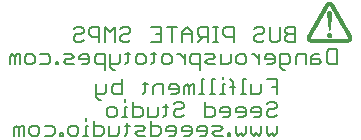
<source format=gbo>
G75*
G70*
%OFA0B0*%
%FSLAX24Y24*%
%IPPOS*%
%LPD*%
%AMOC8*
5,1,8,0,0,1.08239X$1,22.5*
%
%ADD10C,0.0060*%
%ADD11R,0.0006X0.0006*%
%ADD12R,0.0006X0.0006*%
%ADD13R,0.0006X0.0006*%
%ADD14R,0.0006X0.0006*%
D10*
X001896Y006872D02*
X001896Y007122D01*
X001979Y007206D01*
X002063Y007122D01*
X002063Y006872D01*
X002230Y006872D02*
X002230Y007206D01*
X002146Y007206D01*
X002063Y007122D01*
X002412Y007122D02*
X002412Y006955D01*
X002495Y006872D01*
X002662Y006872D01*
X002745Y006955D01*
X002745Y007122D01*
X002662Y007206D01*
X002495Y007206D01*
X002412Y007122D01*
X002927Y007206D02*
X003177Y007206D01*
X003261Y007122D01*
X003261Y006955D01*
X003177Y006872D01*
X002927Y006872D01*
X003435Y006872D02*
X003519Y006872D01*
X003519Y006955D01*
X003435Y006955D01*
X003435Y006872D01*
X003701Y006955D02*
X003701Y007122D01*
X003784Y007206D01*
X003951Y007206D01*
X004034Y007122D01*
X004034Y006955D01*
X003951Y006872D01*
X003784Y006872D01*
X003701Y006955D01*
X004211Y006872D02*
X004378Y006872D01*
X004295Y006872D02*
X004295Y007206D01*
X004378Y007206D01*
X004560Y007206D02*
X004810Y007206D01*
X004894Y007122D01*
X004894Y006955D01*
X004810Y006872D01*
X004560Y006872D01*
X004560Y007372D01*
X004295Y007372D02*
X004295Y007456D01*
X004990Y007580D02*
X004990Y007747D01*
X005073Y007831D01*
X005240Y007831D01*
X005323Y007747D01*
X005323Y007580D01*
X005240Y007497D01*
X005073Y007497D01*
X004990Y007580D01*
X005076Y007206D02*
X005076Y006872D01*
X005326Y006872D01*
X005409Y006955D01*
X005409Y007206D01*
X005586Y007206D02*
X005753Y007206D01*
X005670Y007289D02*
X005670Y006955D01*
X005586Y006872D01*
X005935Y006955D02*
X006018Y007039D01*
X006185Y007039D01*
X006269Y007122D01*
X006185Y007206D01*
X005935Y007206D01*
X005935Y006955D02*
X006018Y006872D01*
X006269Y006872D01*
X006451Y006872D02*
X006701Y006872D01*
X006784Y006955D01*
X006784Y007122D01*
X006701Y007206D01*
X006451Y007206D01*
X006451Y007372D02*
X006451Y006872D01*
X006966Y007039D02*
X007300Y007039D01*
X007300Y007122D02*
X007216Y007206D01*
X007050Y007206D01*
X006966Y007122D01*
X006966Y007039D01*
X007050Y006872D02*
X007216Y006872D01*
X007300Y006955D01*
X007300Y007122D01*
X007482Y007122D02*
X007482Y007039D01*
X007815Y007039D01*
X007815Y007122D02*
X007732Y007206D01*
X007565Y007206D01*
X007482Y007122D01*
X007565Y006872D02*
X007732Y006872D01*
X007815Y006955D01*
X007815Y007122D01*
X007998Y007122D02*
X007998Y007039D01*
X008331Y007039D01*
X008331Y007122D02*
X008248Y007206D01*
X008081Y007206D01*
X007998Y007122D01*
X008081Y006872D02*
X008248Y006872D01*
X008331Y006955D01*
X008331Y007122D01*
X008513Y007206D02*
X008763Y007206D01*
X008847Y007122D01*
X008763Y007039D01*
X008597Y007039D01*
X008513Y006955D01*
X008597Y006872D01*
X008847Y006872D01*
X009021Y006872D02*
X009105Y006872D01*
X009105Y006955D01*
X009021Y006955D01*
X009021Y006872D01*
X009287Y006955D02*
X009287Y007206D01*
X009287Y006955D02*
X009370Y006872D01*
X009453Y006955D01*
X009537Y006872D01*
X009620Y006955D01*
X009620Y007206D01*
X009802Y007206D02*
X009802Y006955D01*
X009886Y006872D01*
X009969Y006955D01*
X010052Y006872D01*
X010136Y006955D01*
X010136Y007206D01*
X010318Y007206D02*
X010318Y006955D01*
X010401Y006872D01*
X010485Y006955D01*
X010568Y006872D01*
X010651Y006955D01*
X010651Y007206D01*
X010568Y007497D02*
X010651Y007580D01*
X010568Y007497D02*
X010401Y007497D01*
X010318Y007580D01*
X010318Y007664D01*
X010401Y007747D01*
X010568Y007747D01*
X010651Y007831D01*
X010651Y007914D01*
X010568Y007997D01*
X010401Y007997D01*
X010318Y007914D01*
X010136Y007747D02*
X010052Y007831D01*
X009886Y007831D01*
X009802Y007747D01*
X009802Y007664D01*
X010136Y007664D01*
X010136Y007747D02*
X010136Y007580D01*
X010052Y007497D01*
X009886Y007497D01*
X009620Y007580D02*
X009620Y007747D01*
X009537Y007831D01*
X009370Y007831D01*
X009287Y007747D01*
X009287Y007664D01*
X009620Y007664D01*
X009620Y007580D02*
X009537Y007497D01*
X009370Y007497D01*
X009105Y007580D02*
X009105Y007747D01*
X009021Y007831D01*
X008854Y007831D01*
X008771Y007747D01*
X008771Y007664D01*
X009105Y007664D01*
X009105Y007580D02*
X009021Y007497D01*
X008854Y007497D01*
X008589Y007580D02*
X008589Y007747D01*
X008506Y007831D01*
X008255Y007831D01*
X008255Y007997D02*
X008255Y007497D01*
X008506Y007497D01*
X008589Y007580D01*
X008589Y008247D02*
X008422Y008247D01*
X008506Y008247D02*
X008506Y008747D01*
X008589Y008747D01*
X008849Y008747D02*
X008849Y008831D01*
X008849Y008581D02*
X008849Y008247D01*
X008766Y008247D02*
X008933Y008247D01*
X009193Y008247D02*
X009193Y008664D01*
X009110Y008747D01*
X008933Y008581D02*
X008849Y008581D01*
X009110Y008497D02*
X009276Y008497D01*
X009453Y008247D02*
X009620Y008247D01*
X009537Y008247D02*
X009537Y008747D01*
X009620Y008747D01*
X009802Y008581D02*
X009802Y008247D01*
X010052Y008247D01*
X010136Y008330D01*
X010136Y008581D01*
X010318Y008747D02*
X010651Y008747D01*
X010651Y008247D01*
X010651Y008497D02*
X010485Y008497D01*
X010854Y009080D02*
X010771Y009164D01*
X010771Y009581D01*
X011021Y009581D01*
X011105Y009497D01*
X011105Y009330D01*
X011021Y009247D01*
X010771Y009247D01*
X010854Y009080D02*
X010938Y009080D01*
X011287Y009247D02*
X011287Y009497D01*
X011370Y009581D01*
X011620Y009581D01*
X011620Y009247D01*
X011802Y009247D02*
X011802Y009497D01*
X011886Y009581D01*
X012052Y009581D01*
X012052Y009414D02*
X011802Y009414D01*
X011802Y009247D02*
X012052Y009247D01*
X012136Y009330D01*
X012052Y009414D01*
X012318Y009330D02*
X012318Y009664D01*
X012401Y009747D01*
X012651Y009747D01*
X012651Y009247D01*
X012401Y009247D01*
X012318Y009330D01*
X011276Y009997D02*
X011026Y009997D01*
X010943Y010080D01*
X010943Y010164D01*
X011026Y010247D01*
X011276Y010247D01*
X011026Y010247D02*
X010943Y010331D01*
X010943Y010414D01*
X011026Y010497D01*
X011276Y010497D01*
X011276Y009997D01*
X010761Y010080D02*
X010761Y010497D01*
X010427Y010497D02*
X010427Y010080D01*
X010511Y009997D01*
X010677Y009997D01*
X010761Y010080D01*
X010245Y010080D02*
X010162Y009997D01*
X009995Y009997D01*
X009912Y010080D01*
X009912Y010164D01*
X009995Y010247D01*
X010162Y010247D01*
X010245Y010331D01*
X010245Y010414D01*
X010162Y010497D01*
X009995Y010497D01*
X009912Y010414D01*
X009214Y010497D02*
X009214Y009997D01*
X009214Y010164D02*
X008964Y010164D01*
X008880Y010247D01*
X008880Y010414D01*
X008964Y010497D01*
X009214Y010497D01*
X008698Y010497D02*
X008531Y010497D01*
X008615Y010497D02*
X008615Y009997D01*
X008698Y009997D02*
X008531Y009997D01*
X008355Y009997D02*
X008355Y010497D01*
X008104Y010497D01*
X008021Y010414D01*
X008021Y010247D01*
X008104Y010164D01*
X008355Y010164D01*
X008188Y010164D02*
X008021Y009997D01*
X007839Y009997D02*
X007839Y010331D01*
X007672Y010497D01*
X007505Y010331D01*
X007505Y009997D01*
X007505Y010247D02*
X007839Y010247D01*
X007323Y010497D02*
X006990Y010497D01*
X007156Y010497D02*
X007156Y009997D01*
X006808Y009997D02*
X006808Y010497D01*
X006474Y010497D01*
X006641Y010247D02*
X006808Y010247D01*
X006808Y009997D02*
X006474Y009997D01*
X006552Y009664D02*
X006552Y009330D01*
X006469Y009247D01*
X006292Y009330D02*
X006209Y009247D01*
X006042Y009247D01*
X005958Y009330D01*
X005958Y009497D01*
X006042Y009581D01*
X006209Y009581D01*
X006292Y009497D01*
X006292Y009330D01*
X006469Y009581D02*
X006636Y009581D01*
X006818Y009497D02*
X006901Y009581D01*
X007068Y009581D01*
X007151Y009497D01*
X007151Y009330D01*
X007068Y009247D01*
X006901Y009247D01*
X006818Y009330D01*
X006818Y009497D01*
X007331Y009581D02*
X007414Y009581D01*
X007581Y009414D01*
X007581Y009247D02*
X007581Y009581D01*
X007763Y009497D02*
X007763Y009330D01*
X007846Y009247D01*
X008097Y009247D01*
X008097Y009080D02*
X008097Y009581D01*
X007846Y009581D01*
X007763Y009497D01*
X008279Y009581D02*
X008529Y009581D01*
X008612Y009497D01*
X008529Y009414D01*
X008362Y009414D01*
X008279Y009330D01*
X008362Y009247D01*
X008612Y009247D01*
X008794Y009247D02*
X008794Y009581D01*
X008794Y009247D02*
X009045Y009247D01*
X009128Y009330D01*
X009128Y009581D01*
X009310Y009497D02*
X009310Y009330D01*
X009393Y009247D01*
X009560Y009247D01*
X009644Y009330D01*
X009644Y009497D01*
X009560Y009581D01*
X009393Y009581D01*
X009310Y009497D01*
X009823Y009581D02*
X009906Y009581D01*
X010073Y009414D01*
X010073Y009247D02*
X010073Y009581D01*
X010255Y009497D02*
X010255Y009414D01*
X010589Y009414D01*
X010589Y009497D02*
X010506Y009581D01*
X010339Y009581D01*
X010255Y009497D01*
X010339Y009247D02*
X010506Y009247D01*
X010589Y009330D01*
X010589Y009497D01*
X008245Y008747D02*
X008162Y008747D01*
X008162Y008247D01*
X008245Y008247D02*
X008078Y008247D01*
X007901Y008247D02*
X007901Y008581D01*
X007818Y008581D01*
X007735Y008497D01*
X007651Y008581D01*
X007568Y008497D01*
X007568Y008247D01*
X007735Y008247D02*
X007735Y008497D01*
X007386Y008497D02*
X007302Y008581D01*
X007136Y008581D01*
X007052Y008497D01*
X007052Y008414D01*
X007386Y008414D01*
X007386Y008497D02*
X007386Y008330D01*
X007302Y008247D01*
X007136Y008247D01*
X006870Y008247D02*
X006870Y008581D01*
X006620Y008581D01*
X006537Y008497D01*
X006537Y008247D01*
X006271Y008330D02*
X006188Y008247D01*
X006271Y008330D02*
X006271Y008664D01*
X006188Y008581D02*
X006355Y008581D01*
X006365Y007831D02*
X006365Y007497D01*
X006615Y007497D01*
X006698Y007580D01*
X006698Y007831D01*
X006875Y007831D02*
X007042Y007831D01*
X006959Y007914D02*
X006959Y007580D01*
X006875Y007497D01*
X007224Y007580D02*
X007307Y007497D01*
X007474Y007497D01*
X007558Y007580D01*
X007474Y007747D02*
X007307Y007747D01*
X007224Y007664D01*
X007224Y007580D01*
X007474Y007747D02*
X007558Y007831D01*
X007558Y007914D01*
X007474Y007997D01*
X007307Y007997D01*
X007224Y007914D01*
X006183Y007747D02*
X006099Y007831D01*
X005849Y007831D01*
X005849Y007997D02*
X005849Y007497D01*
X006099Y007497D01*
X006183Y007580D01*
X006183Y007747D01*
X005667Y007831D02*
X005584Y007831D01*
X005584Y007497D01*
X005667Y007497D02*
X005500Y007497D01*
X005584Y007997D02*
X005584Y008081D01*
X005495Y008247D02*
X005245Y008247D01*
X005162Y008330D01*
X005162Y008497D01*
X005245Y008581D01*
X005495Y008581D01*
X005495Y008747D02*
X005495Y008247D01*
X004980Y008330D02*
X004980Y008581D01*
X004980Y008330D02*
X004896Y008247D01*
X004646Y008247D01*
X004646Y008164D02*
X004729Y008080D01*
X004813Y008080D01*
X004646Y008164D02*
X004646Y008581D01*
X004917Y009080D02*
X004917Y009581D01*
X004667Y009581D01*
X004583Y009497D01*
X004583Y009330D01*
X004667Y009247D01*
X004917Y009247D01*
X005099Y009247D02*
X005349Y009247D01*
X005433Y009330D01*
X005433Y009581D01*
X005610Y009581D02*
X005776Y009581D01*
X005693Y009664D02*
X005693Y009330D01*
X005610Y009247D01*
X005266Y009080D02*
X005182Y009080D01*
X005099Y009164D01*
X005099Y009581D01*
X005261Y009997D02*
X005261Y010497D01*
X005094Y010331D01*
X004927Y010497D01*
X004927Y009997D01*
X004745Y009997D02*
X004745Y010497D01*
X004495Y010497D01*
X004412Y010414D01*
X004412Y010247D01*
X004495Y010164D01*
X004745Y010164D01*
X004229Y010080D02*
X004146Y009997D01*
X003979Y009997D01*
X003896Y010080D01*
X003896Y010164D01*
X003979Y010247D01*
X004146Y010247D01*
X004229Y010331D01*
X004229Y010414D01*
X004146Y010497D01*
X003979Y010497D01*
X003896Y010414D01*
X003802Y009581D02*
X003552Y009581D01*
X003636Y009414D02*
X003802Y009414D01*
X003886Y009497D01*
X003802Y009581D01*
X003636Y009414D02*
X003552Y009330D01*
X003636Y009247D01*
X003886Y009247D01*
X004068Y009414D02*
X004401Y009414D01*
X004401Y009497D02*
X004318Y009581D01*
X004151Y009581D01*
X004068Y009497D01*
X004068Y009414D01*
X004151Y009247D02*
X004318Y009247D01*
X004401Y009330D01*
X004401Y009497D01*
X003370Y009330D02*
X003287Y009330D01*
X003287Y009247D01*
X003370Y009247D01*
X003370Y009330D01*
X003112Y009330D02*
X003112Y009497D01*
X003029Y009581D01*
X002779Y009581D01*
X002597Y009497D02*
X002597Y009330D01*
X002513Y009247D01*
X002346Y009247D01*
X002263Y009330D01*
X002263Y009497D01*
X002346Y009581D01*
X002513Y009581D01*
X002597Y009497D01*
X002779Y009247D02*
X003029Y009247D01*
X003112Y009330D01*
X002081Y009247D02*
X002081Y009581D01*
X001998Y009581D01*
X001914Y009497D01*
X001831Y009581D01*
X001747Y009497D01*
X001747Y009247D01*
X001914Y009247D02*
X001914Y009497D01*
X005443Y010080D02*
X005526Y009997D01*
X005693Y009997D01*
X005776Y010080D01*
X005693Y010247D02*
X005526Y010247D01*
X005443Y010164D01*
X005443Y010080D01*
X005693Y010247D02*
X005776Y010331D01*
X005776Y010414D01*
X005693Y010497D01*
X005526Y010497D01*
X005443Y010414D01*
D11*
X011690Y010132D03*
X011690Y010120D03*
X011690Y010114D03*
X011690Y010102D03*
X011690Y010090D03*
X011690Y010084D03*
X011702Y010084D03*
X011702Y010090D03*
X011702Y010102D03*
X011702Y010114D03*
X011702Y010120D03*
X011702Y010132D03*
X011702Y010144D03*
X011702Y010150D03*
X011702Y010162D03*
X011720Y010162D03*
X011720Y010150D03*
X011720Y010144D03*
X011720Y010132D03*
X011720Y010120D03*
X011720Y010114D03*
X011720Y010102D03*
X011720Y010090D03*
X011720Y010084D03*
X011720Y010072D03*
X011720Y010060D03*
X011720Y010054D03*
X011720Y010042D03*
X011720Y010030D03*
X011720Y010024D03*
X011732Y010024D03*
X011732Y010030D03*
X011732Y010042D03*
X011732Y010054D03*
X011732Y010060D03*
X011732Y010072D03*
X011732Y010084D03*
X011732Y010090D03*
X011732Y010102D03*
X011732Y010114D03*
X011732Y010120D03*
X011732Y010132D03*
X011732Y010144D03*
X011732Y010150D03*
X011732Y010162D03*
X011732Y010174D03*
X011732Y010180D03*
X011720Y010180D03*
X011720Y010174D03*
X011720Y010192D03*
X011720Y010204D03*
X011732Y010204D03*
X011732Y010210D03*
X011732Y010222D03*
X011750Y010222D03*
X011750Y010210D03*
X011750Y010204D03*
X011750Y010192D03*
X011750Y010180D03*
X011750Y010174D03*
X011750Y010162D03*
X011750Y010150D03*
X011750Y010144D03*
X011750Y010132D03*
X011750Y010120D03*
X011750Y010114D03*
X011750Y010102D03*
X011750Y010090D03*
X011750Y010084D03*
X011750Y010072D03*
X011750Y010060D03*
X011750Y010054D03*
X011750Y010042D03*
X011750Y010030D03*
X011750Y010024D03*
X011750Y010012D03*
X011750Y010000D03*
X011750Y009994D03*
X011762Y009994D03*
X011762Y010000D03*
X011762Y010012D03*
X011762Y010024D03*
X011762Y010030D03*
X011762Y010042D03*
X011762Y010054D03*
X011762Y010060D03*
X011762Y010072D03*
X011762Y010084D03*
X011762Y010090D03*
X011762Y010102D03*
X011762Y010114D03*
X011762Y010120D03*
X011762Y010132D03*
X011762Y010144D03*
X011762Y010150D03*
X011762Y010162D03*
X011762Y010174D03*
X011762Y010180D03*
X011762Y010192D03*
X011762Y010204D03*
X011762Y010210D03*
X011762Y010222D03*
X011762Y010234D03*
X011762Y010240D03*
X011750Y010240D03*
X011750Y010234D03*
X011750Y010252D03*
X011762Y010252D03*
X011762Y010264D03*
X011762Y010270D03*
X011780Y010270D03*
X011780Y010264D03*
X011780Y010252D03*
X011780Y010240D03*
X011780Y010234D03*
X011780Y010222D03*
X011780Y010210D03*
X011780Y010204D03*
X011780Y010192D03*
X011780Y010180D03*
X011780Y010174D03*
X011780Y010162D03*
X011780Y010150D03*
X011780Y010144D03*
X011780Y010132D03*
X011780Y010120D03*
X011780Y010114D03*
X011780Y010102D03*
X011780Y010090D03*
X011780Y010084D03*
X011780Y010072D03*
X011780Y010060D03*
X011780Y010054D03*
X011780Y010042D03*
X011780Y010030D03*
X011780Y010024D03*
X011780Y010012D03*
X011780Y010000D03*
X011780Y009994D03*
X011780Y009982D03*
X011792Y009982D03*
X011792Y009994D03*
X011792Y010000D03*
X011792Y010012D03*
X011792Y010024D03*
X011792Y010030D03*
X011792Y010042D03*
X011792Y010054D03*
X011792Y010060D03*
X011792Y010072D03*
X011792Y010084D03*
X011792Y010090D03*
X011792Y010114D03*
X011792Y010120D03*
X011792Y010132D03*
X011792Y010144D03*
X011792Y010150D03*
X011792Y010162D03*
X011792Y010174D03*
X011792Y010180D03*
X011792Y010192D03*
X011792Y010204D03*
X011792Y010210D03*
X011792Y010222D03*
X011792Y010234D03*
X011792Y010240D03*
X011792Y010252D03*
X011792Y010264D03*
X011792Y010270D03*
X011792Y010282D03*
X011780Y010282D03*
X011780Y010294D03*
X011780Y010300D03*
X011780Y010312D03*
X011792Y010312D03*
X011792Y010300D03*
X011792Y010294D03*
X011810Y010294D03*
X011810Y010300D03*
X011810Y010312D03*
X011810Y010324D03*
X011810Y010330D03*
X011810Y010342D03*
X011810Y010354D03*
X011810Y010360D03*
X011822Y010360D03*
X011822Y010354D03*
X011822Y010342D03*
X011822Y010330D03*
X011822Y010324D03*
X011822Y010312D03*
X011822Y010300D03*
X011822Y010294D03*
X011822Y010282D03*
X011810Y010282D03*
X011810Y010270D03*
X011810Y010264D03*
X011810Y010252D03*
X011810Y010240D03*
X011810Y010234D03*
X011810Y010222D03*
X011810Y010210D03*
X011810Y010204D03*
X011810Y010192D03*
X011810Y010180D03*
X011810Y010174D03*
X011810Y010162D03*
X011822Y010180D03*
X011822Y010192D03*
X011822Y010204D03*
X011822Y010210D03*
X011822Y010222D03*
X011822Y010234D03*
X011822Y010240D03*
X011822Y010252D03*
X011822Y010264D03*
X011822Y010270D03*
X011840Y010270D03*
X011840Y010264D03*
X011840Y010252D03*
X011840Y010240D03*
X011840Y010234D03*
X011840Y010222D03*
X011840Y010210D03*
X011852Y010234D03*
X011852Y010240D03*
X011852Y010252D03*
X011852Y010264D03*
X011852Y010270D03*
X011852Y010282D03*
X011840Y010282D03*
X011840Y010294D03*
X011840Y010300D03*
X011840Y010312D03*
X011840Y010324D03*
X011840Y010330D03*
X011840Y010342D03*
X011840Y010354D03*
X011840Y010360D03*
X011840Y010372D03*
X011840Y010384D03*
X011840Y010390D03*
X011840Y010402D03*
X011840Y010414D03*
X011852Y010414D03*
X011852Y010420D03*
X011852Y010432D03*
X011870Y010432D03*
X011870Y010420D03*
X011870Y010414D03*
X011870Y010402D03*
X011870Y010390D03*
X011870Y010384D03*
X011870Y010372D03*
X011870Y010360D03*
X011870Y010354D03*
X011870Y010342D03*
X011870Y010330D03*
X011870Y010324D03*
X011870Y010312D03*
X011870Y010300D03*
X011870Y010294D03*
X011870Y010282D03*
X011870Y010270D03*
X011870Y010264D03*
X011882Y010282D03*
X011882Y010294D03*
X011882Y010300D03*
X011882Y010312D03*
X011882Y010324D03*
X011882Y010330D03*
X011882Y010342D03*
X011882Y010354D03*
X011882Y010360D03*
X011882Y010372D03*
X011882Y010384D03*
X011882Y010390D03*
X011882Y010402D03*
X011882Y010414D03*
X011882Y010420D03*
X011882Y010432D03*
X011882Y010444D03*
X011882Y010450D03*
X011870Y010450D03*
X011870Y010444D03*
X011870Y010462D03*
X011882Y010462D03*
X011882Y010474D03*
X011882Y010480D03*
X011882Y010492D03*
X011900Y010492D03*
X011900Y010480D03*
X011900Y010474D03*
X011900Y010462D03*
X011900Y010450D03*
X011900Y010444D03*
X011900Y010432D03*
X011900Y010420D03*
X011900Y010414D03*
X011900Y010402D03*
X011900Y010390D03*
X011900Y010384D03*
X011900Y010372D03*
X011900Y010360D03*
X011900Y010354D03*
X011900Y010342D03*
X011900Y010330D03*
X011900Y010324D03*
X011912Y010342D03*
X011912Y010354D03*
X011912Y010360D03*
X011912Y010372D03*
X011912Y010384D03*
X011912Y010390D03*
X011912Y010402D03*
X011912Y010414D03*
X011912Y010420D03*
X011912Y010432D03*
X011912Y010444D03*
X011912Y010450D03*
X011912Y010462D03*
X011912Y010474D03*
X011912Y010480D03*
X011912Y010492D03*
X011912Y010504D03*
X011912Y010510D03*
X011900Y010510D03*
X011900Y010504D03*
X011900Y010522D03*
X011912Y010522D03*
X011912Y010534D03*
X011912Y010540D03*
X011930Y010540D03*
X011930Y010534D03*
X011930Y010522D03*
X011930Y010510D03*
X011930Y010504D03*
X011930Y010492D03*
X011930Y010480D03*
X011930Y010474D03*
X011930Y010462D03*
X011930Y010450D03*
X011930Y010444D03*
X011930Y010432D03*
X011930Y010420D03*
X011930Y010414D03*
X011930Y010402D03*
X011930Y010390D03*
X011930Y010384D03*
X011930Y010372D03*
X011942Y010390D03*
X011942Y010402D03*
X011942Y010414D03*
X011942Y010420D03*
X011942Y010432D03*
X011942Y010444D03*
X011942Y010450D03*
X011942Y010462D03*
X011942Y010474D03*
X011942Y010480D03*
X011942Y010492D03*
X011942Y010504D03*
X011942Y010510D03*
X011942Y010522D03*
X011942Y010534D03*
X011942Y010540D03*
X011942Y010552D03*
X011930Y010552D03*
X011930Y010564D03*
X011930Y010570D03*
X011942Y010570D03*
X011942Y010564D03*
X011942Y010582D03*
X011942Y010594D03*
X011960Y010594D03*
X011960Y010600D03*
X011960Y010612D03*
X011960Y010624D03*
X011972Y010624D03*
X011972Y010630D03*
X011972Y010642D03*
X011990Y010642D03*
X011990Y010630D03*
X011990Y010624D03*
X011990Y010612D03*
X011990Y010600D03*
X011990Y010594D03*
X011990Y010582D03*
X011990Y010570D03*
X011990Y010564D03*
X011990Y010552D03*
X011990Y010540D03*
X011990Y010534D03*
X011990Y010522D03*
X011990Y010510D03*
X011990Y010504D03*
X011990Y010492D03*
X011990Y010480D03*
X011990Y010474D03*
X011972Y010474D03*
X011972Y010480D03*
X011960Y010480D03*
X011960Y010474D03*
X011960Y010462D03*
X011960Y010450D03*
X011960Y010444D03*
X011960Y010432D03*
X011960Y010420D03*
X011972Y010444D03*
X011972Y010450D03*
X011972Y010462D03*
X011972Y010492D03*
X011960Y010492D03*
X011960Y010504D03*
X011960Y010510D03*
X011960Y010522D03*
X011960Y010534D03*
X011960Y010540D03*
X011960Y010552D03*
X011960Y010564D03*
X011960Y010570D03*
X011960Y010582D03*
X011972Y010582D03*
X011972Y010570D03*
X011972Y010564D03*
X011972Y010552D03*
X011972Y010540D03*
X011972Y010534D03*
X011972Y010522D03*
X011972Y010510D03*
X011972Y010504D03*
X012002Y010504D03*
X012002Y010510D03*
X012002Y010522D03*
X012002Y010534D03*
X012002Y010540D03*
X012002Y010552D03*
X012002Y010564D03*
X012002Y010570D03*
X012002Y010582D03*
X012002Y010594D03*
X012002Y010600D03*
X012002Y010612D03*
X012002Y010624D03*
X012002Y010630D03*
X012002Y010642D03*
X012002Y010654D03*
X012002Y010660D03*
X011990Y010660D03*
X011990Y010654D03*
X011990Y010672D03*
X012002Y010672D03*
X012002Y010684D03*
X012002Y010690D03*
X012020Y010690D03*
X012020Y010684D03*
X012020Y010672D03*
X012020Y010660D03*
X012020Y010654D03*
X012020Y010642D03*
X012020Y010630D03*
X012020Y010624D03*
X012020Y010612D03*
X012020Y010600D03*
X012020Y010594D03*
X012020Y010582D03*
X012020Y010570D03*
X012020Y010564D03*
X012020Y010552D03*
X012020Y010540D03*
X012020Y010534D03*
X012020Y010522D03*
X012032Y010540D03*
X012032Y010552D03*
X012032Y010564D03*
X012032Y010570D03*
X012032Y010582D03*
X012032Y010594D03*
X012032Y010600D03*
X012032Y010612D03*
X012032Y010624D03*
X012032Y010630D03*
X012032Y010642D03*
X012032Y010654D03*
X012032Y010660D03*
X012032Y010672D03*
X012032Y010684D03*
X012032Y010690D03*
X012032Y010702D03*
X012020Y010702D03*
X012020Y010714D03*
X012020Y010720D03*
X012032Y010720D03*
X012032Y010714D03*
X012032Y010732D03*
X012032Y010744D03*
X012050Y010744D03*
X012050Y010750D03*
X012050Y010762D03*
X012050Y010774D03*
X012050Y010780D03*
X012062Y010780D03*
X012062Y010774D03*
X012062Y010762D03*
X012062Y010750D03*
X012062Y010744D03*
X012062Y010732D03*
X012050Y010732D03*
X012050Y010720D03*
X012050Y010714D03*
X012050Y010702D03*
X012050Y010690D03*
X012050Y010684D03*
X012050Y010672D03*
X012050Y010660D03*
X012050Y010654D03*
X012050Y010642D03*
X012050Y010630D03*
X012050Y010624D03*
X012050Y010612D03*
X012050Y010600D03*
X012050Y010594D03*
X012050Y010582D03*
X012050Y010570D03*
X012062Y010594D03*
X012062Y010600D03*
X012062Y010612D03*
X012062Y010624D03*
X012062Y010630D03*
X012062Y010642D03*
X012062Y010654D03*
X012062Y010660D03*
X012062Y010672D03*
X012062Y010684D03*
X012062Y010690D03*
X012062Y010702D03*
X012062Y010714D03*
X012062Y010720D03*
X012080Y010720D03*
X012080Y010714D03*
X012080Y010702D03*
X012080Y010690D03*
X012080Y010684D03*
X012080Y010672D03*
X012080Y010660D03*
X012080Y010654D03*
X012080Y010642D03*
X012080Y010630D03*
X012080Y010624D03*
X012092Y010654D03*
X012092Y010660D03*
X012092Y010672D03*
X012092Y010684D03*
X012092Y010690D03*
X012092Y010702D03*
X012092Y010714D03*
X012092Y010720D03*
X012092Y010732D03*
X012080Y010732D03*
X012080Y010744D03*
X012080Y010750D03*
X012080Y010762D03*
X012080Y010774D03*
X012080Y010780D03*
X012080Y010792D03*
X012080Y010804D03*
X012080Y010810D03*
X012080Y010822D03*
X012092Y010822D03*
X012092Y010810D03*
X012092Y010804D03*
X012092Y010792D03*
X012092Y010780D03*
X012092Y010774D03*
X012092Y010762D03*
X012092Y010750D03*
X012092Y010744D03*
X012110Y010744D03*
X012110Y010750D03*
X012110Y010762D03*
X012110Y010774D03*
X012110Y010780D03*
X012110Y010792D03*
X012110Y010804D03*
X012110Y010810D03*
X012110Y010822D03*
X012110Y010834D03*
X012110Y010840D03*
X012110Y010852D03*
X012110Y010864D03*
X012110Y010870D03*
X012110Y010882D03*
X012122Y010882D03*
X012122Y010870D03*
X012122Y010864D03*
X012122Y010852D03*
X012122Y010840D03*
X012122Y010834D03*
X012122Y010822D03*
X012122Y010810D03*
X012122Y010804D03*
X012122Y010792D03*
X012122Y010780D03*
X012122Y010774D03*
X012122Y010762D03*
X012122Y010750D03*
X012122Y010744D03*
X012122Y010732D03*
X012110Y010732D03*
X012110Y010720D03*
X012110Y010714D03*
X012110Y010702D03*
X012110Y010690D03*
X012110Y010684D03*
X012122Y010702D03*
X012122Y010714D03*
X012122Y010720D03*
X012140Y010732D03*
X012140Y010744D03*
X012140Y010750D03*
X012140Y010762D03*
X012140Y010774D03*
X012140Y010780D03*
X012140Y010792D03*
X012140Y010804D03*
X012140Y010810D03*
X012140Y010822D03*
X012140Y010834D03*
X012140Y010840D03*
X012140Y010852D03*
X012140Y010864D03*
X012140Y010870D03*
X012140Y010882D03*
X012140Y010894D03*
X012140Y010900D03*
X012140Y010912D03*
X012140Y010924D03*
X012140Y010930D03*
X012152Y010930D03*
X012152Y010924D03*
X012152Y010912D03*
X012152Y010900D03*
X012152Y010894D03*
X012152Y010882D03*
X012152Y010870D03*
X012152Y010864D03*
X012152Y010852D03*
X012152Y010840D03*
X012152Y010834D03*
X012152Y010822D03*
X012152Y010810D03*
X012152Y010804D03*
X012152Y010792D03*
X012152Y010780D03*
X012152Y010774D03*
X012152Y010762D03*
X012152Y010750D03*
X012170Y010780D03*
X012170Y010792D03*
X012170Y010804D03*
X012170Y010810D03*
X012170Y010822D03*
X012170Y010834D03*
X012170Y010840D03*
X012170Y010852D03*
X012170Y010864D03*
X012170Y010870D03*
X012170Y010882D03*
X012170Y010894D03*
X012170Y010900D03*
X012170Y010912D03*
X012170Y010924D03*
X012170Y010930D03*
X012170Y010942D03*
X012170Y010954D03*
X012170Y010960D03*
X012170Y010972D03*
X012170Y010984D03*
X012170Y010990D03*
X012182Y010990D03*
X012182Y010984D03*
X012182Y010972D03*
X012182Y010960D03*
X012182Y010954D03*
X012182Y010942D03*
X012182Y010930D03*
X012182Y010924D03*
X012182Y010912D03*
X012182Y010900D03*
X012182Y010894D03*
X012182Y010882D03*
X012182Y010870D03*
X012182Y010864D03*
X012182Y010852D03*
X012182Y010840D03*
X012182Y010834D03*
X012182Y010822D03*
X012182Y010810D03*
X012182Y010804D03*
X012200Y010834D03*
X012200Y010840D03*
X012200Y010852D03*
X012200Y010864D03*
X012200Y010870D03*
X012200Y010882D03*
X012200Y010894D03*
X012200Y010900D03*
X012200Y010912D03*
X012200Y010924D03*
X012200Y010930D03*
X012200Y010942D03*
X012200Y010954D03*
X012200Y010960D03*
X012200Y010972D03*
X012200Y010984D03*
X012200Y010990D03*
X012200Y011002D03*
X012200Y011014D03*
X012200Y011020D03*
X012200Y011032D03*
X012212Y011032D03*
X012212Y011020D03*
X012212Y011014D03*
X012212Y011002D03*
X012212Y010990D03*
X012212Y010984D03*
X012212Y010972D03*
X012212Y010960D03*
X012212Y010954D03*
X012212Y010942D03*
X012212Y010930D03*
X012212Y010924D03*
X012212Y010912D03*
X012212Y010900D03*
X012212Y010894D03*
X012212Y010882D03*
X012212Y010870D03*
X012212Y010864D03*
X012230Y010894D03*
X012230Y010900D03*
X012230Y010912D03*
X012230Y010924D03*
X012230Y010930D03*
X012230Y010942D03*
X012230Y010954D03*
X012230Y010960D03*
X012230Y010972D03*
X012230Y010984D03*
X012230Y010990D03*
X012230Y011002D03*
X012230Y011014D03*
X012230Y011020D03*
X012230Y011032D03*
X012230Y011044D03*
X012230Y011050D03*
X012230Y011062D03*
X012230Y011074D03*
X012230Y011080D03*
X012230Y011092D03*
X012242Y011092D03*
X012242Y011080D03*
X012242Y011074D03*
X012242Y011062D03*
X012242Y011050D03*
X012242Y011044D03*
X012242Y011032D03*
X012242Y011020D03*
X012242Y011014D03*
X012242Y011002D03*
X012242Y010990D03*
X012242Y010984D03*
X012242Y010972D03*
X012242Y010960D03*
X012242Y010954D03*
X012242Y010942D03*
X012242Y010930D03*
X012242Y010924D03*
X012242Y010912D03*
X012260Y010942D03*
X012260Y010954D03*
X012260Y010960D03*
X012260Y010972D03*
X012260Y010984D03*
X012260Y010990D03*
X012260Y011002D03*
X012260Y011014D03*
X012260Y011020D03*
X012260Y011032D03*
X012260Y011044D03*
X012260Y011050D03*
X012260Y011062D03*
X012260Y011074D03*
X012260Y011080D03*
X012260Y011092D03*
X012260Y011104D03*
X012260Y011110D03*
X012260Y011122D03*
X012260Y011134D03*
X012260Y011140D03*
X012272Y011140D03*
X012272Y011134D03*
X012272Y011122D03*
X012272Y011110D03*
X012272Y011104D03*
X012272Y011092D03*
X012272Y011080D03*
X012272Y011074D03*
X012272Y011062D03*
X012272Y011050D03*
X012272Y011044D03*
X012272Y011032D03*
X012272Y011020D03*
X012272Y011014D03*
X012272Y011002D03*
X012272Y010990D03*
X012272Y010984D03*
X012272Y010972D03*
X012272Y010960D03*
X012290Y010990D03*
X012290Y011002D03*
X012290Y011014D03*
X012290Y011020D03*
X012290Y011032D03*
X012290Y011044D03*
X012290Y011050D03*
X012290Y011062D03*
X012290Y011074D03*
X012290Y011080D03*
X012290Y011092D03*
X012290Y011104D03*
X012290Y011110D03*
X012290Y011122D03*
X012290Y011134D03*
X012290Y011140D03*
X012290Y011152D03*
X012290Y011164D03*
X012290Y011170D03*
X012290Y011182D03*
X012290Y011194D03*
X012302Y011194D03*
X012302Y011200D03*
X012302Y011212D03*
X012320Y011212D03*
X012320Y011200D03*
X012320Y011194D03*
X012320Y011182D03*
X012320Y011170D03*
X012320Y011164D03*
X012320Y011152D03*
X012320Y011140D03*
X012320Y011134D03*
X012320Y011122D03*
X012320Y011110D03*
X012320Y011104D03*
X012320Y011092D03*
X012320Y011080D03*
X012320Y011074D03*
X012320Y011062D03*
X012320Y011050D03*
X012320Y011044D03*
X012302Y011044D03*
X012302Y011050D03*
X012302Y011062D03*
X012302Y011074D03*
X012302Y011080D03*
X012302Y011092D03*
X012302Y011104D03*
X012302Y011110D03*
X012302Y011122D03*
X012302Y011134D03*
X012302Y011140D03*
X012302Y011152D03*
X012302Y011164D03*
X012302Y011170D03*
X012302Y011182D03*
X012332Y011182D03*
X012332Y011170D03*
X012332Y011164D03*
X012332Y011152D03*
X012332Y011140D03*
X012332Y011134D03*
X012332Y011122D03*
X012332Y011110D03*
X012332Y011104D03*
X012332Y011092D03*
X012332Y011080D03*
X012332Y011074D03*
X012332Y011062D03*
X012350Y011092D03*
X012350Y011104D03*
X012350Y011110D03*
X012350Y011122D03*
X012350Y011134D03*
X012350Y011140D03*
X012350Y011152D03*
X012350Y011164D03*
X012350Y011170D03*
X012350Y011182D03*
X012350Y011194D03*
X012350Y011200D03*
X012350Y011212D03*
X012350Y011224D03*
X012350Y011230D03*
X012350Y011242D03*
X012350Y011254D03*
X012350Y011260D03*
X012362Y011260D03*
X012362Y011254D03*
X012362Y011242D03*
X012362Y011230D03*
X012362Y011224D03*
X012362Y011212D03*
X012362Y011200D03*
X012362Y011194D03*
X012362Y011182D03*
X012362Y011170D03*
X012362Y011164D03*
X012362Y011152D03*
X012362Y011140D03*
X012362Y011134D03*
X012362Y011122D03*
X012380Y011152D03*
X012380Y011164D03*
X012380Y011170D03*
X012380Y011182D03*
X012380Y011194D03*
X012380Y011200D03*
X012380Y011212D03*
X012380Y011224D03*
X012380Y011230D03*
X012380Y011242D03*
X012380Y011254D03*
X012380Y011260D03*
X012380Y011272D03*
X012380Y011284D03*
X012392Y011284D03*
X012392Y011290D03*
X012392Y011272D03*
X012392Y011260D03*
X012392Y011254D03*
X012392Y011242D03*
X012392Y011230D03*
X012392Y011224D03*
X012392Y011212D03*
X012392Y011200D03*
X012392Y011194D03*
X012392Y011182D03*
X012392Y011170D03*
X012392Y011164D03*
X012410Y011194D03*
X012410Y011200D03*
X012410Y011212D03*
X012410Y011224D03*
X012410Y011230D03*
X012410Y011242D03*
X012410Y011254D03*
X012410Y011260D03*
X012410Y011272D03*
X012410Y011284D03*
X012410Y011290D03*
X012422Y011290D03*
X012422Y011284D03*
X012422Y011272D03*
X012422Y011260D03*
X012422Y011254D03*
X012422Y011242D03*
X012422Y011230D03*
X012422Y011224D03*
X012422Y011212D03*
X012422Y011200D03*
X012422Y011194D03*
X012440Y011194D03*
X012440Y011200D03*
X012440Y011212D03*
X012440Y011224D03*
X012440Y011230D03*
X012440Y011242D03*
X012440Y011254D03*
X012440Y011260D03*
X012440Y011272D03*
X012440Y011284D03*
X012440Y011290D03*
X012452Y011290D03*
X012452Y011284D03*
X012452Y011272D03*
X012452Y011260D03*
X012452Y011254D03*
X012452Y011242D03*
X012452Y011230D03*
X012452Y011224D03*
X012452Y011212D03*
X012452Y011200D03*
X012452Y011194D03*
X012470Y011194D03*
X012470Y011200D03*
X012470Y011212D03*
X012470Y011224D03*
X012470Y011230D03*
X012470Y011242D03*
X012470Y011254D03*
X012470Y011260D03*
X012470Y011272D03*
X012470Y011284D03*
X012470Y011290D03*
X012482Y011284D03*
X012482Y011272D03*
X012482Y011260D03*
X012482Y011254D03*
X012482Y011242D03*
X012482Y011230D03*
X012482Y011224D03*
X012482Y011212D03*
X012482Y011200D03*
X012482Y011194D03*
X012482Y011182D03*
X012470Y011182D03*
X012470Y011170D03*
X012482Y011170D03*
X012482Y011164D03*
X012482Y011152D03*
X012500Y011152D03*
X012500Y011140D03*
X012500Y011134D03*
X012500Y011122D03*
X012512Y011122D03*
X012512Y011110D03*
X012512Y011104D03*
X012530Y011104D03*
X012530Y011110D03*
X012530Y011122D03*
X012530Y011134D03*
X012530Y011140D03*
X012530Y011152D03*
X012530Y011164D03*
X012530Y011170D03*
X012530Y011182D03*
X012530Y011194D03*
X012530Y011200D03*
X012530Y011212D03*
X012530Y011224D03*
X012530Y011230D03*
X012530Y011242D03*
X012530Y011254D03*
X012542Y011242D03*
X012542Y011230D03*
X012542Y011224D03*
X012542Y011212D03*
X012542Y011200D03*
X012542Y011194D03*
X012542Y011182D03*
X012542Y011170D03*
X012542Y011164D03*
X012542Y011152D03*
X012542Y011140D03*
X012542Y011134D03*
X012542Y011122D03*
X012542Y011110D03*
X012542Y011104D03*
X012542Y011092D03*
X012530Y011092D03*
X012530Y011080D03*
X012530Y011074D03*
X012530Y011062D03*
X012542Y011062D03*
X012542Y011050D03*
X012542Y011044D03*
X012560Y011044D03*
X012560Y011050D03*
X012560Y011062D03*
X012560Y011074D03*
X012560Y011080D03*
X012560Y011092D03*
X012560Y011104D03*
X012560Y011110D03*
X012560Y011122D03*
X012560Y011134D03*
X012560Y011140D03*
X012560Y011152D03*
X012560Y011164D03*
X012560Y011170D03*
X012560Y011182D03*
X012560Y011194D03*
X012560Y011200D03*
X012560Y011212D03*
X012572Y011194D03*
X012572Y011182D03*
X012572Y011170D03*
X012572Y011164D03*
X012572Y011152D03*
X012572Y011140D03*
X012572Y011134D03*
X012572Y011122D03*
X012572Y011110D03*
X012572Y011104D03*
X012572Y011092D03*
X012572Y011080D03*
X012572Y011074D03*
X012572Y011062D03*
X012572Y011050D03*
X012572Y011044D03*
X012572Y011032D03*
X012560Y011032D03*
X012560Y011020D03*
X012560Y011014D03*
X012572Y011014D03*
X012572Y011020D03*
X012572Y011002D03*
X012572Y010990D03*
X012590Y010990D03*
X012590Y010984D03*
X012590Y010972D03*
X012590Y010960D03*
X012602Y010960D03*
X012602Y010954D03*
X012602Y010942D03*
X012620Y010942D03*
X012620Y010930D03*
X012620Y010924D03*
X012620Y010912D03*
X012632Y010912D03*
X012632Y010900D03*
X012632Y010894D03*
X012650Y010894D03*
X012650Y010900D03*
X012650Y010912D03*
X012650Y010924D03*
X012650Y010930D03*
X012650Y010942D03*
X012650Y010954D03*
X012650Y010960D03*
X012650Y010972D03*
X012650Y010984D03*
X012650Y010990D03*
X012650Y011002D03*
X012650Y011014D03*
X012650Y011020D03*
X012650Y011032D03*
X012650Y011044D03*
X012650Y011050D03*
X012650Y011062D03*
X012632Y011062D03*
X012620Y011062D03*
X012620Y011050D03*
X012620Y011044D03*
X012620Y011032D03*
X012620Y011020D03*
X012620Y011014D03*
X012620Y011002D03*
X012620Y010990D03*
X012620Y010984D03*
X012620Y010972D03*
X012620Y010960D03*
X012620Y010954D03*
X012632Y010954D03*
X012632Y010960D03*
X012632Y010972D03*
X012632Y010984D03*
X012632Y010990D03*
X012632Y011002D03*
X012632Y011014D03*
X012632Y011020D03*
X012632Y011032D03*
X012632Y011044D03*
X012632Y011050D03*
X012632Y011074D03*
X012632Y011080D03*
X012620Y011080D03*
X012620Y011074D03*
X012602Y011074D03*
X012602Y011080D03*
X012590Y011080D03*
X012590Y011074D03*
X012590Y011062D03*
X012590Y011050D03*
X012590Y011044D03*
X012590Y011032D03*
X012590Y011020D03*
X012590Y011014D03*
X012590Y011002D03*
X012602Y011002D03*
X012602Y010990D03*
X012602Y010984D03*
X012602Y010972D03*
X012602Y011014D03*
X012602Y011020D03*
X012602Y011032D03*
X012602Y011044D03*
X012602Y011050D03*
X012602Y011062D03*
X012602Y011092D03*
X012590Y011092D03*
X012590Y011104D03*
X012590Y011110D03*
X012590Y011122D03*
X012590Y011134D03*
X012590Y011140D03*
X012590Y011152D03*
X012590Y011164D03*
X012590Y011170D03*
X012602Y011140D03*
X012602Y011134D03*
X012602Y011122D03*
X012602Y011110D03*
X012602Y011104D03*
X012620Y011104D03*
X012620Y011110D03*
X012620Y011092D03*
X012632Y011092D03*
X012662Y011044D03*
X012662Y011032D03*
X012662Y011020D03*
X012662Y011014D03*
X012662Y011002D03*
X012662Y010990D03*
X012662Y010984D03*
X012662Y010972D03*
X012662Y010960D03*
X012662Y010954D03*
X012662Y010942D03*
X012662Y010930D03*
X012662Y010924D03*
X012662Y010912D03*
X012662Y010900D03*
X012662Y010894D03*
X012662Y010882D03*
X012650Y010882D03*
X012650Y010870D03*
X012650Y010864D03*
X012662Y010864D03*
X012662Y010870D03*
X012662Y010852D03*
X012662Y010840D03*
X012680Y010840D03*
X012680Y010834D03*
X012680Y010822D03*
X012680Y010810D03*
X012680Y010804D03*
X012692Y010804D03*
X012692Y010810D03*
X012692Y010822D03*
X012692Y010834D03*
X012692Y010840D03*
X012692Y010852D03*
X012680Y010852D03*
X012680Y010864D03*
X012680Y010870D03*
X012680Y010882D03*
X012680Y010894D03*
X012680Y010900D03*
X012680Y010912D03*
X012680Y010924D03*
X012680Y010930D03*
X012680Y010942D03*
X012680Y010954D03*
X012680Y010960D03*
X012680Y010972D03*
X012680Y010984D03*
X012680Y010990D03*
X012680Y011002D03*
X012680Y011014D03*
X012692Y010990D03*
X012692Y010984D03*
X012692Y010972D03*
X012692Y010960D03*
X012692Y010954D03*
X012692Y010942D03*
X012692Y010930D03*
X012692Y010924D03*
X012692Y010912D03*
X012692Y010900D03*
X012692Y010894D03*
X012692Y010882D03*
X012692Y010870D03*
X012692Y010864D03*
X012710Y010864D03*
X012710Y010870D03*
X012710Y010882D03*
X012710Y010894D03*
X012710Y010900D03*
X012710Y010912D03*
X012710Y010924D03*
X012710Y010930D03*
X012710Y010942D03*
X012710Y010954D03*
X012710Y010960D03*
X012722Y010930D03*
X012722Y010924D03*
X012722Y010912D03*
X012722Y010900D03*
X012722Y010894D03*
X012722Y010882D03*
X012722Y010870D03*
X012722Y010864D03*
X012722Y010852D03*
X012710Y010852D03*
X012710Y010840D03*
X012710Y010834D03*
X012710Y010822D03*
X012710Y010810D03*
X012710Y010804D03*
X012710Y010792D03*
X012710Y010780D03*
X012710Y010774D03*
X012710Y010762D03*
X012722Y010762D03*
X012722Y010750D03*
X012722Y010744D03*
X012722Y010732D03*
X012740Y010732D03*
X012740Y010720D03*
X012740Y010714D03*
X012740Y010702D03*
X012752Y010702D03*
X012752Y010690D03*
X012752Y010684D03*
X012770Y010684D03*
X012770Y010690D03*
X012770Y010702D03*
X012770Y010714D03*
X012770Y010720D03*
X012770Y010732D03*
X012770Y010744D03*
X012770Y010750D03*
X012770Y010762D03*
X012770Y010774D03*
X012770Y010780D03*
X012770Y010792D03*
X012770Y010804D03*
X012770Y010810D03*
X012770Y010822D03*
X012770Y010834D03*
X012770Y010840D03*
X012770Y010852D03*
X012752Y010852D03*
X012740Y010852D03*
X012740Y010840D03*
X012740Y010834D03*
X012740Y010822D03*
X012740Y010810D03*
X012740Y010804D03*
X012740Y010792D03*
X012740Y010780D03*
X012740Y010774D03*
X012740Y010762D03*
X012740Y010750D03*
X012740Y010744D03*
X012752Y010744D03*
X012752Y010750D03*
X012752Y010762D03*
X012752Y010774D03*
X012752Y010780D03*
X012752Y010792D03*
X012752Y010804D03*
X012752Y010810D03*
X012752Y010822D03*
X012752Y010834D03*
X012752Y010840D03*
X012752Y010864D03*
X012752Y010870D03*
X012740Y010870D03*
X012740Y010864D03*
X012740Y010882D03*
X012740Y010894D03*
X012740Y010900D03*
X012752Y010882D03*
X012722Y010840D03*
X012722Y010834D03*
X012722Y010822D03*
X012722Y010810D03*
X012722Y010804D03*
X012722Y010792D03*
X012722Y010780D03*
X012722Y010774D03*
X012692Y010792D03*
X012752Y010732D03*
X012752Y010720D03*
X012752Y010714D03*
X012782Y010714D03*
X012782Y010720D03*
X012782Y010732D03*
X012782Y010744D03*
X012782Y010750D03*
X012782Y010762D03*
X012782Y010774D03*
X012782Y010780D03*
X012782Y010792D03*
X012782Y010804D03*
X012782Y010810D03*
X012782Y010822D03*
X012782Y010834D03*
X012800Y010804D03*
X012800Y010792D03*
X012800Y010780D03*
X012800Y010774D03*
X012800Y010762D03*
X012800Y010750D03*
X012800Y010744D03*
X012800Y010732D03*
X012800Y010720D03*
X012800Y010714D03*
X012800Y010702D03*
X012800Y010690D03*
X012800Y010684D03*
X012800Y010672D03*
X012800Y010660D03*
X012800Y010654D03*
X012800Y010642D03*
X012800Y010630D03*
X012800Y010624D03*
X012800Y010612D03*
X012800Y010600D03*
X012800Y010594D03*
X012812Y010594D03*
X012812Y010600D03*
X012812Y010612D03*
X012812Y010624D03*
X012812Y010630D03*
X012812Y010642D03*
X012812Y010654D03*
X012812Y010660D03*
X012812Y010672D03*
X012812Y010684D03*
X012812Y010690D03*
X012812Y010702D03*
X012812Y010714D03*
X012812Y010720D03*
X012812Y010732D03*
X012812Y010744D03*
X012812Y010750D03*
X012812Y010762D03*
X012812Y010774D03*
X012812Y010780D03*
X012830Y010750D03*
X012830Y010744D03*
X012830Y010732D03*
X012830Y010720D03*
X012830Y010714D03*
X012830Y010702D03*
X012830Y010690D03*
X012830Y010684D03*
X012830Y010672D03*
X012830Y010660D03*
X012830Y010654D03*
X012830Y010642D03*
X012830Y010630D03*
X012830Y010624D03*
X012830Y010612D03*
X012830Y010600D03*
X012830Y010594D03*
X012830Y010582D03*
X012830Y010570D03*
X012830Y010564D03*
X012830Y010552D03*
X012842Y010552D03*
X012842Y010540D03*
X012842Y010534D03*
X012842Y010522D03*
X012860Y010522D03*
X012860Y010510D03*
X012860Y010504D03*
X012860Y010492D03*
X012872Y010492D03*
X012872Y010480D03*
X012872Y010474D03*
X012890Y010474D03*
X012890Y010480D03*
X012890Y010492D03*
X012890Y010504D03*
X012890Y010510D03*
X012890Y010522D03*
X012890Y010534D03*
X012890Y010540D03*
X012890Y010552D03*
X012890Y010564D03*
X012890Y010570D03*
X012890Y010582D03*
X012890Y010594D03*
X012890Y010600D03*
X012890Y010612D03*
X012890Y010624D03*
X012890Y010630D03*
X012890Y010642D03*
X012890Y010654D03*
X012872Y010654D03*
X012872Y010660D03*
X012860Y010660D03*
X012860Y010654D03*
X012860Y010642D03*
X012860Y010630D03*
X012860Y010624D03*
X012860Y010612D03*
X012860Y010600D03*
X012860Y010594D03*
X012860Y010582D03*
X012860Y010570D03*
X012860Y010564D03*
X012860Y010552D03*
X012860Y010540D03*
X012860Y010534D03*
X012872Y010534D03*
X012872Y010540D03*
X012872Y010552D03*
X012872Y010564D03*
X012872Y010570D03*
X012872Y010582D03*
X012872Y010594D03*
X012872Y010600D03*
X012872Y010612D03*
X012872Y010624D03*
X012872Y010630D03*
X012872Y010642D03*
X012842Y010642D03*
X012842Y010630D03*
X012842Y010624D03*
X012842Y010612D03*
X012842Y010600D03*
X012842Y010594D03*
X012842Y010582D03*
X012842Y010570D03*
X012842Y010564D03*
X012812Y010582D03*
X012782Y010624D03*
X012782Y010630D03*
X012782Y010642D03*
X012782Y010654D03*
X012782Y010660D03*
X012770Y010660D03*
X012770Y010654D03*
X012770Y010672D03*
X012782Y010672D03*
X012782Y010684D03*
X012782Y010690D03*
X012782Y010702D03*
X012842Y010702D03*
X012842Y010690D03*
X012842Y010684D03*
X012842Y010672D03*
X012842Y010660D03*
X012842Y010654D03*
X012860Y010672D03*
X012860Y010684D03*
X012860Y010690D03*
X012872Y010672D03*
X012842Y010714D03*
X012842Y010720D03*
X012842Y010732D03*
X012902Y010630D03*
X012902Y010624D03*
X012902Y010612D03*
X012902Y010600D03*
X012902Y010594D03*
X012902Y010582D03*
X012902Y010570D03*
X012902Y010564D03*
X012902Y010552D03*
X012902Y010540D03*
X012902Y010534D03*
X012902Y010522D03*
X012902Y010510D03*
X012902Y010504D03*
X012902Y010492D03*
X012902Y010480D03*
X012902Y010474D03*
X012902Y010462D03*
X012890Y010462D03*
X012890Y010450D03*
X012890Y010444D03*
X012902Y010444D03*
X012902Y010450D03*
X012902Y010432D03*
X012920Y010432D03*
X012920Y010420D03*
X012920Y010414D03*
X012920Y010402D03*
X012932Y010402D03*
X012932Y010390D03*
X012932Y010384D03*
X012932Y010372D03*
X012950Y010372D03*
X012950Y010360D03*
X012950Y010354D03*
X012950Y010342D03*
X012962Y010342D03*
X012962Y010330D03*
X012962Y010324D03*
X012980Y010324D03*
X012980Y010330D03*
X012980Y010342D03*
X012980Y010354D03*
X012980Y010360D03*
X012980Y010372D03*
X012980Y010384D03*
X012980Y010390D03*
X012980Y010402D03*
X012980Y010414D03*
X012980Y010420D03*
X012980Y010432D03*
X012980Y010444D03*
X012980Y010450D03*
X012980Y010462D03*
X012980Y010474D03*
X012980Y010480D03*
X012980Y010492D03*
X012962Y010492D03*
X012950Y010492D03*
X012950Y010480D03*
X012950Y010474D03*
X012950Y010462D03*
X012950Y010450D03*
X012950Y010444D03*
X012950Y010432D03*
X012950Y010420D03*
X012950Y010414D03*
X012950Y010402D03*
X012950Y010390D03*
X012950Y010384D03*
X012962Y010384D03*
X012962Y010390D03*
X012962Y010402D03*
X012962Y010414D03*
X012962Y010420D03*
X012962Y010432D03*
X012962Y010444D03*
X012962Y010450D03*
X012962Y010462D03*
X012962Y010474D03*
X012962Y010480D03*
X012962Y010504D03*
X012962Y010510D03*
X012950Y010510D03*
X012950Y010504D03*
X012932Y010504D03*
X012932Y010510D03*
X012920Y010510D03*
X012920Y010504D03*
X012920Y010492D03*
X012920Y010480D03*
X012920Y010474D03*
X012920Y010462D03*
X012920Y010450D03*
X012920Y010444D03*
X012932Y010444D03*
X012932Y010450D03*
X012932Y010462D03*
X012932Y010474D03*
X012932Y010480D03*
X012932Y010492D03*
X012932Y010522D03*
X012920Y010522D03*
X012920Y010534D03*
X012920Y010540D03*
X012920Y010552D03*
X012920Y010564D03*
X012920Y010570D03*
X012920Y010582D03*
X012920Y010594D03*
X012932Y010570D03*
X012932Y010564D03*
X012932Y010552D03*
X012932Y010540D03*
X012932Y010534D03*
X012950Y010534D03*
X012950Y010540D03*
X012950Y010522D03*
X012962Y010522D03*
X012992Y010474D03*
X012992Y010462D03*
X012992Y010450D03*
X012992Y010444D03*
X012992Y010432D03*
X012992Y010420D03*
X012992Y010414D03*
X012992Y010402D03*
X012992Y010390D03*
X012992Y010384D03*
X012992Y010372D03*
X012992Y010360D03*
X012992Y010354D03*
X012992Y010342D03*
X012992Y010330D03*
X012992Y010324D03*
X012992Y010312D03*
X012980Y010312D03*
X012980Y010300D03*
X012980Y010294D03*
X012992Y010294D03*
X012992Y010300D03*
X012992Y010282D03*
X012992Y010270D03*
X012992Y010264D03*
X013010Y010264D03*
X013010Y010270D03*
X013010Y010282D03*
X013010Y010294D03*
X013010Y010300D03*
X013010Y010312D03*
X013010Y010324D03*
X013010Y010330D03*
X013010Y010342D03*
X013010Y010354D03*
X013010Y010360D03*
X013010Y010372D03*
X013010Y010384D03*
X013010Y010390D03*
X013010Y010402D03*
X013010Y010414D03*
X013010Y010420D03*
X013010Y010432D03*
X013022Y010420D03*
X013022Y010414D03*
X013022Y010402D03*
X013022Y010390D03*
X013022Y010384D03*
X013022Y010372D03*
X013022Y010360D03*
X013022Y010354D03*
X013022Y010342D03*
X013022Y010330D03*
X013022Y010324D03*
X013022Y010312D03*
X013022Y010300D03*
X013022Y010294D03*
X013022Y010282D03*
X013022Y010270D03*
X013022Y010264D03*
X013022Y010252D03*
X013010Y010252D03*
X013010Y010240D03*
X013010Y010234D03*
X013022Y010234D03*
X013022Y010240D03*
X013022Y010222D03*
X013040Y010222D03*
X013040Y010210D03*
X013040Y010204D03*
X013040Y010192D03*
X013040Y010180D03*
X013052Y010180D03*
X013052Y010174D03*
X013052Y010162D03*
X013070Y010162D03*
X013070Y010150D03*
X013070Y010144D03*
X013070Y010132D03*
X013082Y010132D03*
X013082Y010120D03*
X013082Y010114D03*
X013082Y010102D03*
X013082Y010090D03*
X013082Y010084D03*
X013070Y010084D03*
X013070Y010090D03*
X013070Y010072D03*
X013070Y010060D03*
X013070Y010054D03*
X013070Y010042D03*
X013070Y010030D03*
X013070Y010024D03*
X013070Y010012D03*
X013070Y010000D03*
X013070Y009994D03*
X013070Y009982D03*
X013082Y009982D03*
X013082Y009994D03*
X013082Y010000D03*
X013082Y010012D03*
X013082Y010024D03*
X013082Y010030D03*
X013082Y010042D03*
X013082Y010054D03*
X013082Y010060D03*
X013082Y010072D03*
X013100Y010072D03*
X013100Y010060D03*
X013100Y010054D03*
X013100Y010042D03*
X013100Y010030D03*
X013100Y010024D03*
X013100Y010012D03*
X013100Y010000D03*
X013100Y009994D03*
X013112Y009994D03*
X013112Y010000D03*
X013112Y010012D03*
X013112Y010024D03*
X013112Y010030D03*
X013112Y010042D03*
X013112Y010054D03*
X013112Y010060D03*
X013112Y010072D03*
X013112Y010084D03*
X013112Y010090D03*
X013100Y010090D03*
X013100Y010084D03*
X013100Y010102D03*
X013100Y010114D03*
X013100Y010120D03*
X013100Y010132D03*
X013100Y010144D03*
X013100Y010150D03*
X013100Y010162D03*
X013100Y010174D03*
X013100Y010180D03*
X013100Y010192D03*
X013100Y010204D03*
X013100Y010210D03*
X013100Y010222D03*
X013100Y010234D03*
X013100Y010240D03*
X013100Y010252D03*
X013100Y010264D03*
X013100Y010270D03*
X013100Y010282D03*
X013082Y010282D03*
X013070Y010282D03*
X013070Y010270D03*
X013070Y010264D03*
X013070Y010252D03*
X013070Y010240D03*
X013070Y010234D03*
X013070Y010222D03*
X013070Y010210D03*
X013070Y010204D03*
X013070Y010192D03*
X013070Y010180D03*
X013070Y010174D03*
X013082Y010174D03*
X013082Y010180D03*
X013082Y010192D03*
X013082Y010204D03*
X013082Y010210D03*
X013082Y010222D03*
X013082Y010234D03*
X013082Y010240D03*
X013082Y010252D03*
X013082Y010264D03*
X013082Y010270D03*
X013082Y010294D03*
X013082Y010300D03*
X013070Y010300D03*
X013070Y010294D03*
X013052Y010294D03*
X013052Y010300D03*
X013040Y010300D03*
X013040Y010294D03*
X013040Y010282D03*
X013040Y010270D03*
X013040Y010264D03*
X013040Y010252D03*
X013040Y010240D03*
X013040Y010234D03*
X013052Y010234D03*
X013052Y010240D03*
X013052Y010252D03*
X013052Y010264D03*
X013052Y010270D03*
X013052Y010282D03*
X013052Y010312D03*
X013040Y010312D03*
X013040Y010324D03*
X013040Y010330D03*
X013040Y010342D03*
X013040Y010354D03*
X013040Y010360D03*
X013040Y010372D03*
X013040Y010384D03*
X013040Y010390D03*
X013052Y010360D03*
X013052Y010354D03*
X013052Y010342D03*
X013052Y010330D03*
X013052Y010324D03*
X013070Y010324D03*
X013070Y010330D03*
X013070Y010312D03*
X013082Y010312D03*
X013112Y010252D03*
X013112Y010240D03*
X013112Y010234D03*
X013112Y010222D03*
X013112Y010210D03*
X013112Y010204D03*
X013112Y010192D03*
X013112Y010180D03*
X013112Y010174D03*
X013112Y010162D03*
X013112Y010150D03*
X013112Y010144D03*
X013112Y010132D03*
X013112Y010120D03*
X013112Y010114D03*
X013112Y010102D03*
X013130Y010102D03*
X013130Y010090D03*
X013130Y010084D03*
X013130Y010072D03*
X013130Y010060D03*
X013130Y010054D03*
X013130Y010042D03*
X013130Y010030D03*
X013130Y010024D03*
X013130Y010012D03*
X013142Y010024D03*
X013142Y010030D03*
X013142Y010042D03*
X013142Y010054D03*
X013142Y010060D03*
X013142Y010072D03*
X013142Y010084D03*
X013142Y010090D03*
X013142Y010102D03*
X013142Y010114D03*
X013142Y010120D03*
X013130Y010120D03*
X013130Y010114D03*
X013130Y010132D03*
X013130Y010144D03*
X013130Y010150D03*
X013130Y010162D03*
X013130Y010174D03*
X013130Y010180D03*
X013130Y010192D03*
X013130Y010204D03*
X013130Y010210D03*
X013130Y010222D03*
X013142Y010210D03*
X013142Y010204D03*
X013142Y010192D03*
X013142Y010180D03*
X013142Y010174D03*
X013142Y010162D03*
X013142Y010150D03*
X013142Y010144D03*
X013142Y010132D03*
X013160Y010132D03*
X013160Y010120D03*
X013160Y010114D03*
X013160Y010102D03*
X013160Y010090D03*
X013160Y010084D03*
X013160Y010072D03*
X013160Y010060D03*
X013160Y010054D03*
X013160Y010042D03*
X013172Y010072D03*
X013172Y010084D03*
X013172Y010090D03*
X013172Y010102D03*
X013172Y010114D03*
X013172Y010120D03*
X013172Y010132D03*
X013160Y010144D03*
X013160Y010150D03*
X013160Y010162D03*
X013160Y010174D03*
X013082Y010162D03*
X013082Y010150D03*
X013082Y010144D03*
X013052Y010192D03*
X013052Y010204D03*
X013052Y010210D03*
X013052Y010222D03*
X013052Y010072D03*
X013040Y010072D03*
X013040Y010060D03*
X013040Y010054D03*
X013040Y010042D03*
X013040Y010030D03*
X013040Y010024D03*
X013040Y010012D03*
X013040Y010000D03*
X013040Y009994D03*
X013040Y009982D03*
X013052Y009982D03*
X013052Y009994D03*
X013052Y010000D03*
X013052Y010012D03*
X013052Y010024D03*
X013052Y010030D03*
X013052Y010042D03*
X013052Y010054D03*
X013052Y010060D03*
X013022Y010060D03*
X013022Y010054D03*
X013010Y010054D03*
X013010Y010060D03*
X013010Y010072D03*
X013022Y010072D03*
X012992Y010072D03*
X012980Y010072D03*
X012980Y010060D03*
X012980Y010054D03*
X012980Y010042D03*
X012980Y010030D03*
X012980Y010024D03*
X012980Y010012D03*
X012980Y010000D03*
X012980Y009994D03*
X012980Y009982D03*
X012980Y009970D03*
X012992Y009970D03*
X012992Y009982D03*
X012992Y009994D03*
X012992Y010000D03*
X012992Y010012D03*
X012992Y010024D03*
X012992Y010030D03*
X012992Y010042D03*
X012992Y010054D03*
X012992Y010060D03*
X013010Y010042D03*
X013010Y010030D03*
X013010Y010024D03*
X013010Y010012D03*
X013010Y010000D03*
X013010Y009994D03*
X013010Y009982D03*
X013022Y009982D03*
X013022Y009994D03*
X013022Y010000D03*
X013022Y010012D03*
X013022Y010024D03*
X013022Y010030D03*
X013022Y010042D03*
X012962Y010042D03*
X012950Y010042D03*
X012950Y010030D03*
X012950Y010024D03*
X012950Y010012D03*
X012950Y010000D03*
X012950Y009994D03*
X012950Y009982D03*
X012962Y009982D03*
X012962Y009994D03*
X012962Y010000D03*
X012962Y010012D03*
X012962Y010024D03*
X012962Y010030D03*
X012962Y010054D03*
X012962Y010060D03*
X012950Y010060D03*
X012950Y010054D03*
X012932Y010054D03*
X012932Y010060D03*
X012920Y010060D03*
X012920Y010054D03*
X012920Y010042D03*
X012920Y010030D03*
X012920Y010024D03*
X012920Y010012D03*
X012920Y010000D03*
X012920Y009994D03*
X012920Y009982D03*
X012920Y009970D03*
X012932Y009970D03*
X012932Y009982D03*
X012932Y009994D03*
X012932Y010000D03*
X012932Y010012D03*
X012932Y010024D03*
X012932Y010030D03*
X012932Y010042D03*
X012902Y010042D03*
X012890Y010042D03*
X012890Y010030D03*
X012890Y010024D03*
X012890Y010012D03*
X012890Y010000D03*
X012890Y009994D03*
X012890Y009982D03*
X012902Y009982D03*
X012902Y009994D03*
X012902Y010000D03*
X012902Y010012D03*
X012902Y010024D03*
X012902Y010030D03*
X012902Y010054D03*
X012902Y010060D03*
X012890Y010060D03*
X012890Y010054D03*
X012872Y010054D03*
X012872Y010060D03*
X012860Y010060D03*
X012860Y010054D03*
X012860Y010042D03*
X012860Y010030D03*
X012860Y010024D03*
X012860Y010012D03*
X012860Y010000D03*
X012860Y009994D03*
X012860Y009982D03*
X012860Y009970D03*
X012872Y009970D03*
X012872Y009982D03*
X012872Y009994D03*
X012872Y010000D03*
X012872Y010012D03*
X012872Y010024D03*
X012872Y010030D03*
X012872Y010042D03*
X012842Y010042D03*
X012830Y010042D03*
X012830Y010030D03*
X012830Y010024D03*
X012830Y010012D03*
X012830Y010000D03*
X012830Y009994D03*
X012830Y009982D03*
X012842Y009982D03*
X012842Y009994D03*
X012842Y010000D03*
X012842Y010012D03*
X012842Y010024D03*
X012842Y010030D03*
X012842Y010054D03*
X012842Y010060D03*
X012830Y010060D03*
X012830Y010054D03*
X012812Y010054D03*
X012812Y010060D03*
X012800Y010060D03*
X012800Y010054D03*
X012800Y010042D03*
X012800Y010030D03*
X012800Y010024D03*
X012800Y010012D03*
X012800Y010000D03*
X012800Y009994D03*
X012800Y009982D03*
X012800Y009970D03*
X012812Y009970D03*
X012812Y009982D03*
X012812Y009994D03*
X012812Y010000D03*
X012812Y010012D03*
X012812Y010024D03*
X012812Y010030D03*
X012812Y010042D03*
X012782Y010042D03*
X012770Y010042D03*
X012770Y010030D03*
X012770Y010024D03*
X012770Y010012D03*
X012770Y010000D03*
X012770Y009994D03*
X012770Y009982D03*
X012782Y009982D03*
X012782Y009994D03*
X012782Y010000D03*
X012782Y010012D03*
X012782Y010024D03*
X012782Y010030D03*
X012782Y010054D03*
X012782Y010060D03*
X012770Y010060D03*
X012770Y010054D03*
X012752Y010054D03*
X012752Y010060D03*
X012740Y010060D03*
X012740Y010054D03*
X012740Y010042D03*
X012740Y010030D03*
X012740Y010024D03*
X012740Y010012D03*
X012740Y010000D03*
X012740Y009994D03*
X012740Y009982D03*
X012740Y009970D03*
X012752Y009970D03*
X012752Y009982D03*
X012752Y009994D03*
X012752Y010000D03*
X012752Y010012D03*
X012752Y010024D03*
X012752Y010030D03*
X012752Y010042D03*
X012722Y010042D03*
X012710Y010042D03*
X012710Y010030D03*
X012710Y010024D03*
X012710Y010012D03*
X012710Y010000D03*
X012710Y009994D03*
X012710Y009982D03*
X012722Y009982D03*
X012722Y009994D03*
X012722Y010000D03*
X012722Y010012D03*
X012722Y010024D03*
X012722Y010030D03*
X012722Y010054D03*
X012722Y010060D03*
X012710Y010060D03*
X012710Y010054D03*
X012692Y010054D03*
X012692Y010060D03*
X012680Y010060D03*
X012680Y010054D03*
X012680Y010042D03*
X012680Y010030D03*
X012680Y010024D03*
X012680Y010012D03*
X012680Y010000D03*
X012680Y009994D03*
X012680Y009982D03*
X012680Y009970D03*
X012692Y009970D03*
X012692Y009982D03*
X012692Y009994D03*
X012692Y010000D03*
X012692Y010012D03*
X012692Y010024D03*
X012692Y010030D03*
X012692Y010042D03*
X012662Y010042D03*
X012650Y010042D03*
X012650Y010030D03*
X012650Y010024D03*
X012650Y010012D03*
X012650Y010000D03*
X012650Y009994D03*
X012650Y009982D03*
X012662Y009982D03*
X012662Y009994D03*
X012662Y010000D03*
X012662Y010012D03*
X012662Y010024D03*
X012662Y010030D03*
X012662Y010054D03*
X012662Y010060D03*
X012650Y010060D03*
X012650Y010054D03*
X012632Y010054D03*
X012632Y010060D03*
X012620Y010060D03*
X012620Y010054D03*
X012620Y010042D03*
X012620Y010030D03*
X012620Y010024D03*
X012620Y010012D03*
X012620Y010000D03*
X012620Y009994D03*
X012620Y009982D03*
X012620Y009970D03*
X012632Y009970D03*
X012632Y009982D03*
X012632Y009994D03*
X012632Y010000D03*
X012632Y010012D03*
X012632Y010024D03*
X012632Y010030D03*
X012632Y010042D03*
X012602Y010042D03*
X012590Y010042D03*
X012590Y010030D03*
X012590Y010024D03*
X012590Y010012D03*
X012590Y010000D03*
X012590Y009994D03*
X012590Y009982D03*
X012602Y009982D03*
X012602Y009994D03*
X012602Y010000D03*
X012602Y010012D03*
X012602Y010024D03*
X012602Y010030D03*
X012602Y010054D03*
X012602Y010060D03*
X012590Y010060D03*
X012590Y010054D03*
X012572Y010054D03*
X012572Y010060D03*
X012560Y010060D03*
X012560Y010054D03*
X012560Y010042D03*
X012560Y010030D03*
X012560Y010024D03*
X012560Y010012D03*
X012560Y010000D03*
X012560Y009994D03*
X012560Y009982D03*
X012560Y009970D03*
X012572Y009970D03*
X012572Y009982D03*
X012572Y009994D03*
X012572Y010000D03*
X012572Y010012D03*
X012572Y010024D03*
X012572Y010030D03*
X012572Y010042D03*
X012542Y010042D03*
X012530Y010042D03*
X012530Y010030D03*
X012530Y010024D03*
X012530Y010012D03*
X012530Y010000D03*
X012530Y009994D03*
X012530Y009982D03*
X012542Y009982D03*
X012542Y009994D03*
X012542Y010000D03*
X012542Y010012D03*
X012542Y010024D03*
X012542Y010030D03*
X012542Y010054D03*
X012542Y010060D03*
X012530Y010060D03*
X012530Y010054D03*
X012512Y010054D03*
X012512Y010060D03*
X012500Y010060D03*
X012500Y010054D03*
X012500Y010042D03*
X012500Y010030D03*
X012500Y010024D03*
X012500Y010012D03*
X012500Y010000D03*
X012500Y009994D03*
X012500Y009982D03*
X012500Y009970D03*
X012512Y009970D03*
X012512Y009982D03*
X012512Y009994D03*
X012512Y010000D03*
X012512Y010012D03*
X012512Y010024D03*
X012512Y010030D03*
X012512Y010042D03*
X012482Y010042D03*
X012470Y010042D03*
X012470Y010030D03*
X012470Y010024D03*
X012470Y010012D03*
X012470Y010000D03*
X012470Y009994D03*
X012470Y009982D03*
X012482Y009982D03*
X012482Y009994D03*
X012482Y010000D03*
X012482Y010012D03*
X012482Y010024D03*
X012482Y010030D03*
X012482Y010054D03*
X012482Y010060D03*
X012470Y010060D03*
X012470Y010054D03*
X012452Y010054D03*
X012452Y010060D03*
X012440Y010060D03*
X012440Y010054D03*
X012440Y010042D03*
X012440Y010030D03*
X012440Y010024D03*
X012440Y010012D03*
X012440Y010000D03*
X012440Y009994D03*
X012440Y009982D03*
X012440Y009970D03*
X012452Y009970D03*
X012452Y009982D03*
X012452Y009994D03*
X012452Y010000D03*
X012452Y010012D03*
X012452Y010024D03*
X012452Y010030D03*
X012452Y010042D03*
X012422Y010042D03*
X012410Y010042D03*
X012410Y010030D03*
X012410Y010024D03*
X012410Y010012D03*
X012410Y010000D03*
X012410Y009994D03*
X012410Y009982D03*
X012422Y009982D03*
X012422Y009994D03*
X012422Y010000D03*
X012422Y010012D03*
X012422Y010024D03*
X012422Y010030D03*
X012422Y010054D03*
X012422Y010060D03*
X012410Y010060D03*
X012410Y010054D03*
X012392Y010054D03*
X012392Y010060D03*
X012380Y010060D03*
X012380Y010054D03*
X012380Y010042D03*
X012380Y010030D03*
X012380Y010024D03*
X012380Y010012D03*
X012380Y010000D03*
X012380Y009994D03*
X012380Y009982D03*
X012380Y009970D03*
X012392Y009970D03*
X012392Y009982D03*
X012392Y009994D03*
X012392Y010000D03*
X012392Y010012D03*
X012392Y010024D03*
X012392Y010030D03*
X012392Y010042D03*
X012362Y010042D03*
X012350Y010042D03*
X012350Y010030D03*
X012350Y010024D03*
X012350Y010012D03*
X012350Y010000D03*
X012350Y009994D03*
X012350Y009982D03*
X012362Y009982D03*
X012362Y009994D03*
X012362Y010000D03*
X012362Y010012D03*
X012362Y010024D03*
X012362Y010030D03*
X012362Y010054D03*
X012362Y010060D03*
X012350Y010060D03*
X012350Y010054D03*
X012332Y010054D03*
X012332Y010060D03*
X012320Y010060D03*
X012320Y010054D03*
X012320Y010042D03*
X012320Y010030D03*
X012320Y010024D03*
X012320Y010012D03*
X012320Y010000D03*
X012320Y009994D03*
X012320Y009982D03*
X012320Y009970D03*
X012332Y009970D03*
X012332Y009982D03*
X012332Y009994D03*
X012332Y010000D03*
X012332Y010012D03*
X012332Y010024D03*
X012332Y010030D03*
X012332Y010042D03*
X012302Y010042D03*
X012290Y010042D03*
X012290Y010030D03*
X012290Y010024D03*
X012290Y010012D03*
X012290Y010000D03*
X012290Y009994D03*
X012290Y009982D03*
X012302Y009982D03*
X012302Y009994D03*
X012302Y010000D03*
X012302Y010012D03*
X012302Y010024D03*
X012302Y010030D03*
X012302Y010054D03*
X012302Y010060D03*
X012290Y010060D03*
X012290Y010054D03*
X012272Y010054D03*
X012272Y010060D03*
X012260Y010060D03*
X012260Y010054D03*
X012260Y010042D03*
X012260Y010030D03*
X012260Y010024D03*
X012260Y010012D03*
X012260Y010000D03*
X012260Y009994D03*
X012260Y009982D03*
X012260Y009970D03*
X012272Y009970D03*
X012272Y009982D03*
X012272Y009994D03*
X012272Y010000D03*
X012272Y010012D03*
X012272Y010024D03*
X012272Y010030D03*
X012272Y010042D03*
X012242Y010042D03*
X012230Y010042D03*
X012230Y010030D03*
X012230Y010024D03*
X012230Y010012D03*
X012230Y010000D03*
X012230Y009994D03*
X012230Y009982D03*
X012242Y009982D03*
X012242Y009994D03*
X012242Y010000D03*
X012242Y010012D03*
X012242Y010024D03*
X012242Y010030D03*
X012242Y010054D03*
X012242Y010060D03*
X012230Y010060D03*
X012230Y010054D03*
X012212Y010054D03*
X012212Y010060D03*
X012200Y010060D03*
X012200Y010054D03*
X012200Y010042D03*
X012200Y010030D03*
X012200Y010024D03*
X012200Y010012D03*
X012200Y010000D03*
X012200Y009994D03*
X012200Y009982D03*
X012200Y009970D03*
X012212Y009970D03*
X012212Y009982D03*
X012212Y009994D03*
X012212Y010000D03*
X012212Y010012D03*
X012212Y010024D03*
X012212Y010030D03*
X012212Y010042D03*
X012182Y010042D03*
X012170Y010042D03*
X012170Y010030D03*
X012170Y010024D03*
X012170Y010012D03*
X012170Y010000D03*
X012170Y009994D03*
X012170Y009982D03*
X012182Y009982D03*
X012182Y009994D03*
X012182Y010000D03*
X012182Y010012D03*
X012182Y010024D03*
X012182Y010030D03*
X012182Y010054D03*
X012182Y010060D03*
X012170Y010060D03*
X012170Y010054D03*
X012152Y010054D03*
X012152Y010060D03*
X012140Y010060D03*
X012140Y010054D03*
X012140Y010042D03*
X012140Y010030D03*
X012140Y010024D03*
X012140Y010012D03*
X012140Y010000D03*
X012140Y009994D03*
X012140Y009982D03*
X012140Y009970D03*
X012152Y009970D03*
X012152Y009982D03*
X012152Y009994D03*
X012152Y010000D03*
X012152Y010012D03*
X012152Y010024D03*
X012152Y010030D03*
X012152Y010042D03*
X012122Y010042D03*
X012110Y010042D03*
X012110Y010030D03*
X012110Y010024D03*
X012110Y010012D03*
X012110Y010000D03*
X012110Y009994D03*
X012110Y009982D03*
X012122Y009982D03*
X012122Y009994D03*
X012122Y010000D03*
X012122Y010012D03*
X012122Y010024D03*
X012122Y010030D03*
X012122Y010054D03*
X012122Y010060D03*
X012110Y010060D03*
X012110Y010054D03*
X012092Y010054D03*
X012092Y010060D03*
X012080Y010060D03*
X012080Y010054D03*
X012080Y010042D03*
X012080Y010030D03*
X012080Y010024D03*
X012080Y010012D03*
X012080Y010000D03*
X012080Y009994D03*
X012080Y009982D03*
X012080Y009970D03*
X012092Y009970D03*
X012092Y009982D03*
X012092Y009994D03*
X012092Y010000D03*
X012092Y010012D03*
X012092Y010024D03*
X012092Y010030D03*
X012092Y010042D03*
X012062Y010042D03*
X012050Y010042D03*
X012050Y010030D03*
X012050Y010024D03*
X012050Y010012D03*
X012050Y010000D03*
X012050Y009994D03*
X012050Y009982D03*
X012062Y009982D03*
X012062Y009994D03*
X012062Y010000D03*
X012062Y010012D03*
X012062Y010024D03*
X012062Y010030D03*
X012062Y010054D03*
X012062Y010060D03*
X012050Y010060D03*
X012050Y010054D03*
X012032Y010054D03*
X012032Y010060D03*
X012020Y010060D03*
X012020Y010054D03*
X012020Y010042D03*
X012020Y010030D03*
X012020Y010024D03*
X012020Y010012D03*
X012020Y010000D03*
X012020Y009994D03*
X012020Y009982D03*
X012020Y009970D03*
X012032Y009970D03*
X012032Y009982D03*
X012032Y009994D03*
X012032Y010000D03*
X012032Y010012D03*
X012032Y010024D03*
X012032Y010030D03*
X012032Y010042D03*
X012002Y010042D03*
X011990Y010042D03*
X011990Y010030D03*
X011990Y010024D03*
X011990Y010012D03*
X011990Y010000D03*
X011990Y009994D03*
X011990Y009982D03*
X012002Y009982D03*
X012002Y009994D03*
X012002Y010000D03*
X012002Y010012D03*
X012002Y010024D03*
X012002Y010030D03*
X012002Y010054D03*
X012002Y010060D03*
X011990Y010060D03*
X011990Y010054D03*
X011972Y010054D03*
X011972Y010060D03*
X011960Y010060D03*
X011960Y010054D03*
X011960Y010042D03*
X011960Y010030D03*
X011960Y010024D03*
X011960Y010012D03*
X011960Y010000D03*
X011960Y009994D03*
X011960Y009982D03*
X011960Y009970D03*
X011972Y009970D03*
X011972Y009982D03*
X011972Y009994D03*
X011972Y010000D03*
X011972Y010012D03*
X011972Y010024D03*
X011972Y010030D03*
X011972Y010042D03*
X011942Y010042D03*
X011930Y010042D03*
X011930Y010030D03*
X011930Y010024D03*
X011930Y010012D03*
X011930Y010000D03*
X011930Y009994D03*
X011930Y009982D03*
X011942Y009982D03*
X011942Y009994D03*
X011942Y010000D03*
X011942Y010012D03*
X011942Y010024D03*
X011942Y010030D03*
X011942Y010054D03*
X011942Y010060D03*
X011930Y010060D03*
X011930Y010054D03*
X011912Y010054D03*
X011912Y010060D03*
X011900Y010060D03*
X011900Y010054D03*
X011900Y010042D03*
X011900Y010030D03*
X011900Y010024D03*
X011900Y010012D03*
X011900Y010000D03*
X011900Y009994D03*
X011900Y009982D03*
X011900Y009970D03*
X011912Y009970D03*
X011912Y009982D03*
X011912Y009994D03*
X011912Y010000D03*
X011912Y010012D03*
X011912Y010024D03*
X011912Y010030D03*
X011912Y010042D03*
X011882Y010042D03*
X011870Y010042D03*
X011870Y010030D03*
X011870Y010024D03*
X011870Y010012D03*
X011870Y010000D03*
X011870Y009994D03*
X011870Y009982D03*
X011882Y009982D03*
X011882Y009994D03*
X011882Y010000D03*
X011882Y010012D03*
X011882Y010024D03*
X011882Y010030D03*
X011882Y010054D03*
X011882Y010060D03*
X011870Y010060D03*
X011870Y010054D03*
X011852Y010054D03*
X011852Y010060D03*
X011840Y010060D03*
X011840Y010054D03*
X011840Y010042D03*
X011840Y010030D03*
X011840Y010024D03*
X011840Y010012D03*
X011840Y010000D03*
X011840Y009994D03*
X011840Y009982D03*
X011840Y009970D03*
X011852Y009970D03*
X011852Y009982D03*
X011852Y009994D03*
X011852Y010000D03*
X011852Y010012D03*
X011852Y010024D03*
X011852Y010030D03*
X011852Y010042D03*
X011822Y010042D03*
X011810Y010042D03*
X011810Y010030D03*
X011810Y010024D03*
X011810Y010012D03*
X011810Y010000D03*
X011810Y009994D03*
X011810Y009982D03*
X011822Y009982D03*
X011822Y009994D03*
X011822Y010000D03*
X011822Y010012D03*
X011822Y010024D03*
X011822Y010030D03*
X011822Y010054D03*
X011822Y010060D03*
X011810Y010060D03*
X011810Y010054D03*
X011810Y010072D03*
X011822Y010072D03*
X011840Y010072D03*
X011852Y010072D03*
X011870Y010072D03*
X011882Y010072D03*
X011900Y010072D03*
X011912Y010072D03*
X011930Y010072D03*
X011942Y010072D03*
X011960Y010072D03*
X011972Y010072D03*
X011990Y010072D03*
X012002Y010072D03*
X012020Y010072D03*
X012032Y010072D03*
X012050Y010072D03*
X012062Y010072D03*
X012080Y010072D03*
X012092Y010072D03*
X012110Y010072D03*
X012122Y010072D03*
X012140Y010072D03*
X012152Y010072D03*
X012170Y010072D03*
X012182Y010072D03*
X012200Y010072D03*
X012212Y010072D03*
X012230Y010072D03*
X012242Y010072D03*
X012260Y010072D03*
X012272Y010072D03*
X012290Y010072D03*
X012302Y010072D03*
X012320Y010072D03*
X012332Y010072D03*
X012350Y010072D03*
X012362Y010072D03*
X012380Y010072D03*
X012392Y010072D03*
X012410Y010072D03*
X012422Y010072D03*
X012440Y010072D03*
X012452Y010072D03*
X012470Y010072D03*
X012482Y010072D03*
X012500Y010072D03*
X012512Y010072D03*
X012530Y010072D03*
X012542Y010072D03*
X012560Y010072D03*
X012572Y010072D03*
X012590Y010072D03*
X012602Y010072D03*
X012620Y010072D03*
X012632Y010072D03*
X012650Y010072D03*
X012662Y010072D03*
X012680Y010072D03*
X012692Y010072D03*
X012710Y010072D03*
X012722Y010072D03*
X012740Y010072D03*
X012752Y010072D03*
X012770Y010072D03*
X012782Y010072D03*
X012800Y010072D03*
X012812Y010072D03*
X012830Y010072D03*
X012842Y010072D03*
X012860Y010072D03*
X012872Y010072D03*
X012890Y010072D03*
X012902Y010072D03*
X012920Y010072D03*
X012932Y010072D03*
X012950Y010072D03*
X012962Y010072D03*
X012962Y010354D03*
X012962Y010360D03*
X012962Y010372D03*
X012932Y010414D03*
X012932Y010420D03*
X012932Y010432D03*
X012872Y010504D03*
X012872Y010510D03*
X012872Y010522D03*
X012632Y010924D03*
X012632Y010930D03*
X012632Y010942D03*
X012500Y010942D03*
X012500Y010930D03*
X012500Y010924D03*
X012500Y010912D03*
X012500Y010900D03*
X012500Y010894D03*
X012500Y010882D03*
X012500Y010870D03*
X012500Y010864D03*
X012500Y010852D03*
X012500Y010840D03*
X012500Y010834D03*
X012482Y010834D03*
X012482Y010840D03*
X012470Y010840D03*
X012470Y010834D03*
X012470Y010822D03*
X012470Y010810D03*
X012470Y010804D03*
X012470Y010792D03*
X012470Y010780D03*
X012470Y010774D03*
X012470Y010762D03*
X012470Y010750D03*
X012470Y010744D03*
X012470Y010732D03*
X012470Y010720D03*
X012470Y010714D03*
X012470Y010702D03*
X012470Y010690D03*
X012470Y010684D03*
X012470Y010672D03*
X012470Y010660D03*
X012470Y010654D03*
X012470Y010642D03*
X012470Y010630D03*
X012470Y010624D03*
X012470Y010612D03*
X012470Y010600D03*
X012470Y010594D03*
X012470Y010582D03*
X012470Y010570D03*
X012470Y010564D03*
X012452Y010564D03*
X012452Y010570D03*
X012440Y010570D03*
X012440Y010564D03*
X012440Y010552D03*
X012440Y010540D03*
X012440Y010534D03*
X012440Y010522D03*
X012440Y010510D03*
X012440Y010504D03*
X012440Y010492D03*
X012440Y010480D03*
X012440Y010474D03*
X012440Y010462D03*
X012440Y010450D03*
X012440Y010444D03*
X012440Y010432D03*
X012440Y010420D03*
X012440Y010414D03*
X012440Y010402D03*
X012440Y010390D03*
X012440Y010384D03*
X012440Y010372D03*
X012422Y010390D03*
X012422Y010402D03*
X012422Y010414D03*
X012422Y010420D03*
X012422Y010432D03*
X012422Y010444D03*
X012422Y010450D03*
X012422Y010462D03*
X012422Y010474D03*
X012422Y010480D03*
X012422Y010492D03*
X012422Y010504D03*
X012422Y010510D03*
X012410Y010510D03*
X012410Y010504D03*
X012410Y010522D03*
X012410Y010534D03*
X012410Y010540D03*
X012410Y010552D03*
X012410Y010564D03*
X012410Y010570D03*
X012410Y010582D03*
X012410Y010594D03*
X012410Y010600D03*
X012410Y010612D03*
X012410Y010624D03*
X012410Y010630D03*
X012410Y010642D03*
X012410Y010654D03*
X012410Y010660D03*
X012410Y010672D03*
X012410Y010684D03*
X012410Y010690D03*
X012410Y010702D03*
X012410Y010714D03*
X012410Y010720D03*
X012410Y010732D03*
X012410Y010744D03*
X012410Y010750D03*
X012410Y010762D03*
X012410Y010774D03*
X012410Y010780D03*
X012410Y010792D03*
X012410Y010804D03*
X012410Y010810D03*
X012410Y010822D03*
X012410Y010834D03*
X012410Y010840D03*
X012410Y010852D03*
X012410Y010864D03*
X012410Y010870D03*
X012410Y010882D03*
X012410Y010894D03*
X012410Y010900D03*
X012410Y010912D03*
X012410Y010924D03*
X012410Y010930D03*
X012410Y010942D03*
X012410Y010954D03*
X012410Y010960D03*
X012410Y010972D03*
X012410Y010984D03*
X012410Y010990D03*
X012422Y010990D03*
X012422Y010984D03*
X012422Y010972D03*
X012422Y010960D03*
X012422Y010954D03*
X012422Y010942D03*
X012422Y010930D03*
X012422Y010924D03*
X012422Y010912D03*
X012422Y010900D03*
X012422Y010894D03*
X012422Y010882D03*
X012422Y010870D03*
X012422Y010864D03*
X012422Y010852D03*
X012422Y010840D03*
X012422Y010834D03*
X012422Y010822D03*
X012422Y010810D03*
X012422Y010804D03*
X012422Y010792D03*
X012422Y010780D03*
X012422Y010774D03*
X012422Y010762D03*
X012422Y010750D03*
X012422Y010744D03*
X012422Y010732D03*
X012422Y010720D03*
X012422Y010714D03*
X012422Y010702D03*
X012422Y010690D03*
X012422Y010684D03*
X012422Y010672D03*
X012422Y010660D03*
X012422Y010654D03*
X012422Y010642D03*
X012422Y010630D03*
X012422Y010624D03*
X012422Y010612D03*
X012422Y010600D03*
X012422Y010594D03*
X012422Y010582D03*
X012422Y010570D03*
X012422Y010564D03*
X012422Y010552D03*
X012422Y010540D03*
X012422Y010534D03*
X012422Y010522D03*
X012452Y010522D03*
X012452Y010510D03*
X012452Y010504D03*
X012452Y010492D03*
X012452Y010480D03*
X012452Y010474D03*
X012452Y010462D03*
X012452Y010450D03*
X012452Y010444D03*
X012452Y010432D03*
X012452Y010420D03*
X012452Y010414D03*
X012452Y010402D03*
X012452Y010534D03*
X012452Y010540D03*
X012452Y010552D03*
X012452Y010582D03*
X012440Y010582D03*
X012440Y010594D03*
X012440Y010600D03*
X012440Y010612D03*
X012440Y010624D03*
X012440Y010630D03*
X012440Y010642D03*
X012440Y010654D03*
X012440Y010660D03*
X012440Y010672D03*
X012440Y010684D03*
X012440Y010690D03*
X012440Y010702D03*
X012440Y010714D03*
X012440Y010720D03*
X012440Y010732D03*
X012440Y010744D03*
X012440Y010750D03*
X012440Y010762D03*
X012440Y010774D03*
X012440Y010780D03*
X012440Y010792D03*
X012440Y010804D03*
X012440Y010810D03*
X012440Y010822D03*
X012440Y010834D03*
X012440Y010840D03*
X012440Y010852D03*
X012440Y010864D03*
X012440Y010870D03*
X012440Y010882D03*
X012440Y010894D03*
X012440Y010900D03*
X012440Y010912D03*
X012440Y010924D03*
X012440Y010930D03*
X012440Y010942D03*
X012440Y010954D03*
X012440Y010960D03*
X012440Y010972D03*
X012440Y010984D03*
X012440Y010990D03*
X012452Y010990D03*
X012452Y010984D03*
X012452Y010972D03*
X012452Y010960D03*
X012452Y010954D03*
X012452Y010942D03*
X012452Y010930D03*
X012452Y010924D03*
X012452Y010912D03*
X012452Y010900D03*
X012452Y010894D03*
X012452Y010882D03*
X012452Y010870D03*
X012452Y010864D03*
X012452Y010852D03*
X012452Y010840D03*
X012452Y010834D03*
X012452Y010822D03*
X012452Y010810D03*
X012452Y010804D03*
X012452Y010792D03*
X012452Y010780D03*
X012452Y010774D03*
X012452Y010762D03*
X012452Y010750D03*
X012452Y010744D03*
X012452Y010732D03*
X012452Y010720D03*
X012452Y010714D03*
X012452Y010702D03*
X012452Y010690D03*
X012452Y010684D03*
X012452Y010672D03*
X012452Y010660D03*
X012452Y010654D03*
X012452Y010642D03*
X012452Y010630D03*
X012452Y010624D03*
X012452Y010612D03*
X012452Y010600D03*
X012452Y010594D03*
X012482Y010684D03*
X012482Y010690D03*
X012482Y010702D03*
X012482Y010714D03*
X012482Y010720D03*
X012482Y010732D03*
X012482Y010744D03*
X012482Y010750D03*
X012482Y010762D03*
X012482Y010774D03*
X012482Y010780D03*
X012482Y010792D03*
X012482Y010804D03*
X012482Y010810D03*
X012482Y010822D03*
X012482Y010852D03*
X012470Y010852D03*
X012470Y010864D03*
X012470Y010870D03*
X012470Y010882D03*
X012470Y010894D03*
X012470Y010900D03*
X012470Y010912D03*
X012470Y010924D03*
X012470Y010930D03*
X012470Y010942D03*
X012470Y010954D03*
X012470Y010960D03*
X012470Y010972D03*
X012470Y010984D03*
X012470Y010990D03*
X012482Y010972D03*
X012482Y010960D03*
X012482Y010954D03*
X012482Y010942D03*
X012482Y010930D03*
X012482Y010924D03*
X012482Y010912D03*
X012482Y010900D03*
X012482Y010894D03*
X012482Y010882D03*
X012482Y010870D03*
X012482Y010864D03*
X012392Y010864D03*
X012392Y010870D03*
X012380Y010870D03*
X012380Y010864D03*
X012380Y010852D03*
X012380Y010840D03*
X012380Y010834D03*
X012380Y010822D03*
X012380Y010810D03*
X012380Y010804D03*
X012380Y010792D03*
X012392Y010792D03*
X012392Y010780D03*
X012392Y010774D03*
X012392Y010762D03*
X012392Y010750D03*
X012392Y010744D03*
X012392Y010732D03*
X012392Y010720D03*
X012392Y010714D03*
X012392Y010702D03*
X012392Y010690D03*
X012392Y010684D03*
X012392Y010672D03*
X012392Y010804D03*
X012392Y010810D03*
X012392Y010822D03*
X012392Y010834D03*
X012392Y010840D03*
X012392Y010852D03*
X012392Y010882D03*
X012380Y010882D03*
X012380Y010894D03*
X012380Y010900D03*
X012380Y010912D03*
X012380Y010924D03*
X012380Y010930D03*
X012380Y010942D03*
X012380Y010954D03*
X012380Y010960D03*
X012392Y010960D03*
X012392Y010954D03*
X012392Y010942D03*
X012392Y010930D03*
X012392Y010924D03*
X012392Y010912D03*
X012392Y010900D03*
X012392Y010894D03*
X012392Y010972D03*
X012302Y011014D03*
X012302Y011020D03*
X012302Y011032D03*
X012212Y011044D03*
X012212Y011050D03*
X012212Y011062D03*
X012242Y011104D03*
X012242Y011110D03*
X012272Y011152D03*
X012272Y011164D03*
X012332Y011194D03*
X012332Y011200D03*
X012332Y011212D03*
X012332Y011224D03*
X012332Y011230D03*
X012320Y011230D03*
X012320Y011224D03*
X012332Y011242D03*
X012362Y011272D03*
X012500Y011272D03*
X012500Y011260D03*
X012500Y011254D03*
X012500Y011242D03*
X012500Y011230D03*
X012500Y011224D03*
X012500Y011212D03*
X012500Y011200D03*
X012500Y011194D03*
X012500Y011182D03*
X012500Y011170D03*
X012500Y011164D03*
X012512Y011164D03*
X012512Y011170D03*
X012512Y011182D03*
X012512Y011194D03*
X012512Y011200D03*
X012512Y011212D03*
X012512Y011224D03*
X012512Y011230D03*
X012512Y011242D03*
X012512Y011254D03*
X012512Y011260D03*
X012512Y011152D03*
X012512Y011140D03*
X012512Y011134D03*
X012542Y011080D03*
X012542Y011074D03*
X012182Y011002D03*
X012152Y010954D03*
X012152Y010942D03*
X012122Y010900D03*
X012122Y010894D03*
X012092Y010852D03*
X012092Y010840D03*
X012092Y010834D03*
X012062Y010792D03*
X011972Y010612D03*
X011972Y010600D03*
X011972Y010594D03*
X012002Y010492D03*
X011852Y010402D03*
X011852Y010390D03*
X011852Y010384D03*
X011852Y010372D03*
X011852Y010360D03*
X011852Y010354D03*
X011852Y010342D03*
X011852Y010330D03*
X011852Y010324D03*
X011852Y010312D03*
X011852Y010300D03*
X011852Y010294D03*
X011792Y010324D03*
X011792Y010330D03*
X011822Y010372D03*
X011822Y010384D03*
X011732Y010192D03*
X011702Y010072D03*
X011702Y010060D03*
X011702Y010054D03*
X011732Y010012D03*
X012380Y010162D03*
X012380Y010174D03*
X012380Y010180D03*
X012380Y010192D03*
X012380Y010204D03*
X012380Y010210D03*
X012380Y010222D03*
X012392Y010222D03*
X012392Y010210D03*
X012392Y010204D03*
X012392Y010192D03*
X012392Y010180D03*
X012392Y010174D03*
X012392Y010162D03*
X012392Y010150D03*
X012392Y010144D03*
X012410Y010144D03*
X012410Y010150D03*
X012410Y010162D03*
X012410Y010174D03*
X012410Y010180D03*
X012410Y010192D03*
X012410Y010204D03*
X012410Y010210D03*
X012410Y010222D03*
X012410Y010234D03*
X012410Y010240D03*
X012410Y010252D03*
X012422Y010252D03*
X012422Y010240D03*
X012422Y010234D03*
X012422Y010222D03*
X012422Y010210D03*
X012422Y010204D03*
X012422Y010192D03*
X012422Y010180D03*
X012422Y010174D03*
X012422Y010162D03*
X012422Y010150D03*
X012422Y010144D03*
X012422Y010132D03*
X012410Y010132D03*
X012440Y010132D03*
X012440Y010144D03*
X012440Y010150D03*
X012440Y010162D03*
X012440Y010174D03*
X012440Y010180D03*
X012440Y010192D03*
X012440Y010204D03*
X012440Y010210D03*
X012440Y010222D03*
X012440Y010234D03*
X012440Y010240D03*
X012440Y010252D03*
X012452Y010252D03*
X012452Y010240D03*
X012452Y010234D03*
X012452Y010222D03*
X012452Y010210D03*
X012452Y010204D03*
X012452Y010192D03*
X012452Y010180D03*
X012452Y010174D03*
X012452Y010162D03*
X012452Y010150D03*
X012452Y010144D03*
X012452Y010132D03*
X012470Y010144D03*
X012470Y010150D03*
X012470Y010162D03*
X012470Y010174D03*
X012470Y010180D03*
X012470Y010192D03*
X012470Y010204D03*
X012470Y010210D03*
X012470Y010222D03*
X012470Y010234D03*
X012470Y010240D03*
X012470Y010252D03*
X012482Y010240D03*
X012482Y010234D03*
X012482Y010222D03*
X012482Y010210D03*
X012482Y010204D03*
X012482Y010192D03*
X012482Y010180D03*
X012482Y010174D03*
X012482Y010162D03*
X012482Y010150D03*
X012482Y010144D03*
X012500Y010174D03*
X012500Y010180D03*
X012500Y010192D03*
X012500Y010204D03*
X012500Y010210D03*
X012500Y010222D03*
X012392Y010234D03*
X012392Y010240D03*
D12*
X012386Y010240D03*
X012386Y010234D03*
X012386Y010222D03*
X012386Y010210D03*
X012386Y010204D03*
X012374Y010204D03*
X012374Y010210D03*
X012374Y010192D03*
X012374Y010180D03*
X012374Y010174D03*
X012386Y010174D03*
X012386Y010180D03*
X012386Y010192D03*
X012398Y010192D03*
X012404Y010192D03*
X012404Y010180D03*
X012398Y010180D03*
X012398Y010174D03*
X012404Y010174D03*
X012404Y010162D03*
X012398Y010162D03*
X012386Y010162D03*
X012386Y010150D03*
X012398Y010150D03*
X012398Y010144D03*
X012404Y010144D03*
X012404Y010150D03*
X012416Y010150D03*
X012416Y010144D03*
X012416Y010132D03*
X012428Y010132D03*
X012434Y010132D03*
X012434Y010144D03*
X012428Y010144D03*
X012428Y010150D03*
X012434Y010150D03*
X012434Y010162D03*
X012428Y010162D03*
X012416Y010162D03*
X012416Y010174D03*
X012416Y010180D03*
X012416Y010192D03*
X012416Y010204D03*
X012416Y010210D03*
X012404Y010210D03*
X012398Y010210D03*
X012398Y010204D03*
X012404Y010204D03*
X012404Y010222D03*
X012398Y010222D03*
X012398Y010234D03*
X012398Y010240D03*
X012404Y010240D03*
X012404Y010234D03*
X012416Y010234D03*
X012416Y010240D03*
X012416Y010252D03*
X012404Y010252D03*
X012428Y010252D03*
X012434Y010252D03*
X012434Y010240D03*
X012428Y010240D03*
X012428Y010234D03*
X012434Y010234D03*
X012434Y010222D03*
X012428Y010222D03*
X012416Y010222D03*
X012428Y010210D03*
X012428Y010204D03*
X012434Y010204D03*
X012434Y010210D03*
X012446Y010210D03*
X012446Y010204D03*
X012446Y010192D03*
X012434Y010192D03*
X012428Y010192D03*
X012428Y010180D03*
X012428Y010174D03*
X012434Y010174D03*
X012434Y010180D03*
X012446Y010180D03*
X012446Y010174D03*
X012446Y010162D03*
X012446Y010150D03*
X012446Y010144D03*
X012446Y010132D03*
X012458Y010132D03*
X012464Y010132D03*
X012464Y010144D03*
X012458Y010144D03*
X012458Y010150D03*
X012464Y010150D03*
X012464Y010162D03*
X012458Y010162D03*
X012458Y010174D03*
X012458Y010180D03*
X012464Y010180D03*
X012464Y010174D03*
X012476Y010174D03*
X012476Y010180D03*
X012476Y010192D03*
X012464Y010192D03*
X012458Y010192D03*
X012458Y010204D03*
X012458Y010210D03*
X012464Y010210D03*
X012464Y010204D03*
X012476Y010204D03*
X012476Y010210D03*
X012476Y010222D03*
X012464Y010222D03*
X012458Y010222D03*
X012446Y010222D03*
X012446Y010234D03*
X012446Y010240D03*
X012446Y010252D03*
X012458Y010252D03*
X012464Y010252D03*
X012464Y010240D03*
X012458Y010240D03*
X012458Y010234D03*
X012464Y010234D03*
X012476Y010234D03*
X012476Y010240D03*
X012488Y010234D03*
X012488Y010222D03*
X012494Y010222D03*
X012494Y010210D03*
X012488Y010210D03*
X012488Y010204D03*
X012494Y010204D03*
X012494Y010192D03*
X012488Y010192D03*
X012488Y010180D03*
X012488Y010174D03*
X012494Y010174D03*
X012494Y010180D03*
X012494Y010162D03*
X012488Y010162D03*
X012476Y010162D03*
X012476Y010150D03*
X012476Y010144D03*
X012488Y010150D03*
X012488Y010072D03*
X012494Y010072D03*
X012494Y010060D03*
X012488Y010060D03*
X012488Y010054D03*
X012494Y010054D03*
X012494Y010042D03*
X012488Y010042D03*
X012476Y010042D03*
X012464Y010042D03*
X012458Y010042D03*
X012446Y010042D03*
X012434Y010042D03*
X012428Y010042D03*
X012416Y010042D03*
X012404Y010042D03*
X012398Y010042D03*
X012386Y010042D03*
X012374Y010042D03*
X012368Y010042D03*
X012356Y010042D03*
X012344Y010042D03*
X012338Y010042D03*
X012326Y010042D03*
X012314Y010042D03*
X012308Y010042D03*
X012296Y010042D03*
X012284Y010042D03*
X012278Y010042D03*
X012266Y010042D03*
X012254Y010042D03*
X012248Y010042D03*
X012236Y010042D03*
X012224Y010042D03*
X012218Y010042D03*
X012206Y010042D03*
X012194Y010042D03*
X012188Y010042D03*
X012176Y010042D03*
X012164Y010042D03*
X012158Y010042D03*
X012146Y010042D03*
X012134Y010042D03*
X012128Y010042D03*
X012116Y010042D03*
X012104Y010042D03*
X012098Y010042D03*
X012086Y010042D03*
X012074Y010042D03*
X012068Y010042D03*
X012056Y010042D03*
X012044Y010042D03*
X012038Y010042D03*
X012026Y010042D03*
X012014Y010042D03*
X012008Y010042D03*
X011996Y010042D03*
X011984Y010042D03*
X011978Y010042D03*
X011966Y010042D03*
X011954Y010042D03*
X011948Y010042D03*
X011936Y010042D03*
X011924Y010042D03*
X011918Y010042D03*
X011906Y010042D03*
X011894Y010042D03*
X011888Y010042D03*
X011876Y010042D03*
X011864Y010042D03*
X011858Y010042D03*
X011846Y010042D03*
X011834Y010042D03*
X011828Y010042D03*
X011816Y010042D03*
X011804Y010042D03*
X011798Y010042D03*
X011786Y010042D03*
X011774Y010042D03*
X011768Y010042D03*
X011756Y010042D03*
X011744Y010042D03*
X011738Y010042D03*
X011726Y010042D03*
X011714Y010042D03*
X011708Y010042D03*
X011708Y010054D03*
X011708Y010060D03*
X011714Y010060D03*
X011714Y010054D03*
X011726Y010054D03*
X011726Y010060D03*
X011726Y010072D03*
X011714Y010072D03*
X011708Y010072D03*
X011696Y010072D03*
X011696Y010060D03*
X011696Y010084D03*
X011696Y010090D03*
X011696Y010102D03*
X011696Y010114D03*
X011696Y010120D03*
X011696Y010132D03*
X011696Y010144D03*
X011696Y010150D03*
X011708Y010150D03*
X011708Y010144D03*
X011714Y010144D03*
X011714Y010150D03*
X011714Y010162D03*
X011708Y010162D03*
X011708Y010174D03*
X011708Y010180D03*
X011714Y010180D03*
X011714Y010174D03*
X011726Y010174D03*
X011726Y010180D03*
X011726Y010192D03*
X011714Y010192D03*
X011726Y010204D03*
X011726Y010210D03*
X011738Y010210D03*
X011738Y010204D03*
X011744Y010204D03*
X011744Y010210D03*
X011744Y010222D03*
X011738Y010222D03*
X011738Y010234D03*
X011744Y010234D03*
X011744Y010240D03*
X011756Y010240D03*
X011756Y010234D03*
X011756Y010222D03*
X011756Y010210D03*
X011756Y010204D03*
X011756Y010192D03*
X011744Y010192D03*
X011738Y010192D03*
X011738Y010180D03*
X011738Y010174D03*
X011744Y010174D03*
X011744Y010180D03*
X011756Y010180D03*
X011756Y010174D03*
X011756Y010162D03*
X011744Y010162D03*
X011738Y010162D03*
X011726Y010162D03*
X011726Y010150D03*
X011726Y010144D03*
X011726Y010132D03*
X011714Y010132D03*
X011708Y010132D03*
X011708Y010120D03*
X011708Y010114D03*
X011714Y010114D03*
X011714Y010120D03*
X011726Y010120D03*
X011726Y010114D03*
X011726Y010102D03*
X011714Y010102D03*
X011708Y010102D03*
X011708Y010090D03*
X011708Y010084D03*
X011714Y010084D03*
X011714Y010090D03*
X011726Y010090D03*
X011726Y010084D03*
X011738Y010084D03*
X011738Y010090D03*
X011744Y010090D03*
X011744Y010084D03*
X011744Y010072D03*
X011738Y010072D03*
X011738Y010060D03*
X011738Y010054D03*
X011744Y010054D03*
X011744Y010060D03*
X011756Y010060D03*
X011756Y010054D03*
X011768Y010054D03*
X011768Y010060D03*
X011774Y010060D03*
X011774Y010054D03*
X011786Y010054D03*
X011786Y010060D03*
X011786Y010072D03*
X011774Y010072D03*
X011768Y010072D03*
X011756Y010072D03*
X011756Y010084D03*
X011756Y010090D03*
X011756Y010102D03*
X011744Y010102D03*
X011738Y010102D03*
X011738Y010114D03*
X011738Y010120D03*
X011744Y010120D03*
X011744Y010114D03*
X011756Y010114D03*
X011756Y010120D03*
X011756Y010132D03*
X011744Y010132D03*
X011738Y010132D03*
X011738Y010144D03*
X011738Y010150D03*
X011744Y010150D03*
X011744Y010144D03*
X011756Y010144D03*
X011756Y010150D03*
X011768Y010150D03*
X011768Y010144D03*
X011774Y010144D03*
X011774Y010150D03*
X011774Y010162D03*
X011768Y010162D03*
X011768Y010174D03*
X011768Y010180D03*
X011774Y010180D03*
X011774Y010174D03*
X011786Y010174D03*
X011786Y010180D03*
X011786Y010192D03*
X011774Y010192D03*
X011768Y010192D03*
X011768Y010204D03*
X011768Y010210D03*
X011774Y010210D03*
X011774Y010204D03*
X011786Y010204D03*
X011786Y010210D03*
X011786Y010222D03*
X011774Y010222D03*
X011768Y010222D03*
X011768Y010234D03*
X011768Y010240D03*
X011774Y010240D03*
X011774Y010234D03*
X011786Y010234D03*
X011786Y010240D03*
X011786Y010252D03*
X011774Y010252D03*
X011768Y010252D03*
X011756Y010252D03*
X011756Y010264D03*
X011756Y010270D03*
X011768Y010270D03*
X011768Y010264D03*
X011774Y010264D03*
X011774Y010270D03*
X011774Y010282D03*
X011768Y010282D03*
X011774Y010294D03*
X011774Y010300D03*
X011786Y010300D03*
X011786Y010294D03*
X011786Y010282D03*
X011786Y010270D03*
X011786Y010264D03*
X011798Y010264D03*
X011798Y010270D03*
X011804Y010270D03*
X011804Y010264D03*
X011804Y010252D03*
X011798Y010252D03*
X011798Y010240D03*
X011798Y010234D03*
X011804Y010234D03*
X011804Y010240D03*
X011816Y010240D03*
X011816Y010234D03*
X011816Y010222D03*
X011804Y010222D03*
X011798Y010222D03*
X011798Y010210D03*
X011798Y010204D03*
X011804Y010204D03*
X011804Y010210D03*
X011816Y010210D03*
X011816Y010204D03*
X011816Y010192D03*
X011804Y010192D03*
X011798Y010192D03*
X011798Y010180D03*
X011798Y010174D03*
X011804Y010174D03*
X011804Y010180D03*
X011816Y010180D03*
X011816Y010174D03*
X011804Y010162D03*
X011798Y010162D03*
X011786Y010162D03*
X011786Y010150D03*
X011786Y010144D03*
X011786Y010132D03*
X011774Y010132D03*
X011768Y010132D03*
X011768Y010120D03*
X011768Y010114D03*
X011774Y010114D03*
X011774Y010120D03*
X011786Y010120D03*
X011786Y010114D03*
X011786Y010102D03*
X011774Y010102D03*
X011768Y010102D03*
X011768Y010090D03*
X011768Y010084D03*
X011774Y010084D03*
X011774Y010090D03*
X011786Y010090D03*
X011786Y010084D03*
X011798Y010084D03*
X011798Y010072D03*
X011804Y010072D03*
X011804Y010060D03*
X011798Y010060D03*
X011798Y010054D03*
X011804Y010054D03*
X011816Y010054D03*
X011816Y010060D03*
X011816Y010072D03*
X011828Y010072D03*
X011834Y010072D03*
X011834Y010060D03*
X011828Y010060D03*
X011828Y010054D03*
X011834Y010054D03*
X011846Y010054D03*
X011846Y010060D03*
X011846Y010072D03*
X011858Y010072D03*
X011864Y010072D03*
X011864Y010060D03*
X011858Y010060D03*
X011858Y010054D03*
X011864Y010054D03*
X011876Y010054D03*
X011876Y010060D03*
X011876Y010072D03*
X011888Y010072D03*
X011894Y010072D03*
X011894Y010060D03*
X011888Y010060D03*
X011888Y010054D03*
X011894Y010054D03*
X011906Y010054D03*
X011906Y010060D03*
X011906Y010072D03*
X011918Y010072D03*
X011924Y010072D03*
X011924Y010060D03*
X011918Y010060D03*
X011918Y010054D03*
X011924Y010054D03*
X011936Y010054D03*
X011936Y010060D03*
X011936Y010072D03*
X011948Y010072D03*
X011954Y010072D03*
X011954Y010060D03*
X011948Y010060D03*
X011948Y010054D03*
X011954Y010054D03*
X011966Y010054D03*
X011966Y010060D03*
X011966Y010072D03*
X011978Y010072D03*
X011984Y010072D03*
X011984Y010060D03*
X011978Y010060D03*
X011978Y010054D03*
X011984Y010054D03*
X011996Y010054D03*
X011996Y010060D03*
X011996Y010072D03*
X012008Y010072D03*
X012014Y010072D03*
X012014Y010060D03*
X012008Y010060D03*
X012008Y010054D03*
X012014Y010054D03*
X012026Y010054D03*
X012026Y010060D03*
X012026Y010072D03*
X012038Y010072D03*
X012044Y010072D03*
X012044Y010060D03*
X012038Y010060D03*
X012038Y010054D03*
X012044Y010054D03*
X012056Y010054D03*
X012056Y010060D03*
X012056Y010072D03*
X012068Y010072D03*
X012074Y010072D03*
X012074Y010060D03*
X012068Y010060D03*
X012068Y010054D03*
X012074Y010054D03*
X012086Y010054D03*
X012086Y010060D03*
X012086Y010072D03*
X012098Y010072D03*
X012104Y010072D03*
X012104Y010060D03*
X012098Y010060D03*
X012098Y010054D03*
X012104Y010054D03*
X012116Y010054D03*
X012116Y010060D03*
X012116Y010072D03*
X012128Y010072D03*
X012134Y010072D03*
X012134Y010060D03*
X012128Y010060D03*
X012128Y010054D03*
X012134Y010054D03*
X012146Y010054D03*
X012146Y010060D03*
X012146Y010072D03*
X012158Y010072D03*
X012164Y010072D03*
X012164Y010060D03*
X012158Y010060D03*
X012158Y010054D03*
X012164Y010054D03*
X012176Y010054D03*
X012176Y010060D03*
X012176Y010072D03*
X012188Y010072D03*
X012194Y010072D03*
X012194Y010060D03*
X012188Y010060D03*
X012188Y010054D03*
X012194Y010054D03*
X012206Y010054D03*
X012206Y010060D03*
X012206Y010072D03*
X012218Y010072D03*
X012224Y010072D03*
X012224Y010060D03*
X012218Y010060D03*
X012218Y010054D03*
X012224Y010054D03*
X012236Y010054D03*
X012236Y010060D03*
X012236Y010072D03*
X012248Y010072D03*
X012254Y010072D03*
X012254Y010060D03*
X012248Y010060D03*
X012248Y010054D03*
X012254Y010054D03*
X012266Y010054D03*
X012266Y010060D03*
X012266Y010072D03*
X012278Y010072D03*
X012284Y010072D03*
X012284Y010060D03*
X012278Y010060D03*
X012278Y010054D03*
X012284Y010054D03*
X012296Y010054D03*
X012296Y010060D03*
X012296Y010072D03*
X012308Y010072D03*
X012314Y010072D03*
X012314Y010060D03*
X012308Y010060D03*
X012308Y010054D03*
X012314Y010054D03*
X012326Y010054D03*
X012326Y010060D03*
X012326Y010072D03*
X012338Y010072D03*
X012344Y010072D03*
X012344Y010060D03*
X012338Y010060D03*
X012338Y010054D03*
X012344Y010054D03*
X012356Y010054D03*
X012356Y010060D03*
X012356Y010072D03*
X012368Y010072D03*
X012374Y010072D03*
X012374Y010060D03*
X012368Y010060D03*
X012368Y010054D03*
X012374Y010054D03*
X012386Y010054D03*
X012386Y010060D03*
X012386Y010072D03*
X012398Y010072D03*
X012404Y010072D03*
X012404Y010060D03*
X012398Y010060D03*
X012398Y010054D03*
X012404Y010054D03*
X012416Y010054D03*
X012416Y010060D03*
X012416Y010072D03*
X012428Y010072D03*
X012434Y010072D03*
X012434Y010060D03*
X012428Y010060D03*
X012428Y010054D03*
X012434Y010054D03*
X012446Y010054D03*
X012446Y010060D03*
X012446Y010072D03*
X012458Y010072D03*
X012464Y010072D03*
X012464Y010060D03*
X012458Y010060D03*
X012458Y010054D03*
X012464Y010054D03*
X012476Y010054D03*
X012476Y010060D03*
X012476Y010072D03*
X012506Y010072D03*
X012506Y010060D03*
X012506Y010054D03*
X012506Y010042D03*
X012506Y010030D03*
X012506Y010024D03*
X012494Y010024D03*
X012488Y010024D03*
X012488Y010030D03*
X012494Y010030D03*
X012476Y010030D03*
X012476Y010024D03*
X012464Y010024D03*
X012458Y010024D03*
X012458Y010030D03*
X012464Y010030D03*
X012446Y010030D03*
X012446Y010024D03*
X012434Y010024D03*
X012428Y010024D03*
X012428Y010030D03*
X012434Y010030D03*
X012416Y010030D03*
X012416Y010024D03*
X012404Y010024D03*
X012398Y010024D03*
X012398Y010030D03*
X012404Y010030D03*
X012386Y010030D03*
X012386Y010024D03*
X012374Y010024D03*
X012368Y010024D03*
X012368Y010030D03*
X012374Y010030D03*
X012356Y010030D03*
X012356Y010024D03*
X012344Y010024D03*
X012338Y010024D03*
X012338Y010030D03*
X012344Y010030D03*
X012326Y010030D03*
X012326Y010024D03*
X012314Y010024D03*
X012308Y010024D03*
X012308Y010030D03*
X012314Y010030D03*
X012296Y010030D03*
X012296Y010024D03*
X012284Y010024D03*
X012278Y010024D03*
X012278Y010030D03*
X012284Y010030D03*
X012266Y010030D03*
X012266Y010024D03*
X012254Y010024D03*
X012248Y010024D03*
X012248Y010030D03*
X012254Y010030D03*
X012236Y010030D03*
X012236Y010024D03*
X012224Y010024D03*
X012218Y010024D03*
X012218Y010030D03*
X012224Y010030D03*
X012206Y010030D03*
X012206Y010024D03*
X012194Y010024D03*
X012188Y010024D03*
X012188Y010030D03*
X012194Y010030D03*
X012176Y010030D03*
X012176Y010024D03*
X012164Y010024D03*
X012158Y010024D03*
X012158Y010030D03*
X012164Y010030D03*
X012146Y010030D03*
X012146Y010024D03*
X012134Y010024D03*
X012128Y010024D03*
X012128Y010030D03*
X012134Y010030D03*
X012116Y010030D03*
X012116Y010024D03*
X012104Y010024D03*
X012098Y010024D03*
X012098Y010030D03*
X012104Y010030D03*
X012086Y010030D03*
X012086Y010024D03*
X012074Y010024D03*
X012068Y010024D03*
X012068Y010030D03*
X012074Y010030D03*
X012056Y010030D03*
X012056Y010024D03*
X012044Y010024D03*
X012038Y010024D03*
X012038Y010030D03*
X012044Y010030D03*
X012026Y010030D03*
X012026Y010024D03*
X012014Y010024D03*
X012008Y010024D03*
X012008Y010030D03*
X012014Y010030D03*
X011996Y010030D03*
X011996Y010024D03*
X011984Y010024D03*
X011978Y010024D03*
X011978Y010030D03*
X011984Y010030D03*
X011966Y010030D03*
X011966Y010024D03*
X011954Y010024D03*
X011948Y010024D03*
X011948Y010030D03*
X011954Y010030D03*
X011936Y010030D03*
X011936Y010024D03*
X011924Y010024D03*
X011918Y010024D03*
X011918Y010030D03*
X011924Y010030D03*
X011906Y010030D03*
X011906Y010024D03*
X011894Y010024D03*
X011888Y010024D03*
X011888Y010030D03*
X011894Y010030D03*
X011876Y010030D03*
X011876Y010024D03*
X011864Y010024D03*
X011858Y010024D03*
X011858Y010030D03*
X011864Y010030D03*
X011846Y010030D03*
X011846Y010024D03*
X011834Y010024D03*
X011828Y010024D03*
X011828Y010030D03*
X011834Y010030D03*
X011816Y010030D03*
X011816Y010024D03*
X011804Y010024D03*
X011798Y010024D03*
X011798Y010030D03*
X011804Y010030D03*
X011786Y010030D03*
X011786Y010024D03*
X011774Y010024D03*
X011768Y010024D03*
X011768Y010030D03*
X011774Y010030D03*
X011756Y010030D03*
X011756Y010024D03*
X011744Y010024D03*
X011738Y010024D03*
X011738Y010030D03*
X011744Y010030D03*
X011726Y010030D03*
X011726Y010024D03*
X011714Y010030D03*
X011738Y010012D03*
X011744Y010012D03*
X011744Y010000D03*
X011756Y010000D03*
X011756Y009994D03*
X011768Y009994D03*
X011768Y010000D03*
X011774Y010000D03*
X011774Y009994D03*
X011786Y009994D03*
X011786Y010000D03*
X011786Y010012D03*
X011774Y010012D03*
X011768Y010012D03*
X011756Y010012D03*
X011798Y010012D03*
X011804Y010012D03*
X011804Y010000D03*
X011798Y010000D03*
X011798Y009994D03*
X011804Y009994D03*
X011804Y009982D03*
X011798Y009982D03*
X011786Y009982D03*
X011816Y009982D03*
X011816Y009994D03*
X011816Y010000D03*
X011816Y010012D03*
X011828Y010012D03*
X011834Y010012D03*
X011834Y010000D03*
X011828Y010000D03*
X011828Y009994D03*
X011834Y009994D03*
X011834Y009982D03*
X011828Y009982D03*
X011846Y009982D03*
X011846Y009994D03*
X011846Y010000D03*
X011846Y010012D03*
X011858Y010012D03*
X011864Y010012D03*
X011864Y010000D03*
X011858Y010000D03*
X011858Y009994D03*
X011864Y009994D03*
X011864Y009982D03*
X011858Y009982D03*
X011864Y009970D03*
X011876Y009970D03*
X011876Y009982D03*
X011876Y009994D03*
X011876Y010000D03*
X011876Y010012D03*
X011888Y010012D03*
X011894Y010012D03*
X011894Y010000D03*
X011888Y010000D03*
X011888Y009994D03*
X011894Y009994D03*
X011894Y009982D03*
X011888Y009982D03*
X011888Y009970D03*
X011906Y009982D03*
X011906Y009994D03*
X011906Y010000D03*
X011906Y010012D03*
X011918Y010012D03*
X011924Y010012D03*
X011924Y010000D03*
X011918Y010000D03*
X011918Y009994D03*
X011924Y009994D03*
X011924Y009982D03*
X011918Y009982D03*
X011924Y009970D03*
X011936Y009970D03*
X011936Y009982D03*
X011936Y009994D03*
X011936Y010000D03*
X011936Y010012D03*
X011948Y010012D03*
X011954Y010012D03*
X011954Y010000D03*
X011948Y010000D03*
X011948Y009994D03*
X011954Y009994D03*
X011954Y009982D03*
X011948Y009982D03*
X011948Y009970D03*
X011966Y009982D03*
X011966Y009994D03*
X011966Y010000D03*
X011966Y010012D03*
X011978Y010012D03*
X011984Y010012D03*
X011984Y010000D03*
X011978Y010000D03*
X011978Y009994D03*
X011984Y009994D03*
X011984Y009982D03*
X011978Y009982D03*
X011984Y009970D03*
X011996Y009970D03*
X011996Y009982D03*
X011996Y009994D03*
X011996Y010000D03*
X011996Y010012D03*
X012008Y010012D03*
X012014Y010012D03*
X012014Y010000D03*
X012008Y010000D03*
X012008Y009994D03*
X012014Y009994D03*
X012014Y009982D03*
X012008Y009982D03*
X012008Y009970D03*
X012026Y009982D03*
X012026Y009994D03*
X012026Y010000D03*
X012026Y010012D03*
X012038Y010012D03*
X012044Y010012D03*
X012044Y010000D03*
X012038Y010000D03*
X012038Y009994D03*
X012044Y009994D03*
X012044Y009982D03*
X012038Y009982D03*
X012044Y009970D03*
X012056Y009970D03*
X012056Y009982D03*
X012056Y009994D03*
X012056Y010000D03*
X012056Y010012D03*
X012068Y010012D03*
X012074Y010012D03*
X012074Y010000D03*
X012068Y010000D03*
X012068Y009994D03*
X012074Y009994D03*
X012074Y009982D03*
X012068Y009982D03*
X012068Y009970D03*
X012086Y009982D03*
X012086Y009994D03*
X012086Y010000D03*
X012086Y010012D03*
X012098Y010012D03*
X012104Y010012D03*
X012104Y010000D03*
X012098Y010000D03*
X012098Y009994D03*
X012104Y009994D03*
X012104Y009982D03*
X012098Y009982D03*
X012104Y009970D03*
X012116Y009970D03*
X012116Y009982D03*
X012116Y009994D03*
X012116Y010000D03*
X012116Y010012D03*
X012128Y010012D03*
X012134Y010012D03*
X012134Y010000D03*
X012128Y010000D03*
X012128Y009994D03*
X012134Y009994D03*
X012134Y009982D03*
X012128Y009982D03*
X012128Y009970D03*
X012146Y009982D03*
X012146Y009994D03*
X012146Y010000D03*
X012146Y010012D03*
X012158Y010012D03*
X012164Y010012D03*
X012164Y010000D03*
X012158Y010000D03*
X012158Y009994D03*
X012164Y009994D03*
X012164Y009982D03*
X012158Y009982D03*
X012164Y009970D03*
X012176Y009970D03*
X012176Y009982D03*
X012176Y009994D03*
X012176Y010000D03*
X012176Y010012D03*
X012188Y010012D03*
X012194Y010012D03*
X012194Y010000D03*
X012188Y010000D03*
X012188Y009994D03*
X012194Y009994D03*
X012194Y009982D03*
X012188Y009982D03*
X012188Y009970D03*
X012206Y009982D03*
X012206Y009994D03*
X012206Y010000D03*
X012206Y010012D03*
X012218Y010012D03*
X012224Y010012D03*
X012224Y010000D03*
X012218Y010000D03*
X012218Y009994D03*
X012224Y009994D03*
X012224Y009982D03*
X012218Y009982D03*
X012224Y009970D03*
X012236Y009970D03*
X012236Y009982D03*
X012236Y009994D03*
X012236Y010000D03*
X012236Y010012D03*
X012248Y010012D03*
X012254Y010012D03*
X012254Y010000D03*
X012248Y010000D03*
X012248Y009994D03*
X012254Y009994D03*
X012254Y009982D03*
X012248Y009982D03*
X012248Y009970D03*
X012266Y009982D03*
X012266Y009994D03*
X012266Y010000D03*
X012266Y010012D03*
X012278Y010012D03*
X012284Y010012D03*
X012284Y010000D03*
X012278Y010000D03*
X012278Y009994D03*
X012284Y009994D03*
X012284Y009982D03*
X012278Y009982D03*
X012284Y009970D03*
X012296Y009970D03*
X012296Y009982D03*
X012296Y009994D03*
X012296Y010000D03*
X012296Y010012D03*
X012308Y010012D03*
X012314Y010012D03*
X012314Y010000D03*
X012308Y010000D03*
X012308Y009994D03*
X012314Y009994D03*
X012314Y009982D03*
X012308Y009982D03*
X012308Y009970D03*
X012326Y009982D03*
X012326Y009994D03*
X012326Y010000D03*
X012326Y010012D03*
X012338Y010012D03*
X012344Y010012D03*
X012344Y010000D03*
X012338Y010000D03*
X012338Y009994D03*
X012344Y009994D03*
X012344Y009982D03*
X012338Y009982D03*
X012344Y009970D03*
X012356Y009970D03*
X012356Y009982D03*
X012356Y009994D03*
X012356Y010000D03*
X012356Y010012D03*
X012368Y010012D03*
X012374Y010012D03*
X012374Y010000D03*
X012368Y010000D03*
X012368Y009994D03*
X012374Y009994D03*
X012374Y009982D03*
X012368Y009982D03*
X012368Y009970D03*
X012386Y009982D03*
X012386Y009994D03*
X012386Y010000D03*
X012386Y010012D03*
X012398Y010012D03*
X012404Y010012D03*
X012404Y010000D03*
X012398Y010000D03*
X012398Y009994D03*
X012404Y009994D03*
X012404Y009982D03*
X012398Y009982D03*
X012404Y009970D03*
X012416Y009970D03*
X012416Y009982D03*
X012416Y009994D03*
X012416Y010000D03*
X012416Y010012D03*
X012428Y010012D03*
X012434Y010012D03*
X012434Y010000D03*
X012428Y010000D03*
X012428Y009994D03*
X012434Y009994D03*
X012434Y009982D03*
X012428Y009982D03*
X012428Y009970D03*
X012446Y009982D03*
X012446Y009994D03*
X012446Y010000D03*
X012446Y010012D03*
X012458Y010012D03*
X012464Y010012D03*
X012464Y010000D03*
X012458Y010000D03*
X012458Y009994D03*
X012464Y009994D03*
X012464Y009982D03*
X012458Y009982D03*
X012464Y009970D03*
X012476Y009970D03*
X012476Y009982D03*
X012476Y009994D03*
X012476Y010000D03*
X012476Y010012D03*
X012488Y010012D03*
X012494Y010012D03*
X012494Y010000D03*
X012488Y010000D03*
X012488Y009994D03*
X012494Y009994D03*
X012494Y009982D03*
X012488Y009982D03*
X012488Y009970D03*
X012506Y009982D03*
X012506Y009994D03*
X012506Y010000D03*
X012506Y010012D03*
X012518Y010012D03*
X012524Y010012D03*
X012524Y010000D03*
X012518Y010000D03*
X012518Y009994D03*
X012524Y009994D03*
X012524Y009982D03*
X012518Y009982D03*
X012524Y009970D03*
X012536Y009970D03*
X012536Y009982D03*
X012536Y009994D03*
X012536Y010000D03*
X012536Y010012D03*
X012536Y010024D03*
X012536Y010030D03*
X012524Y010030D03*
X012518Y010030D03*
X012518Y010024D03*
X012524Y010024D03*
X012524Y010042D03*
X012518Y010042D03*
X012518Y010054D03*
X012518Y010060D03*
X012524Y010060D03*
X012524Y010054D03*
X012536Y010054D03*
X012536Y010060D03*
X012536Y010072D03*
X012524Y010072D03*
X012518Y010072D03*
X012548Y010072D03*
X012554Y010072D03*
X012554Y010060D03*
X012548Y010060D03*
X012548Y010054D03*
X012554Y010054D03*
X012554Y010042D03*
X012548Y010042D03*
X012536Y010042D03*
X012548Y010030D03*
X012548Y010024D03*
X012554Y010024D03*
X012554Y010030D03*
X012566Y010030D03*
X012566Y010024D03*
X012566Y010012D03*
X012554Y010012D03*
X012548Y010012D03*
X012548Y010000D03*
X012548Y009994D03*
X012554Y009994D03*
X012554Y010000D03*
X012566Y010000D03*
X012566Y009994D03*
X012566Y009982D03*
X012554Y009982D03*
X012548Y009982D03*
X012548Y009970D03*
X012578Y009982D03*
X012584Y009982D03*
X012584Y009970D03*
X012596Y009970D03*
X012596Y009982D03*
X012596Y009994D03*
X012596Y010000D03*
X012584Y010000D03*
X012578Y010000D03*
X012578Y009994D03*
X012584Y009994D03*
X012584Y010012D03*
X012578Y010012D03*
X012578Y010024D03*
X012578Y010030D03*
X012584Y010030D03*
X012584Y010024D03*
X012596Y010024D03*
X012596Y010030D03*
X012596Y010042D03*
X012584Y010042D03*
X012578Y010042D03*
X012566Y010042D03*
X012566Y010054D03*
X012566Y010060D03*
X012566Y010072D03*
X012578Y010072D03*
X012584Y010072D03*
X012584Y010060D03*
X012578Y010060D03*
X012578Y010054D03*
X012584Y010054D03*
X012596Y010054D03*
X012596Y010060D03*
X012596Y010072D03*
X012608Y010072D03*
X012614Y010072D03*
X012614Y010060D03*
X012608Y010060D03*
X012608Y010054D03*
X012614Y010054D03*
X012614Y010042D03*
X012608Y010042D03*
X012608Y010030D03*
X012608Y010024D03*
X012614Y010024D03*
X012614Y010030D03*
X012626Y010030D03*
X012626Y010024D03*
X012626Y010012D03*
X012614Y010012D03*
X012608Y010012D03*
X012596Y010012D03*
X012608Y010000D03*
X012608Y009994D03*
X012614Y009994D03*
X012614Y010000D03*
X012626Y010000D03*
X012626Y009994D03*
X012626Y009982D03*
X012614Y009982D03*
X012608Y009982D03*
X012608Y009970D03*
X012638Y009982D03*
X012644Y009982D03*
X012644Y009970D03*
X012656Y009970D03*
X012656Y009982D03*
X012656Y009994D03*
X012656Y010000D03*
X012644Y010000D03*
X012638Y010000D03*
X012638Y009994D03*
X012644Y009994D03*
X012644Y010012D03*
X012638Y010012D03*
X012638Y010024D03*
X012638Y010030D03*
X012644Y010030D03*
X012644Y010024D03*
X012656Y010024D03*
X012656Y010030D03*
X012656Y010042D03*
X012644Y010042D03*
X012638Y010042D03*
X012626Y010042D03*
X012626Y010054D03*
X012626Y010060D03*
X012626Y010072D03*
X012638Y010072D03*
X012644Y010072D03*
X012644Y010060D03*
X012638Y010060D03*
X012638Y010054D03*
X012644Y010054D03*
X012656Y010054D03*
X012656Y010060D03*
X012656Y010072D03*
X012668Y010072D03*
X012674Y010072D03*
X012674Y010060D03*
X012668Y010060D03*
X012668Y010054D03*
X012674Y010054D03*
X012674Y010042D03*
X012668Y010042D03*
X012668Y010030D03*
X012668Y010024D03*
X012674Y010024D03*
X012674Y010030D03*
X012686Y010030D03*
X012686Y010024D03*
X012686Y010012D03*
X012674Y010012D03*
X012668Y010012D03*
X012656Y010012D03*
X012668Y010000D03*
X012668Y009994D03*
X012674Y009994D03*
X012674Y010000D03*
X012686Y010000D03*
X012686Y009994D03*
X012686Y009982D03*
X012674Y009982D03*
X012668Y009982D03*
X012668Y009970D03*
X012698Y009982D03*
X012704Y009982D03*
X012704Y009970D03*
X012716Y009970D03*
X012716Y009982D03*
X012716Y009994D03*
X012716Y010000D03*
X012704Y010000D03*
X012698Y010000D03*
X012698Y009994D03*
X012704Y009994D03*
X012704Y010012D03*
X012698Y010012D03*
X012698Y010024D03*
X012698Y010030D03*
X012704Y010030D03*
X012704Y010024D03*
X012716Y010024D03*
X012716Y010030D03*
X012716Y010042D03*
X012704Y010042D03*
X012698Y010042D03*
X012686Y010042D03*
X012686Y010054D03*
X012686Y010060D03*
X012686Y010072D03*
X012698Y010072D03*
X012704Y010072D03*
X012704Y010060D03*
X012698Y010060D03*
X012698Y010054D03*
X012704Y010054D03*
X012716Y010054D03*
X012716Y010060D03*
X012716Y010072D03*
X012728Y010072D03*
X012734Y010072D03*
X012734Y010060D03*
X012728Y010060D03*
X012728Y010054D03*
X012734Y010054D03*
X012734Y010042D03*
X012728Y010042D03*
X012728Y010030D03*
X012728Y010024D03*
X012734Y010024D03*
X012734Y010030D03*
X012746Y010030D03*
X012746Y010024D03*
X012746Y010012D03*
X012734Y010012D03*
X012728Y010012D03*
X012716Y010012D03*
X012728Y010000D03*
X012728Y009994D03*
X012734Y009994D03*
X012734Y010000D03*
X012746Y010000D03*
X012746Y009994D03*
X012746Y009982D03*
X012734Y009982D03*
X012728Y009982D03*
X012728Y009970D03*
X012758Y009982D03*
X012764Y009982D03*
X012764Y009970D03*
X012776Y009970D03*
X012776Y009982D03*
X012776Y009994D03*
X012776Y010000D03*
X012764Y010000D03*
X012758Y010000D03*
X012758Y009994D03*
X012764Y009994D03*
X012764Y010012D03*
X012758Y010012D03*
X012758Y010024D03*
X012758Y010030D03*
X012764Y010030D03*
X012764Y010024D03*
X012776Y010024D03*
X012776Y010030D03*
X012776Y010042D03*
X012764Y010042D03*
X012758Y010042D03*
X012746Y010042D03*
X012746Y010054D03*
X012746Y010060D03*
X012746Y010072D03*
X012758Y010072D03*
X012764Y010072D03*
X012764Y010060D03*
X012758Y010060D03*
X012758Y010054D03*
X012764Y010054D03*
X012776Y010054D03*
X012776Y010060D03*
X012776Y010072D03*
X012788Y010072D03*
X012794Y010072D03*
X012794Y010060D03*
X012788Y010060D03*
X012788Y010054D03*
X012794Y010054D03*
X012794Y010042D03*
X012788Y010042D03*
X012788Y010030D03*
X012788Y010024D03*
X012794Y010024D03*
X012794Y010030D03*
X012806Y010030D03*
X012806Y010024D03*
X012806Y010012D03*
X012794Y010012D03*
X012788Y010012D03*
X012776Y010012D03*
X012788Y010000D03*
X012788Y009994D03*
X012794Y009994D03*
X012794Y010000D03*
X012806Y010000D03*
X012806Y009994D03*
X012806Y009982D03*
X012794Y009982D03*
X012788Y009982D03*
X012788Y009970D03*
X012818Y009982D03*
X012824Y009982D03*
X012824Y009970D03*
X012836Y009970D03*
X012836Y009982D03*
X012836Y009994D03*
X012836Y010000D03*
X012824Y010000D03*
X012818Y010000D03*
X012818Y009994D03*
X012824Y009994D03*
X012824Y010012D03*
X012818Y010012D03*
X012818Y010024D03*
X012818Y010030D03*
X012824Y010030D03*
X012824Y010024D03*
X012836Y010024D03*
X012836Y010030D03*
X012836Y010042D03*
X012824Y010042D03*
X012818Y010042D03*
X012806Y010042D03*
X012806Y010054D03*
X012806Y010060D03*
X012806Y010072D03*
X012818Y010072D03*
X012824Y010072D03*
X012824Y010060D03*
X012818Y010060D03*
X012818Y010054D03*
X012824Y010054D03*
X012836Y010054D03*
X012836Y010060D03*
X012836Y010072D03*
X012848Y010072D03*
X012854Y010072D03*
X012854Y010060D03*
X012848Y010060D03*
X012848Y010054D03*
X012854Y010054D03*
X012854Y010042D03*
X012848Y010042D03*
X012848Y010030D03*
X012848Y010024D03*
X012854Y010024D03*
X012854Y010030D03*
X012866Y010030D03*
X012866Y010024D03*
X012866Y010012D03*
X012854Y010012D03*
X012848Y010012D03*
X012836Y010012D03*
X012848Y010000D03*
X012848Y009994D03*
X012854Y009994D03*
X012854Y010000D03*
X012866Y010000D03*
X012866Y009994D03*
X012866Y009982D03*
X012854Y009982D03*
X012848Y009982D03*
X012848Y009970D03*
X012878Y009982D03*
X012884Y009982D03*
X012884Y009970D03*
X012896Y009970D03*
X012896Y009982D03*
X012896Y009994D03*
X012896Y010000D03*
X012884Y010000D03*
X012878Y010000D03*
X012878Y009994D03*
X012884Y009994D03*
X012884Y010012D03*
X012878Y010012D03*
X012878Y010024D03*
X012878Y010030D03*
X012884Y010030D03*
X012884Y010024D03*
X012896Y010024D03*
X012896Y010030D03*
X012896Y010042D03*
X012884Y010042D03*
X012878Y010042D03*
X012866Y010042D03*
X012866Y010054D03*
X012866Y010060D03*
X012866Y010072D03*
X012878Y010072D03*
X012884Y010072D03*
X012884Y010060D03*
X012878Y010060D03*
X012878Y010054D03*
X012884Y010054D03*
X012896Y010054D03*
X012896Y010060D03*
X012896Y010072D03*
X012908Y010072D03*
X012914Y010072D03*
X012914Y010060D03*
X012908Y010060D03*
X012908Y010054D03*
X012914Y010054D03*
X012914Y010042D03*
X012908Y010042D03*
X012908Y010030D03*
X012908Y010024D03*
X012914Y010024D03*
X012914Y010030D03*
X012926Y010030D03*
X012926Y010024D03*
X012926Y010012D03*
X012914Y010012D03*
X012908Y010012D03*
X012896Y010012D03*
X012908Y010000D03*
X012908Y009994D03*
X012914Y009994D03*
X012914Y010000D03*
X012926Y010000D03*
X012926Y009994D03*
X012926Y009982D03*
X012914Y009982D03*
X012908Y009982D03*
X012908Y009970D03*
X012938Y009982D03*
X012944Y009982D03*
X012944Y009970D03*
X012956Y009970D03*
X012956Y009982D03*
X012956Y009994D03*
X012956Y010000D03*
X012944Y010000D03*
X012938Y010000D03*
X012938Y009994D03*
X012944Y009994D03*
X012944Y010012D03*
X012938Y010012D03*
X012938Y010024D03*
X012938Y010030D03*
X012944Y010030D03*
X012944Y010024D03*
X012956Y010024D03*
X012956Y010030D03*
X012956Y010042D03*
X012944Y010042D03*
X012938Y010042D03*
X012926Y010042D03*
X012926Y010054D03*
X012926Y010060D03*
X012926Y010072D03*
X012938Y010072D03*
X012944Y010072D03*
X012944Y010060D03*
X012938Y010060D03*
X012938Y010054D03*
X012944Y010054D03*
X012956Y010054D03*
X012956Y010060D03*
X012956Y010072D03*
X012968Y010072D03*
X012974Y010072D03*
X012974Y010060D03*
X012968Y010060D03*
X012968Y010054D03*
X012974Y010054D03*
X012974Y010042D03*
X012968Y010042D03*
X012968Y010030D03*
X012968Y010024D03*
X012974Y010024D03*
X012974Y010030D03*
X012986Y010030D03*
X012986Y010024D03*
X012986Y010012D03*
X012974Y010012D03*
X012968Y010012D03*
X012956Y010012D03*
X012968Y010000D03*
X012968Y009994D03*
X012974Y009994D03*
X012974Y010000D03*
X012986Y010000D03*
X012986Y009994D03*
X012986Y009982D03*
X012974Y009982D03*
X012968Y009982D03*
X012968Y009970D03*
X012998Y009982D03*
X013004Y009982D03*
X013004Y009970D03*
X013016Y009970D03*
X013016Y009982D03*
X013016Y009994D03*
X013016Y010000D03*
X013004Y010000D03*
X012998Y010000D03*
X012998Y009994D03*
X013004Y009994D03*
X013004Y010012D03*
X012998Y010012D03*
X012998Y010024D03*
X012998Y010030D03*
X013004Y010030D03*
X013004Y010024D03*
X013016Y010024D03*
X013016Y010030D03*
X013016Y010042D03*
X013004Y010042D03*
X012998Y010042D03*
X012986Y010042D03*
X012986Y010054D03*
X012986Y010060D03*
X012986Y010072D03*
X012998Y010072D03*
X013004Y010072D03*
X013004Y010060D03*
X012998Y010060D03*
X012998Y010054D03*
X013004Y010054D03*
X013016Y010054D03*
X013016Y010060D03*
X013016Y010072D03*
X013028Y010072D03*
X013034Y010072D03*
X013034Y010060D03*
X013028Y010060D03*
X013028Y010054D03*
X013034Y010054D03*
X013034Y010042D03*
X013028Y010042D03*
X013028Y010030D03*
X013028Y010024D03*
X013034Y010024D03*
X013034Y010030D03*
X013046Y010030D03*
X013046Y010024D03*
X013046Y010012D03*
X013034Y010012D03*
X013028Y010012D03*
X013016Y010012D03*
X013028Y010000D03*
X013028Y009994D03*
X013034Y009994D03*
X013034Y010000D03*
X013046Y010000D03*
X013046Y009994D03*
X013046Y009982D03*
X013034Y009982D03*
X013028Y009982D03*
X013028Y009970D03*
X013058Y009982D03*
X013064Y009982D03*
X013064Y009994D03*
X013058Y009994D03*
X013058Y010000D03*
X013064Y010000D03*
X013064Y010012D03*
X013058Y010012D03*
X013058Y010024D03*
X013058Y010030D03*
X013064Y010030D03*
X013064Y010024D03*
X013076Y010024D03*
X013076Y010030D03*
X013076Y010042D03*
X013064Y010042D03*
X013058Y010042D03*
X013046Y010042D03*
X013046Y010054D03*
X013046Y010060D03*
X013046Y010072D03*
X013058Y010072D03*
X013064Y010072D03*
X013064Y010060D03*
X013058Y010060D03*
X013058Y010054D03*
X013064Y010054D03*
X013076Y010054D03*
X013076Y010060D03*
X013076Y010072D03*
X013076Y010084D03*
X013076Y010090D03*
X013076Y010102D03*
X013076Y010114D03*
X013076Y010120D03*
X013076Y010132D03*
X013076Y010144D03*
X013076Y010150D03*
X013064Y010150D03*
X013058Y010150D03*
X013064Y010144D03*
X013064Y010162D03*
X013058Y010162D03*
X013058Y010174D03*
X013058Y010180D03*
X013064Y010180D03*
X013064Y010174D03*
X013076Y010174D03*
X013076Y010180D03*
X013076Y010192D03*
X013064Y010192D03*
X013058Y010192D03*
X013046Y010192D03*
X013034Y010192D03*
X013034Y010204D03*
X013028Y010204D03*
X013028Y010210D03*
X013034Y010210D03*
X013034Y010222D03*
X013028Y010222D03*
X013016Y010222D03*
X013016Y010234D03*
X013016Y010240D03*
X013016Y010252D03*
X013004Y010252D03*
X012998Y010252D03*
X012998Y010264D03*
X012998Y010270D03*
X013004Y010270D03*
X013004Y010264D03*
X013016Y010264D03*
X013016Y010270D03*
X013016Y010282D03*
X013004Y010282D03*
X012998Y010282D03*
X012986Y010282D03*
X012986Y010294D03*
X012986Y010300D03*
X012974Y010300D03*
X012974Y010294D03*
X012974Y010312D03*
X012968Y010312D03*
X012968Y010324D03*
X012968Y010330D03*
X012974Y010330D03*
X012974Y010324D03*
X012986Y010324D03*
X012986Y010330D03*
X012986Y010342D03*
X012974Y010342D03*
X012968Y010342D03*
X012956Y010342D03*
X012956Y010330D03*
X012956Y010354D03*
X012956Y010360D03*
X012944Y010360D03*
X012938Y010360D03*
X012944Y010354D03*
X012944Y010372D03*
X012938Y010372D03*
X012938Y010384D03*
X012938Y010390D03*
X012944Y010390D03*
X012944Y010384D03*
X012956Y010384D03*
X012956Y010390D03*
X012956Y010402D03*
X012944Y010402D03*
X012938Y010402D03*
X012926Y010402D03*
X012914Y010402D03*
X012914Y010414D03*
X012908Y010414D03*
X012908Y010420D03*
X012914Y010420D03*
X012914Y010432D03*
X012908Y010432D03*
X012896Y010432D03*
X012896Y010444D03*
X012896Y010450D03*
X012896Y010462D03*
X012884Y010462D03*
X012878Y010462D03*
X012878Y010474D03*
X012878Y010480D03*
X012884Y010480D03*
X012884Y010474D03*
X012896Y010474D03*
X012896Y010480D03*
X012896Y010492D03*
X012884Y010492D03*
X012878Y010492D03*
X012866Y010492D03*
X012866Y010480D03*
X012866Y010504D03*
X012866Y010510D03*
X012854Y010510D03*
X012848Y010510D03*
X012854Y010504D03*
X012854Y010522D03*
X012848Y010522D03*
X012848Y010534D03*
X012848Y010540D03*
X012854Y010540D03*
X012854Y010534D03*
X012866Y010534D03*
X012866Y010540D03*
X012866Y010552D03*
X012854Y010552D03*
X012848Y010552D03*
X012836Y010552D03*
X012824Y010552D03*
X012824Y010564D03*
X012818Y010564D03*
X012818Y010570D03*
X012824Y010570D03*
X012824Y010582D03*
X012818Y010582D03*
X012818Y010594D03*
X012818Y010600D03*
X012824Y010600D03*
X012824Y010594D03*
X012836Y010594D03*
X012836Y010600D03*
X012836Y010612D03*
X012824Y010612D03*
X012818Y010612D03*
X012806Y010612D03*
X012794Y010612D03*
X012794Y010624D03*
X012788Y010624D03*
X012788Y010630D03*
X012794Y010630D03*
X012794Y010642D03*
X012788Y010642D03*
X012776Y010642D03*
X012776Y010654D03*
X012776Y010660D03*
X012764Y010660D03*
X012764Y010672D03*
X012758Y010672D03*
X012758Y010684D03*
X012758Y010690D03*
X012764Y010690D03*
X012764Y010684D03*
X012776Y010684D03*
X012776Y010690D03*
X012776Y010702D03*
X012764Y010702D03*
X012758Y010702D03*
X012746Y010702D03*
X012746Y010690D03*
X012746Y010714D03*
X012746Y010720D03*
X012734Y010720D03*
X012734Y010714D03*
X012734Y010732D03*
X012728Y010732D03*
X012728Y010744D03*
X012728Y010750D03*
X012734Y010750D03*
X012734Y010744D03*
X012746Y010744D03*
X012746Y010750D03*
X012746Y010762D03*
X012734Y010762D03*
X012728Y010762D03*
X012716Y010762D03*
X012716Y010750D03*
X012716Y010744D03*
X012716Y010774D03*
X012716Y010780D03*
X012704Y010780D03*
X012698Y010780D03*
X012698Y010774D03*
X012704Y010774D03*
X012704Y010792D03*
X012698Y010792D03*
X012698Y010804D03*
X012698Y010810D03*
X012704Y010810D03*
X012704Y010804D03*
X012716Y010804D03*
X012716Y010810D03*
X012716Y010822D03*
X012704Y010822D03*
X012698Y010822D03*
X012686Y010822D03*
X012674Y010822D03*
X012674Y010834D03*
X012668Y010834D03*
X012668Y010840D03*
X012674Y010840D03*
X012674Y010852D03*
X012668Y010852D03*
X012656Y010852D03*
X012656Y010864D03*
X012656Y010870D03*
X012644Y010870D03*
X012644Y010882D03*
X012638Y010882D03*
X012638Y010894D03*
X012638Y010900D03*
X012644Y010900D03*
X012644Y010894D03*
X012656Y010894D03*
X012656Y010900D03*
X012656Y010912D03*
X012644Y010912D03*
X012638Y010912D03*
X012626Y010912D03*
X012626Y010900D03*
X012626Y010924D03*
X012626Y010930D03*
X012614Y010930D03*
X012608Y010930D03*
X012614Y010924D03*
X012614Y010942D03*
X012608Y010942D03*
X012608Y010954D03*
X012608Y010960D03*
X012614Y010960D03*
X012614Y010954D03*
X012626Y010954D03*
X012626Y010960D03*
X012626Y010972D03*
X012614Y010972D03*
X012608Y010972D03*
X012596Y010972D03*
X012596Y010960D03*
X012596Y010954D03*
X012596Y010984D03*
X012596Y010990D03*
X012584Y010990D03*
X012578Y010990D03*
X012578Y010984D03*
X012584Y010984D03*
X012584Y011002D03*
X012578Y011002D03*
X012566Y011002D03*
X012566Y011014D03*
X012566Y011020D03*
X012554Y011020D03*
X012554Y011032D03*
X012548Y011032D03*
X012548Y011044D03*
X012548Y011050D03*
X012554Y011050D03*
X012554Y011044D03*
X012566Y011044D03*
X012566Y011050D03*
X012566Y011062D03*
X012554Y011062D03*
X012548Y011062D03*
X012536Y011062D03*
X012536Y011074D03*
X012536Y011080D03*
X012524Y011080D03*
X012524Y011074D03*
X012524Y011092D03*
X012518Y011092D03*
X012518Y011104D03*
X012518Y011110D03*
X012524Y011110D03*
X012524Y011104D03*
X012536Y011104D03*
X012536Y011110D03*
X012536Y011122D03*
X012524Y011122D03*
X012518Y011122D03*
X012506Y011122D03*
X012506Y011110D03*
X012506Y011104D03*
X012506Y011134D03*
X012506Y011140D03*
X012494Y011140D03*
X012488Y011140D03*
X012494Y011134D03*
X012494Y011152D03*
X012488Y011152D03*
X012488Y011164D03*
X012488Y011170D03*
X012494Y011170D03*
X012494Y011164D03*
X012506Y011164D03*
X012506Y011170D03*
X012506Y011182D03*
X012494Y011182D03*
X012488Y011182D03*
X012476Y011182D03*
X012464Y011182D03*
X012458Y011182D03*
X012458Y011194D03*
X012458Y011200D03*
X012464Y011200D03*
X012464Y011194D03*
X012476Y011194D03*
X012476Y011200D03*
X012476Y011212D03*
X012464Y011212D03*
X012458Y011212D03*
X012446Y011212D03*
X012434Y011212D03*
X012428Y011212D03*
X012416Y011212D03*
X012404Y011212D03*
X012398Y011212D03*
X012386Y011212D03*
X012374Y011212D03*
X012368Y011212D03*
X012356Y011212D03*
X012344Y011212D03*
X012338Y011212D03*
X012326Y011212D03*
X012314Y011212D03*
X012308Y011212D03*
X012308Y011200D03*
X012308Y011194D03*
X012314Y011194D03*
X012314Y011200D03*
X012326Y011200D03*
X012326Y011194D03*
X012326Y011182D03*
X012314Y011182D03*
X012308Y011182D03*
X012296Y011182D03*
X012284Y011182D03*
X012284Y011170D03*
X012278Y011170D03*
X012278Y011164D03*
X012284Y011164D03*
X012284Y011152D03*
X012278Y011152D03*
X012266Y011152D03*
X012266Y011140D03*
X012266Y011134D03*
X012254Y011134D03*
X012254Y011122D03*
X012248Y011122D03*
X012248Y011110D03*
X012248Y011104D03*
X012254Y011104D03*
X012254Y011110D03*
X012266Y011110D03*
X012266Y011104D03*
X012266Y011092D03*
X012254Y011092D03*
X012248Y011092D03*
X012236Y011092D03*
X012236Y011080D03*
X012236Y011074D03*
X012224Y011074D03*
X012218Y011074D03*
X012224Y011080D03*
X012224Y011062D03*
X012218Y011062D03*
X012218Y011050D03*
X012218Y011044D03*
X012224Y011044D03*
X012224Y011050D03*
X012236Y011050D03*
X012236Y011044D03*
X012236Y011032D03*
X012224Y011032D03*
X012218Y011032D03*
X012206Y011032D03*
X012194Y011032D03*
X012194Y011020D03*
X012188Y011020D03*
X012188Y011014D03*
X012194Y011014D03*
X012194Y011002D03*
X012188Y011002D03*
X012176Y011002D03*
X012176Y010990D03*
X012176Y010984D03*
X012176Y010972D03*
X012164Y010972D03*
X012164Y010960D03*
X012158Y010960D03*
X012158Y010954D03*
X012164Y010954D03*
X012164Y010942D03*
X012158Y010942D03*
X012146Y010942D03*
X012146Y010930D03*
X012146Y010924D03*
X012134Y010924D03*
X012134Y010912D03*
X012128Y010912D03*
X012128Y010900D03*
X012128Y010894D03*
X012134Y010894D03*
X012134Y010900D03*
X012146Y010900D03*
X012146Y010894D03*
X012146Y010882D03*
X012134Y010882D03*
X012128Y010882D03*
X012116Y010882D03*
X012116Y010870D03*
X012116Y010864D03*
X012104Y010864D03*
X012098Y010864D03*
X012104Y010870D03*
X012104Y010852D03*
X012098Y010852D03*
X012098Y010840D03*
X012098Y010834D03*
X012104Y010834D03*
X012104Y010840D03*
X012116Y010840D03*
X012116Y010834D03*
X012116Y010822D03*
X012104Y010822D03*
X012098Y010822D03*
X012086Y010822D03*
X012074Y010822D03*
X012074Y010810D03*
X012068Y010810D03*
X012068Y010804D03*
X012074Y010804D03*
X012074Y010792D03*
X012068Y010792D03*
X012068Y010780D03*
X012068Y010774D03*
X012074Y010774D03*
X012074Y010780D03*
X012086Y010780D03*
X012086Y010774D03*
X012086Y010762D03*
X012074Y010762D03*
X012068Y010762D03*
X012056Y010762D03*
X012044Y010762D03*
X012044Y010750D03*
X012038Y010750D03*
X012038Y010744D03*
X012044Y010744D03*
X012044Y010732D03*
X012038Y010732D03*
X012026Y010732D03*
X012026Y010720D03*
X012026Y010714D03*
X012014Y010714D03*
X012014Y010702D03*
X012008Y010702D03*
X012008Y010690D03*
X012008Y010684D03*
X012014Y010684D03*
X012014Y010690D03*
X012026Y010690D03*
X012026Y010684D03*
X012026Y010672D03*
X012014Y010672D03*
X012008Y010672D03*
X011996Y010672D03*
X011996Y010660D03*
X011996Y010654D03*
X011984Y010654D03*
X011978Y010654D03*
X011978Y010660D03*
X011984Y010660D03*
X011984Y010642D03*
X011978Y010642D03*
X011978Y010630D03*
X011978Y010624D03*
X011984Y010624D03*
X011984Y010630D03*
X011996Y010630D03*
X011996Y010624D03*
X011996Y010612D03*
X011984Y010612D03*
X011978Y010612D03*
X011966Y010612D03*
X011954Y010612D03*
X011954Y010600D03*
X011948Y010600D03*
X011948Y010594D03*
X011954Y010594D03*
X011954Y010582D03*
X011948Y010582D03*
X011936Y010582D03*
X011936Y010570D03*
X011936Y010564D03*
X011924Y010564D03*
X011924Y010552D03*
X011918Y010552D03*
X011918Y010540D03*
X011918Y010534D03*
X011924Y010534D03*
X011924Y010540D03*
X011936Y010540D03*
X011936Y010534D03*
X011936Y010522D03*
X011924Y010522D03*
X011918Y010522D03*
X011906Y010522D03*
X011906Y010510D03*
X011906Y010504D03*
X011894Y010504D03*
X011894Y010510D03*
X011894Y010492D03*
X011888Y010492D03*
X011888Y010480D03*
X011888Y010474D03*
X011894Y010474D03*
X011894Y010480D03*
X011906Y010480D03*
X011906Y010474D03*
X011906Y010462D03*
X011894Y010462D03*
X011888Y010462D03*
X011876Y010462D03*
X011876Y010450D03*
X011876Y010444D03*
X011864Y010444D03*
X011858Y010444D03*
X011858Y010450D03*
X011864Y010450D03*
X011864Y010432D03*
X011858Y010432D03*
X011858Y010420D03*
X011858Y010414D03*
X011864Y010414D03*
X011864Y010420D03*
X011876Y010420D03*
X011876Y010414D03*
X011876Y010402D03*
X011864Y010402D03*
X011858Y010402D03*
X011846Y010402D03*
X011834Y010402D03*
X011834Y010390D03*
X011828Y010390D03*
X011828Y010384D03*
X011834Y010384D03*
X011834Y010372D03*
X011828Y010372D03*
X011816Y010372D03*
X011816Y010360D03*
X011816Y010354D03*
X011804Y010354D03*
X011804Y010342D03*
X011798Y010342D03*
X011798Y010330D03*
X011798Y010324D03*
X011804Y010324D03*
X011804Y010330D03*
X011816Y010330D03*
X011816Y010324D03*
X011816Y010312D03*
X011804Y010312D03*
X011798Y010312D03*
X011786Y010312D03*
X011786Y010324D03*
X011798Y010300D03*
X011798Y010294D03*
X011804Y010294D03*
X011804Y010300D03*
X011816Y010300D03*
X011816Y010294D03*
X011816Y010282D03*
X011804Y010282D03*
X011798Y010282D03*
X011816Y010270D03*
X011816Y010264D03*
X011816Y010252D03*
X011828Y010252D03*
X011834Y010252D03*
X011834Y010240D03*
X011828Y010240D03*
X011828Y010234D03*
X011834Y010234D03*
X011834Y010222D03*
X011828Y010222D03*
X011828Y010210D03*
X011828Y010204D03*
X011834Y010204D03*
X011834Y010210D03*
X011846Y010222D03*
X011846Y010234D03*
X011846Y010240D03*
X011846Y010252D03*
X011846Y010264D03*
X011846Y010270D03*
X011834Y010270D03*
X011828Y010270D03*
X011828Y010264D03*
X011834Y010264D03*
X011834Y010282D03*
X011828Y010282D03*
X011828Y010294D03*
X011828Y010300D03*
X011834Y010300D03*
X011834Y010294D03*
X011846Y010294D03*
X011846Y010300D03*
X011846Y010312D03*
X011834Y010312D03*
X011828Y010312D03*
X011828Y010324D03*
X011828Y010330D03*
X011834Y010330D03*
X011834Y010324D03*
X011846Y010324D03*
X011846Y010330D03*
X011846Y010342D03*
X011834Y010342D03*
X011828Y010342D03*
X011816Y010342D03*
X011828Y010354D03*
X011828Y010360D03*
X011834Y010360D03*
X011834Y010354D03*
X011846Y010354D03*
X011846Y010360D03*
X011846Y010372D03*
X011846Y010384D03*
X011846Y010390D03*
X011858Y010390D03*
X011858Y010384D03*
X011864Y010384D03*
X011864Y010390D03*
X011876Y010390D03*
X011876Y010384D03*
X011876Y010372D03*
X011864Y010372D03*
X011858Y010372D03*
X011858Y010360D03*
X011858Y010354D03*
X011864Y010354D03*
X011864Y010360D03*
X011876Y010360D03*
X011876Y010354D03*
X011876Y010342D03*
X011864Y010342D03*
X011858Y010342D03*
X011858Y010330D03*
X011858Y010324D03*
X011864Y010324D03*
X011864Y010330D03*
X011876Y010330D03*
X011876Y010324D03*
X011876Y010312D03*
X011864Y010312D03*
X011858Y010312D03*
X011858Y010300D03*
X011858Y010294D03*
X011864Y010294D03*
X011864Y010300D03*
X011876Y010300D03*
X011876Y010294D03*
X011876Y010282D03*
X011864Y010282D03*
X011858Y010282D03*
X011846Y010282D03*
X011858Y010270D03*
X011858Y010264D03*
X011864Y010264D03*
X011864Y010270D03*
X011876Y010270D03*
X011864Y010252D03*
X011858Y010252D03*
X011858Y010240D03*
X011828Y010192D03*
X011804Y010150D03*
X011798Y010150D03*
X011798Y010144D03*
X011888Y010294D03*
X011888Y010300D03*
X011888Y010312D03*
X011894Y010312D03*
X011894Y010324D03*
X011888Y010324D03*
X011888Y010330D03*
X011894Y010330D03*
X011894Y010342D03*
X011888Y010342D03*
X011888Y010354D03*
X011888Y010360D03*
X011894Y010360D03*
X011894Y010354D03*
X011906Y010354D03*
X011906Y010360D03*
X011906Y010372D03*
X011894Y010372D03*
X011888Y010372D03*
X011888Y010384D03*
X011888Y010390D03*
X011894Y010390D03*
X011894Y010384D03*
X011906Y010384D03*
X011906Y010390D03*
X011906Y010402D03*
X011894Y010402D03*
X011888Y010402D03*
X011888Y010414D03*
X011888Y010420D03*
X011894Y010420D03*
X011894Y010414D03*
X011906Y010414D03*
X011906Y010420D03*
X011906Y010432D03*
X011894Y010432D03*
X011888Y010432D03*
X011876Y010432D03*
X011888Y010444D03*
X011888Y010450D03*
X011894Y010450D03*
X011894Y010444D03*
X011906Y010444D03*
X011906Y010450D03*
X011918Y010450D03*
X011918Y010444D03*
X011924Y010444D03*
X011924Y010450D03*
X011924Y010462D03*
X011918Y010462D03*
X011918Y010474D03*
X011918Y010480D03*
X011924Y010480D03*
X011924Y010474D03*
X011936Y010474D03*
X011936Y010480D03*
X011936Y010492D03*
X011924Y010492D03*
X011918Y010492D03*
X011906Y010492D03*
X011918Y010504D03*
X011918Y010510D03*
X011924Y010510D03*
X011924Y010504D03*
X011936Y010504D03*
X011936Y010510D03*
X011948Y010510D03*
X011948Y010504D03*
X011954Y010504D03*
X011954Y010510D03*
X011954Y010522D03*
X011948Y010522D03*
X011948Y010534D03*
X011948Y010540D03*
X011954Y010540D03*
X011954Y010534D03*
X011966Y010534D03*
X011966Y010540D03*
X011966Y010552D03*
X011954Y010552D03*
X011948Y010552D03*
X011936Y010552D03*
X011948Y010564D03*
X011948Y010570D03*
X011954Y010570D03*
X011954Y010564D03*
X011966Y010564D03*
X011966Y010570D03*
X011966Y010582D03*
X011966Y010594D03*
X011966Y010600D03*
X011978Y010600D03*
X011978Y010594D03*
X011984Y010594D03*
X011984Y010600D03*
X011996Y010600D03*
X011996Y010594D03*
X011996Y010582D03*
X011984Y010582D03*
X011978Y010582D03*
X011978Y010570D03*
X011978Y010564D03*
X011984Y010564D03*
X011984Y010570D03*
X011996Y010570D03*
X011996Y010564D03*
X011996Y010552D03*
X011984Y010552D03*
X011978Y010552D03*
X011978Y010540D03*
X011978Y010534D03*
X011984Y010534D03*
X011984Y010540D03*
X011996Y010540D03*
X011996Y010534D03*
X011996Y010522D03*
X011984Y010522D03*
X011978Y010522D03*
X011966Y010522D03*
X011966Y010510D03*
X011966Y010504D03*
X011966Y010492D03*
X011954Y010492D03*
X011948Y010492D03*
X011948Y010480D03*
X011948Y010474D03*
X011954Y010474D03*
X011954Y010480D03*
X011966Y010480D03*
X011966Y010474D03*
X011966Y010462D03*
X011954Y010462D03*
X011948Y010462D03*
X011936Y010462D03*
X011936Y010450D03*
X011936Y010444D03*
X011936Y010432D03*
X011924Y010432D03*
X011918Y010432D03*
X011918Y010420D03*
X011918Y010414D03*
X011924Y010414D03*
X011924Y010420D03*
X011936Y010420D03*
X011936Y010414D03*
X011936Y010402D03*
X011924Y010402D03*
X011918Y010402D03*
X011918Y010390D03*
X011918Y010384D03*
X011924Y010384D03*
X011924Y010390D03*
X011936Y010390D03*
X011936Y010384D03*
X011924Y010372D03*
X011918Y010372D03*
X011918Y010360D03*
X011918Y010354D03*
X011924Y010360D03*
X011906Y010342D03*
X011906Y010330D03*
X011948Y010402D03*
X011948Y010414D03*
X011948Y010420D03*
X011954Y010420D03*
X011954Y010414D03*
X011954Y010432D03*
X011948Y010432D03*
X011948Y010444D03*
X011948Y010450D03*
X011954Y010450D03*
X011954Y010444D03*
X011966Y010444D03*
X011966Y010450D03*
X011978Y010450D03*
X011978Y010462D03*
X011984Y010462D03*
X011984Y010474D03*
X011978Y010474D03*
X011978Y010480D03*
X011984Y010480D03*
X011984Y010492D03*
X011978Y010492D03*
X011978Y010504D03*
X011978Y010510D03*
X011984Y010510D03*
X011984Y010504D03*
X011996Y010504D03*
X011996Y010510D03*
X012008Y010510D03*
X012008Y010504D03*
X012014Y010510D03*
X012014Y010522D03*
X012008Y010522D03*
X012008Y010534D03*
X012008Y010540D03*
X012014Y010540D03*
X012014Y010534D03*
X012026Y010534D03*
X012026Y010540D03*
X012026Y010552D03*
X012014Y010552D03*
X012008Y010552D03*
X012008Y010564D03*
X012008Y010570D03*
X012014Y010570D03*
X012014Y010564D03*
X012026Y010564D03*
X012026Y010570D03*
X012026Y010582D03*
X012014Y010582D03*
X012008Y010582D03*
X012008Y010594D03*
X012008Y010600D03*
X012014Y010600D03*
X012014Y010594D03*
X012026Y010594D03*
X012026Y010600D03*
X012026Y010612D03*
X012014Y010612D03*
X012008Y010612D03*
X012008Y010624D03*
X012008Y010630D03*
X012014Y010630D03*
X012014Y010624D03*
X012026Y010624D03*
X012026Y010630D03*
X012026Y010642D03*
X012014Y010642D03*
X012008Y010642D03*
X011996Y010642D03*
X012008Y010654D03*
X012008Y010660D03*
X012014Y010660D03*
X012014Y010654D03*
X012026Y010654D03*
X012026Y010660D03*
X012038Y010660D03*
X012038Y010654D03*
X012044Y010654D03*
X012044Y010660D03*
X012044Y010672D03*
X012038Y010672D03*
X012038Y010684D03*
X012038Y010690D03*
X012044Y010690D03*
X012044Y010684D03*
X012056Y010684D03*
X012056Y010690D03*
X012056Y010702D03*
X012044Y010702D03*
X012038Y010702D03*
X012026Y010702D03*
X012038Y010714D03*
X012038Y010720D03*
X012044Y010720D03*
X012044Y010714D03*
X012056Y010714D03*
X012056Y010720D03*
X012056Y010732D03*
X012056Y010744D03*
X012056Y010750D03*
X012068Y010750D03*
X012068Y010744D03*
X012074Y010744D03*
X012074Y010750D03*
X012086Y010750D03*
X012086Y010744D03*
X012086Y010732D03*
X012074Y010732D03*
X012068Y010732D03*
X012068Y010720D03*
X012068Y010714D03*
X012074Y010714D03*
X012074Y010720D03*
X012086Y010720D03*
X012086Y010714D03*
X012086Y010702D03*
X012074Y010702D03*
X012068Y010702D03*
X012068Y010690D03*
X012068Y010684D03*
X012074Y010684D03*
X012074Y010690D03*
X012086Y010690D03*
X012086Y010684D03*
X012086Y010672D03*
X012074Y010672D03*
X012068Y010672D03*
X012056Y010672D03*
X012056Y010660D03*
X012056Y010654D03*
X012056Y010642D03*
X012044Y010642D03*
X012038Y010642D03*
X012038Y010630D03*
X012038Y010624D03*
X012044Y010624D03*
X012044Y010630D03*
X012056Y010630D03*
X012056Y010624D03*
X012056Y010612D03*
X012044Y010612D03*
X012038Y010612D03*
X012038Y010600D03*
X012038Y010594D03*
X012044Y010594D03*
X012044Y010600D03*
X012056Y010600D03*
X012056Y010594D03*
X012056Y010582D03*
X012044Y010582D03*
X012038Y010582D03*
X012038Y010570D03*
X012038Y010564D03*
X012044Y010564D03*
X012044Y010570D03*
X012038Y010552D03*
X012068Y010612D03*
X012074Y010612D03*
X012074Y010624D03*
X012068Y010624D03*
X012068Y010630D03*
X012074Y010630D03*
X012074Y010642D03*
X012068Y010642D03*
X012068Y010654D03*
X012068Y010660D03*
X012074Y010660D03*
X012074Y010654D03*
X012086Y010654D03*
X012086Y010660D03*
X012098Y010660D03*
X012098Y010672D03*
X012104Y010672D03*
X012104Y010684D03*
X012098Y010684D03*
X012098Y010690D03*
X012104Y010690D03*
X012104Y010702D03*
X012098Y010702D03*
X012098Y010714D03*
X012098Y010720D03*
X012104Y010720D03*
X012104Y010714D03*
X012116Y010714D03*
X012116Y010720D03*
X012116Y010732D03*
X012104Y010732D03*
X012098Y010732D03*
X012098Y010744D03*
X012098Y010750D03*
X012104Y010750D03*
X012104Y010744D03*
X012116Y010744D03*
X012116Y010750D03*
X012116Y010762D03*
X012104Y010762D03*
X012098Y010762D03*
X012098Y010774D03*
X012098Y010780D03*
X012104Y010780D03*
X012104Y010774D03*
X012116Y010774D03*
X012116Y010780D03*
X012116Y010792D03*
X012104Y010792D03*
X012098Y010792D03*
X012086Y010792D03*
X012086Y010804D03*
X012086Y010810D03*
X012098Y010810D03*
X012098Y010804D03*
X012104Y010804D03*
X012104Y010810D03*
X012116Y010810D03*
X012116Y010804D03*
X012128Y010804D03*
X012128Y010810D03*
X012134Y010810D03*
X012134Y010804D03*
X012134Y010792D03*
X012128Y010792D03*
X012128Y010780D03*
X012128Y010774D03*
X012134Y010774D03*
X012134Y010780D03*
X012146Y010780D03*
X012146Y010774D03*
X012146Y010762D03*
X012134Y010762D03*
X012128Y010762D03*
X012128Y010750D03*
X012128Y010744D03*
X012134Y010744D03*
X012134Y010750D03*
X012146Y010750D03*
X012146Y010744D03*
X012134Y010732D03*
X012128Y010732D03*
X012128Y010720D03*
X012128Y010714D03*
X012134Y010720D03*
X012116Y010702D03*
X012116Y010690D03*
X012086Y010642D03*
X011996Y010684D03*
X011966Y010630D03*
X011966Y010624D03*
X011996Y010492D03*
X011996Y010480D03*
X011966Y010432D03*
X011876Y010474D03*
X011876Y010480D03*
X011846Y010420D03*
X011846Y010414D03*
X012056Y010774D03*
X012056Y010780D03*
X012086Y010834D03*
X012086Y010840D03*
X012116Y010852D03*
X012128Y010852D03*
X012134Y010852D03*
X012134Y010840D03*
X012128Y010840D03*
X012128Y010834D03*
X012134Y010834D03*
X012134Y010822D03*
X012128Y010822D03*
X012146Y010822D03*
X012146Y010810D03*
X012146Y010804D03*
X012146Y010792D03*
X012158Y010792D03*
X012164Y010792D03*
X012164Y010780D03*
X012158Y010780D03*
X012158Y010774D03*
X012164Y010774D03*
X012158Y010762D03*
X012176Y010792D03*
X012176Y010804D03*
X012176Y010810D03*
X012164Y010810D03*
X012158Y010810D03*
X012158Y010804D03*
X012164Y010804D03*
X012164Y010822D03*
X012158Y010822D03*
X012158Y010834D03*
X012158Y010840D03*
X012164Y010840D03*
X012164Y010834D03*
X012176Y010834D03*
X012176Y010840D03*
X012176Y010852D03*
X012164Y010852D03*
X012158Y010852D03*
X012146Y010852D03*
X012146Y010840D03*
X012146Y010834D03*
X012146Y010864D03*
X012146Y010870D03*
X012134Y010870D03*
X012128Y010870D03*
X012128Y010864D03*
X012134Y010864D03*
X012158Y010864D03*
X012158Y010870D03*
X012164Y010870D03*
X012164Y010864D03*
X012176Y010864D03*
X012176Y010870D03*
X012176Y010882D03*
X012164Y010882D03*
X012158Y010882D03*
X012158Y010894D03*
X012158Y010900D03*
X012164Y010900D03*
X012164Y010894D03*
X012176Y010894D03*
X012176Y010900D03*
X012176Y010912D03*
X012164Y010912D03*
X012158Y010912D03*
X012146Y010912D03*
X012158Y010924D03*
X012158Y010930D03*
X012164Y010930D03*
X012164Y010924D03*
X012176Y010924D03*
X012176Y010930D03*
X012176Y010942D03*
X012176Y010954D03*
X012176Y010960D03*
X012188Y010960D03*
X012188Y010954D03*
X012194Y010954D03*
X012194Y010960D03*
X012194Y010972D03*
X012188Y010972D03*
X012188Y010984D03*
X012188Y010990D03*
X012194Y010990D03*
X012194Y010984D03*
X012206Y010984D03*
X012206Y010990D03*
X012206Y011002D03*
X012206Y011014D03*
X012206Y011020D03*
X012218Y011020D03*
X012218Y011014D03*
X012224Y011014D03*
X012224Y011020D03*
X012236Y011020D03*
X012236Y011014D03*
X012236Y011002D03*
X012224Y011002D03*
X012218Y011002D03*
X012218Y010990D03*
X012218Y010984D03*
X012224Y010984D03*
X012224Y010990D03*
X012236Y010990D03*
X012236Y010984D03*
X012236Y010972D03*
X012224Y010972D03*
X012218Y010972D03*
X012206Y010972D03*
X012206Y010960D03*
X012206Y010954D03*
X012206Y010942D03*
X012194Y010942D03*
X012188Y010942D03*
X012188Y010930D03*
X012188Y010924D03*
X012194Y010924D03*
X012194Y010930D03*
X012206Y010930D03*
X012206Y010924D03*
X012206Y010912D03*
X012194Y010912D03*
X012188Y010912D03*
X012188Y010900D03*
X012188Y010894D03*
X012194Y010894D03*
X012194Y010900D03*
X012206Y010900D03*
X012206Y010894D03*
X012206Y010882D03*
X012194Y010882D03*
X012188Y010882D03*
X012188Y010870D03*
X012188Y010864D03*
X012194Y010864D03*
X012194Y010870D03*
X012206Y010870D03*
X012206Y010864D03*
X012206Y010852D03*
X012194Y010852D03*
X012188Y010852D03*
X012188Y010840D03*
X012188Y010834D03*
X012194Y010834D03*
X012194Y010840D03*
X012194Y010822D03*
X012188Y010822D03*
X012176Y010822D03*
X012218Y010864D03*
X012218Y010870D03*
X012218Y010882D03*
X012224Y010882D03*
X012224Y010894D03*
X012218Y010894D03*
X012218Y010900D03*
X012224Y010900D03*
X012224Y010912D03*
X012218Y010912D03*
X012218Y010924D03*
X012218Y010930D03*
X012224Y010930D03*
X012224Y010924D03*
X012236Y010924D03*
X012236Y010930D03*
X012236Y010942D03*
X012224Y010942D03*
X012218Y010942D03*
X012218Y010954D03*
X012218Y010960D03*
X012224Y010960D03*
X012224Y010954D03*
X012236Y010954D03*
X012236Y010960D03*
X012248Y010960D03*
X012248Y010954D03*
X012254Y010954D03*
X012254Y010960D03*
X012254Y010972D03*
X012248Y010972D03*
X012248Y010984D03*
X012248Y010990D03*
X012254Y010990D03*
X012254Y010984D03*
X012266Y010984D03*
X012266Y010990D03*
X012266Y011002D03*
X012254Y011002D03*
X012248Y011002D03*
X012248Y011014D03*
X012248Y011020D03*
X012254Y011020D03*
X012254Y011014D03*
X012266Y011014D03*
X012266Y011020D03*
X012266Y011032D03*
X012254Y011032D03*
X012248Y011032D03*
X012248Y011044D03*
X012248Y011050D03*
X012254Y011050D03*
X012254Y011044D03*
X012266Y011044D03*
X012266Y011050D03*
X012266Y011062D03*
X012254Y011062D03*
X012248Y011062D03*
X012236Y011062D03*
X012248Y011074D03*
X012248Y011080D03*
X012254Y011080D03*
X012254Y011074D03*
X012266Y011074D03*
X012266Y011080D03*
X012278Y011080D03*
X012278Y011074D03*
X012284Y011074D03*
X012284Y011080D03*
X012284Y011092D03*
X012278Y011092D03*
X012278Y011104D03*
X012278Y011110D03*
X012284Y011110D03*
X012284Y011104D03*
X012296Y011104D03*
X012296Y011110D03*
X012296Y011122D03*
X012284Y011122D03*
X012278Y011122D03*
X012266Y011122D03*
X012278Y011134D03*
X012278Y011140D03*
X012284Y011140D03*
X012284Y011134D03*
X012296Y011134D03*
X012296Y011140D03*
X012296Y011152D03*
X012296Y011164D03*
X012296Y011170D03*
X012308Y011170D03*
X012308Y011164D03*
X012314Y011164D03*
X012314Y011170D03*
X012326Y011170D03*
X012326Y011164D03*
X012326Y011152D03*
X012314Y011152D03*
X012308Y011152D03*
X012308Y011140D03*
X012308Y011134D03*
X012314Y011134D03*
X012314Y011140D03*
X012326Y011140D03*
X012326Y011134D03*
X012326Y011122D03*
X012314Y011122D03*
X012308Y011122D03*
X012308Y011110D03*
X012308Y011104D03*
X012314Y011104D03*
X012314Y011110D03*
X012326Y011110D03*
X012326Y011104D03*
X012326Y011092D03*
X012314Y011092D03*
X012308Y011092D03*
X012296Y011092D03*
X012296Y011080D03*
X012296Y011074D03*
X012296Y011062D03*
X012284Y011062D03*
X012278Y011062D03*
X012278Y011050D03*
X012278Y011044D03*
X012284Y011044D03*
X012284Y011050D03*
X012296Y011050D03*
X012296Y011044D03*
X012296Y011032D03*
X012284Y011032D03*
X012278Y011032D03*
X012278Y011020D03*
X012278Y011014D03*
X012284Y011014D03*
X012284Y011020D03*
X012296Y011020D03*
X012296Y011014D03*
X012296Y011002D03*
X012284Y011002D03*
X012278Y011002D03*
X012278Y010990D03*
X012278Y010984D03*
X012284Y010984D03*
X012284Y010990D03*
X012278Y010972D03*
X012266Y010972D03*
X012266Y010960D03*
X012266Y010954D03*
X012254Y010942D03*
X012248Y010942D03*
X012248Y010930D03*
X012248Y010924D03*
X012254Y010930D03*
X012236Y010912D03*
X012236Y010900D03*
X012116Y010894D03*
X012206Y011044D03*
X012206Y011050D03*
X012236Y011104D03*
X012308Y011080D03*
X012308Y011074D03*
X012314Y011074D03*
X012314Y011080D03*
X012326Y011080D03*
X012326Y011074D03*
X012326Y011062D03*
X012314Y011062D03*
X012308Y011062D03*
X012308Y011050D03*
X012308Y011044D03*
X012314Y011044D03*
X012314Y011050D03*
X012326Y011050D03*
X012314Y011032D03*
X012308Y011032D03*
X012308Y011020D03*
X012338Y011074D03*
X012338Y011080D03*
X012344Y011080D03*
X012344Y011092D03*
X012338Y011092D03*
X012338Y011104D03*
X012338Y011110D03*
X012344Y011110D03*
X012344Y011104D03*
X012356Y011104D03*
X012356Y011110D03*
X012356Y011122D03*
X012344Y011122D03*
X012338Y011122D03*
X012338Y011134D03*
X012338Y011140D03*
X012344Y011140D03*
X012344Y011134D03*
X012356Y011134D03*
X012356Y011140D03*
X012356Y011152D03*
X012344Y011152D03*
X012338Y011152D03*
X012338Y011164D03*
X012338Y011170D03*
X012344Y011170D03*
X012344Y011164D03*
X012356Y011164D03*
X012356Y011170D03*
X012356Y011182D03*
X012344Y011182D03*
X012338Y011182D03*
X012338Y011194D03*
X012338Y011200D03*
X012344Y011200D03*
X012344Y011194D03*
X012356Y011194D03*
X012356Y011200D03*
X012368Y011200D03*
X012368Y011194D03*
X012374Y011194D03*
X012374Y011200D03*
X012386Y011200D03*
X012386Y011194D03*
X012386Y011182D03*
X012374Y011182D03*
X012368Y011182D03*
X012368Y011170D03*
X012368Y011164D03*
X012374Y011164D03*
X012374Y011170D03*
X012386Y011170D03*
X012386Y011164D03*
X012386Y011152D03*
X012374Y011152D03*
X012368Y011152D03*
X012368Y011140D03*
X012368Y011134D03*
X012374Y011134D03*
X012374Y011140D03*
X012368Y011122D03*
X012398Y011182D03*
X012404Y011182D03*
X012404Y011194D03*
X012398Y011194D03*
X012398Y011200D03*
X012404Y011200D03*
X012416Y011200D03*
X012416Y011194D03*
X012428Y011200D03*
X012434Y011200D03*
X012446Y011200D03*
X012446Y011194D03*
X012446Y011224D03*
X012446Y011230D03*
X012434Y011230D03*
X012428Y011230D03*
X012428Y011224D03*
X012434Y011224D03*
X012416Y011224D03*
X012416Y011230D03*
X012404Y011230D03*
X012398Y011230D03*
X012398Y011224D03*
X012404Y011224D03*
X012386Y011224D03*
X012386Y011230D03*
X012374Y011230D03*
X012368Y011230D03*
X012368Y011224D03*
X012374Y011224D03*
X012356Y011224D03*
X012356Y011230D03*
X012344Y011230D03*
X012338Y011230D03*
X012338Y011224D03*
X012344Y011224D03*
X012326Y011224D03*
X012326Y011230D03*
X012314Y011230D03*
X012314Y011224D03*
X012308Y011224D03*
X012326Y011242D03*
X012338Y011242D03*
X012344Y011242D03*
X012344Y011254D03*
X012338Y011254D03*
X012338Y011260D03*
X012344Y011260D03*
X012356Y011260D03*
X012356Y011254D03*
X012356Y011242D03*
X012368Y011242D03*
X012374Y011242D03*
X012374Y011254D03*
X012368Y011254D03*
X012368Y011260D03*
X012374Y011260D03*
X012374Y011272D03*
X012368Y011272D03*
X012356Y011272D03*
X012374Y011284D03*
X012386Y011284D03*
X012386Y011290D03*
X012398Y011290D03*
X012398Y011284D03*
X012404Y011284D03*
X012404Y011290D03*
X012416Y011290D03*
X012416Y011284D03*
X012416Y011272D03*
X012404Y011272D03*
X012398Y011272D03*
X012386Y011272D03*
X012386Y011260D03*
X012386Y011254D03*
X012386Y011242D03*
X012398Y011242D03*
X012404Y011242D03*
X012404Y011254D03*
X012398Y011254D03*
X012398Y011260D03*
X012404Y011260D03*
X012416Y011260D03*
X012416Y011254D03*
X012416Y011242D03*
X012428Y011242D03*
X012434Y011242D03*
X012434Y011254D03*
X012428Y011254D03*
X012428Y011260D03*
X012434Y011260D03*
X012434Y011272D03*
X012428Y011272D03*
X012428Y011284D03*
X012428Y011290D03*
X012434Y011290D03*
X012434Y011284D03*
X012446Y011284D03*
X012446Y011290D03*
X012458Y011290D03*
X012458Y011284D03*
X012464Y011284D03*
X012464Y011290D03*
X012476Y011290D03*
X012476Y011284D03*
X012476Y011272D03*
X012464Y011272D03*
X012458Y011272D03*
X012446Y011272D03*
X012446Y011260D03*
X012446Y011254D03*
X012446Y011242D03*
X012458Y011242D03*
X012464Y011242D03*
X012464Y011230D03*
X012458Y011230D03*
X012458Y011224D03*
X012464Y011224D03*
X012476Y011224D03*
X012476Y011230D03*
X012476Y011242D03*
X012476Y011254D03*
X012476Y011260D03*
X012464Y011260D03*
X012458Y011260D03*
X012458Y011254D03*
X012464Y011254D03*
X012488Y011254D03*
X012488Y011260D03*
X012494Y011260D03*
X012494Y011254D03*
X012494Y011242D03*
X012488Y011242D03*
X012488Y011230D03*
X012488Y011224D03*
X012494Y011224D03*
X012494Y011230D03*
X012506Y011230D03*
X012506Y011224D03*
X012506Y011212D03*
X012494Y011212D03*
X012488Y011212D03*
X012488Y011200D03*
X012488Y011194D03*
X012494Y011194D03*
X012494Y011200D03*
X012506Y011200D03*
X012506Y011194D03*
X012518Y011194D03*
X012518Y011200D03*
X012524Y011200D03*
X012524Y011194D03*
X012524Y011182D03*
X012518Y011182D03*
X012518Y011170D03*
X012518Y011164D03*
X012524Y011164D03*
X012524Y011170D03*
X012536Y011170D03*
X012536Y011164D03*
X012536Y011152D03*
X012524Y011152D03*
X012518Y011152D03*
X012506Y011152D03*
X012518Y011140D03*
X012518Y011134D03*
X012524Y011134D03*
X012524Y011140D03*
X012536Y011140D03*
X012536Y011134D03*
X012548Y011134D03*
X012548Y011140D03*
X012554Y011140D03*
X012554Y011134D03*
X012554Y011122D03*
X012548Y011122D03*
X012548Y011110D03*
X012548Y011104D03*
X012554Y011104D03*
X012554Y011110D03*
X012566Y011110D03*
X012566Y011104D03*
X012566Y011092D03*
X012554Y011092D03*
X012548Y011092D03*
X012536Y011092D03*
X012548Y011080D03*
X012548Y011074D03*
X012554Y011074D03*
X012554Y011080D03*
X012566Y011080D03*
X012566Y011074D03*
X012578Y011074D03*
X012578Y011080D03*
X012584Y011080D03*
X012584Y011074D03*
X012584Y011062D03*
X012578Y011062D03*
X012578Y011050D03*
X012578Y011044D03*
X012584Y011044D03*
X012584Y011050D03*
X012596Y011050D03*
X012596Y011044D03*
X012596Y011032D03*
X012584Y011032D03*
X012578Y011032D03*
X012566Y011032D03*
X012578Y011020D03*
X012578Y011014D03*
X012584Y011014D03*
X012584Y011020D03*
X012596Y011020D03*
X012596Y011014D03*
X012596Y011002D03*
X012608Y011002D03*
X012614Y011002D03*
X012614Y010990D03*
X012608Y010990D03*
X012608Y010984D03*
X012614Y010984D03*
X012626Y010984D03*
X012626Y010990D03*
X012626Y011002D03*
X012626Y011014D03*
X012626Y011020D03*
X012614Y011020D03*
X012608Y011020D03*
X012608Y011014D03*
X012614Y011014D03*
X012614Y011032D03*
X012608Y011032D03*
X012608Y011044D03*
X012608Y011050D03*
X012614Y011050D03*
X012614Y011044D03*
X012626Y011044D03*
X012626Y011050D03*
X012626Y011062D03*
X012614Y011062D03*
X012608Y011062D03*
X012596Y011062D03*
X012596Y011074D03*
X012596Y011080D03*
X012596Y011092D03*
X012584Y011092D03*
X012578Y011092D03*
X012578Y011104D03*
X012578Y011110D03*
X012584Y011110D03*
X012584Y011104D03*
X012596Y011104D03*
X012596Y011110D03*
X012596Y011122D03*
X012584Y011122D03*
X012578Y011122D03*
X012566Y011122D03*
X012566Y011134D03*
X012566Y011140D03*
X012566Y011152D03*
X012554Y011152D03*
X012548Y011152D03*
X012548Y011164D03*
X012548Y011170D03*
X012554Y011170D03*
X012554Y011164D03*
X012566Y011164D03*
X012566Y011170D03*
X012566Y011182D03*
X012554Y011182D03*
X012548Y011182D03*
X012536Y011182D03*
X012536Y011194D03*
X012536Y011200D03*
X012536Y011212D03*
X012524Y011212D03*
X012518Y011212D03*
X012518Y011224D03*
X012518Y011230D03*
X012524Y011230D03*
X012524Y011224D03*
X012536Y011224D03*
X012536Y011230D03*
X012536Y011242D03*
X012524Y011242D03*
X012518Y011242D03*
X012506Y011242D03*
X012506Y011254D03*
X012506Y011260D03*
X012506Y011272D03*
X012494Y011272D03*
X012488Y011272D03*
X012488Y011284D03*
X012518Y011260D03*
X012518Y011254D03*
X012524Y011254D03*
X012524Y011260D03*
X012548Y011230D03*
X012548Y011224D03*
X012554Y011224D03*
X012554Y011212D03*
X012548Y011212D03*
X012548Y011200D03*
X012548Y011194D03*
X012554Y011194D03*
X012554Y011200D03*
X012566Y011200D03*
X012566Y011194D03*
X012578Y011182D03*
X012584Y011182D03*
X012584Y011170D03*
X012578Y011170D03*
X012578Y011164D03*
X012584Y011164D03*
X012584Y011152D03*
X012578Y011152D03*
X012578Y011140D03*
X012578Y011134D03*
X012584Y011134D03*
X012584Y011140D03*
X012596Y011140D03*
X012596Y011134D03*
X012608Y011134D03*
X012608Y011140D03*
X012596Y011152D03*
X012608Y011122D03*
X012614Y011122D03*
X012614Y011110D03*
X012608Y011110D03*
X012608Y011104D03*
X012614Y011104D03*
X012614Y011092D03*
X012608Y011092D03*
X012608Y011080D03*
X012608Y011074D03*
X012614Y011074D03*
X012614Y011080D03*
X012626Y011080D03*
X012626Y011074D03*
X012638Y011074D03*
X012638Y011080D03*
X012644Y011074D03*
X012644Y011062D03*
X012638Y011062D03*
X012638Y011050D03*
X012638Y011044D03*
X012644Y011044D03*
X012644Y011050D03*
X012656Y011050D03*
X012656Y011044D03*
X012656Y011032D03*
X012644Y011032D03*
X012638Y011032D03*
X012626Y011032D03*
X012638Y011020D03*
X012638Y011014D03*
X012644Y011014D03*
X012644Y011020D03*
X012656Y011020D03*
X012656Y011014D03*
X012656Y011002D03*
X012644Y011002D03*
X012638Y011002D03*
X012638Y010990D03*
X012638Y010984D03*
X012644Y010984D03*
X012644Y010990D03*
X012656Y010990D03*
X012656Y010984D03*
X012656Y010972D03*
X012644Y010972D03*
X012638Y010972D03*
X012638Y010960D03*
X012638Y010954D03*
X012644Y010954D03*
X012644Y010960D03*
X012656Y010960D03*
X012656Y010954D03*
X012656Y010942D03*
X012644Y010942D03*
X012638Y010942D03*
X012626Y010942D03*
X012638Y010930D03*
X012638Y010924D03*
X012644Y010924D03*
X012644Y010930D03*
X012656Y010930D03*
X012656Y010924D03*
X012668Y010924D03*
X012668Y010930D03*
X012674Y010930D03*
X012674Y010924D03*
X012674Y010912D03*
X012668Y010912D03*
X012668Y010900D03*
X012668Y010894D03*
X012674Y010894D03*
X012674Y010900D03*
X012686Y010900D03*
X012686Y010894D03*
X012686Y010882D03*
X012674Y010882D03*
X012668Y010882D03*
X012656Y010882D03*
X012668Y010870D03*
X012668Y010864D03*
X012674Y010864D03*
X012674Y010870D03*
X012686Y010870D03*
X012686Y010864D03*
X012686Y010852D03*
X012686Y010840D03*
X012686Y010834D03*
X012698Y010834D03*
X012698Y010840D03*
X012704Y010840D03*
X012704Y010834D03*
X012716Y010834D03*
X012716Y010840D03*
X012716Y010852D03*
X012704Y010852D03*
X012698Y010852D03*
X012698Y010864D03*
X012698Y010870D03*
X012704Y010870D03*
X012704Y010864D03*
X012716Y010864D03*
X012716Y010870D03*
X012716Y010882D03*
X012704Y010882D03*
X012698Y010882D03*
X012698Y010894D03*
X012698Y010900D03*
X012704Y010900D03*
X012704Y010894D03*
X012716Y010894D03*
X012716Y010900D03*
X012716Y010912D03*
X012704Y010912D03*
X012698Y010912D03*
X012686Y010912D03*
X012686Y010924D03*
X012686Y010930D03*
X012686Y010942D03*
X012674Y010942D03*
X012668Y010942D03*
X012668Y010954D03*
X012668Y010960D03*
X012674Y010960D03*
X012674Y010954D03*
X012686Y010954D03*
X012686Y010960D03*
X012686Y010972D03*
X012674Y010972D03*
X012668Y010972D03*
X012668Y010984D03*
X012668Y010990D03*
X012674Y010990D03*
X012674Y010984D03*
X012686Y010984D03*
X012686Y010990D03*
X012686Y011002D03*
X012674Y011002D03*
X012668Y011002D03*
X012668Y011014D03*
X012668Y011020D03*
X012674Y011020D03*
X012674Y011014D03*
X012668Y011032D03*
X012698Y010984D03*
X012698Y010972D03*
X012704Y010972D03*
X012704Y010960D03*
X012698Y010960D03*
X012698Y010954D03*
X012704Y010954D03*
X012704Y010942D03*
X012698Y010942D03*
X012698Y010930D03*
X012698Y010924D03*
X012704Y010924D03*
X012704Y010930D03*
X012716Y010930D03*
X012716Y010924D03*
X012728Y010924D03*
X012728Y010912D03*
X012734Y010912D03*
X012734Y010900D03*
X012728Y010900D03*
X012728Y010894D03*
X012734Y010894D03*
X012734Y010882D03*
X012728Y010882D03*
X012728Y010870D03*
X012728Y010864D03*
X012734Y010864D03*
X012734Y010870D03*
X012746Y010870D03*
X012746Y010864D03*
X012746Y010852D03*
X012734Y010852D03*
X012728Y010852D03*
X012728Y010840D03*
X012728Y010834D03*
X012734Y010834D03*
X012734Y010840D03*
X012746Y010840D03*
X012746Y010834D03*
X012746Y010822D03*
X012734Y010822D03*
X012728Y010822D03*
X012728Y010810D03*
X012728Y010804D03*
X012734Y010804D03*
X012734Y010810D03*
X012746Y010810D03*
X012746Y010804D03*
X012746Y010792D03*
X012734Y010792D03*
X012728Y010792D03*
X012716Y010792D03*
X012728Y010780D03*
X012728Y010774D03*
X012734Y010774D03*
X012734Y010780D03*
X012746Y010780D03*
X012746Y010774D03*
X012758Y010774D03*
X012758Y010780D03*
X012764Y010780D03*
X012764Y010774D03*
X012764Y010762D03*
X012758Y010762D03*
X012758Y010750D03*
X012758Y010744D03*
X012764Y010744D03*
X012764Y010750D03*
X012776Y010750D03*
X012776Y010744D03*
X012776Y010732D03*
X012764Y010732D03*
X012758Y010732D03*
X012746Y010732D03*
X012758Y010720D03*
X012758Y010714D03*
X012764Y010714D03*
X012764Y010720D03*
X012776Y010720D03*
X012776Y010714D03*
X012788Y010714D03*
X012788Y010720D03*
X012794Y010720D03*
X012794Y010714D03*
X012794Y010702D03*
X012788Y010702D03*
X012788Y010690D03*
X012788Y010684D03*
X012794Y010684D03*
X012794Y010690D03*
X012806Y010690D03*
X012806Y010684D03*
X012806Y010672D03*
X012794Y010672D03*
X012788Y010672D03*
X012776Y010672D03*
X012788Y010660D03*
X012788Y010654D03*
X012794Y010654D03*
X012794Y010660D03*
X012806Y010660D03*
X012806Y010654D03*
X012806Y010642D03*
X012806Y010630D03*
X012806Y010624D03*
X012818Y010624D03*
X012818Y010630D03*
X012824Y010630D03*
X012824Y010624D03*
X012836Y010624D03*
X012836Y010630D03*
X012836Y010642D03*
X012824Y010642D03*
X012818Y010642D03*
X012818Y010654D03*
X012818Y010660D03*
X012824Y010660D03*
X012824Y010654D03*
X012836Y010654D03*
X012836Y010660D03*
X012836Y010672D03*
X012824Y010672D03*
X012818Y010672D03*
X012818Y010684D03*
X012818Y010690D03*
X012824Y010690D03*
X012824Y010684D03*
X012836Y010684D03*
X012836Y010690D03*
X012836Y010702D03*
X012824Y010702D03*
X012818Y010702D03*
X012806Y010702D03*
X012806Y010714D03*
X012806Y010720D03*
X012806Y010732D03*
X012794Y010732D03*
X012788Y010732D03*
X012788Y010744D03*
X012788Y010750D03*
X012794Y010750D03*
X012794Y010744D03*
X012806Y010744D03*
X012806Y010750D03*
X012806Y010762D03*
X012794Y010762D03*
X012788Y010762D03*
X012776Y010762D03*
X012776Y010774D03*
X012776Y010780D03*
X012776Y010792D03*
X012764Y010792D03*
X012758Y010792D03*
X012758Y010804D03*
X012758Y010810D03*
X012764Y010810D03*
X012764Y010804D03*
X012776Y010804D03*
X012776Y010810D03*
X012776Y010822D03*
X012764Y010822D03*
X012758Y010822D03*
X012758Y010834D03*
X012758Y010840D03*
X012764Y010840D03*
X012764Y010834D03*
X012776Y010834D03*
X012776Y010840D03*
X012764Y010852D03*
X012758Y010852D03*
X012758Y010864D03*
X012758Y010870D03*
X012764Y010864D03*
X012746Y010882D03*
X012746Y010894D03*
X012716Y010942D03*
X012686Y010810D03*
X012686Y010804D03*
X012788Y010804D03*
X012788Y010810D03*
X012794Y010810D03*
X012794Y010804D03*
X012794Y010792D03*
X012788Y010792D03*
X012788Y010780D03*
X012788Y010774D03*
X012794Y010774D03*
X012794Y010780D03*
X012806Y010780D03*
X012806Y010774D03*
X012818Y010762D03*
X012824Y010762D03*
X012824Y010750D03*
X012818Y010750D03*
X012818Y010744D03*
X012824Y010744D03*
X012824Y010732D03*
X012818Y010732D03*
X012818Y010720D03*
X012818Y010714D03*
X012824Y010714D03*
X012824Y010720D03*
X012836Y010720D03*
X012836Y010714D03*
X012848Y010714D03*
X012848Y010720D03*
X012836Y010732D03*
X012848Y010702D03*
X012854Y010702D03*
X012854Y010690D03*
X012848Y010690D03*
X012848Y010684D03*
X012854Y010684D03*
X012854Y010672D03*
X012848Y010672D03*
X012848Y010660D03*
X012848Y010654D03*
X012854Y010654D03*
X012854Y010660D03*
X012866Y010660D03*
X012866Y010654D03*
X012866Y010642D03*
X012854Y010642D03*
X012848Y010642D03*
X012848Y010630D03*
X012848Y010624D03*
X012854Y010624D03*
X012854Y010630D03*
X012866Y010630D03*
X012866Y010624D03*
X012866Y010612D03*
X012854Y010612D03*
X012848Y010612D03*
X012848Y010600D03*
X012848Y010594D03*
X012854Y010594D03*
X012854Y010600D03*
X012866Y010600D03*
X012866Y010594D03*
X012866Y010582D03*
X012854Y010582D03*
X012848Y010582D03*
X012836Y010582D03*
X012836Y010570D03*
X012836Y010564D03*
X012848Y010564D03*
X012848Y010570D03*
X012854Y010570D03*
X012854Y010564D03*
X012866Y010564D03*
X012866Y010570D03*
X012878Y010570D03*
X012878Y010564D03*
X012884Y010564D03*
X012884Y010570D03*
X012884Y010582D03*
X012878Y010582D03*
X012878Y010594D03*
X012878Y010600D03*
X012884Y010600D03*
X012884Y010594D03*
X012896Y010594D03*
X012896Y010600D03*
X012896Y010612D03*
X012884Y010612D03*
X012878Y010612D03*
X012878Y010624D03*
X012878Y010630D03*
X012884Y010630D03*
X012884Y010624D03*
X012896Y010624D03*
X012896Y010630D03*
X012896Y010642D03*
X012884Y010642D03*
X012878Y010642D03*
X012878Y010654D03*
X012878Y010660D03*
X012884Y010660D03*
X012884Y010654D03*
X012866Y010672D03*
X012866Y010684D03*
X012866Y010690D03*
X012908Y010612D03*
X012908Y010600D03*
X012908Y010594D03*
X012914Y010594D03*
X012914Y010600D03*
X012914Y010582D03*
X012908Y010582D03*
X012896Y010582D03*
X012896Y010570D03*
X012896Y010564D03*
X012896Y010552D03*
X012884Y010552D03*
X012878Y010552D03*
X012878Y010540D03*
X012878Y010534D03*
X012884Y010534D03*
X012884Y010540D03*
X012896Y010540D03*
X012896Y010534D03*
X012896Y010522D03*
X012884Y010522D03*
X012878Y010522D03*
X012866Y010522D03*
X012878Y010510D03*
X012878Y010504D03*
X012884Y010504D03*
X012884Y010510D03*
X012896Y010510D03*
X012896Y010504D03*
X012908Y010504D03*
X012908Y010510D03*
X012914Y010510D03*
X012914Y010504D03*
X012914Y010492D03*
X012908Y010492D03*
X012908Y010480D03*
X012908Y010474D03*
X012914Y010474D03*
X012914Y010480D03*
X012926Y010480D03*
X012926Y010474D03*
X012926Y010462D03*
X012914Y010462D03*
X012908Y010462D03*
X012908Y010450D03*
X012908Y010444D03*
X012914Y010444D03*
X012914Y010450D03*
X012926Y010450D03*
X012926Y010444D03*
X012926Y010432D03*
X012926Y010420D03*
X012926Y010414D03*
X012938Y010414D03*
X012938Y010420D03*
X012944Y010420D03*
X012944Y010414D03*
X012956Y010414D03*
X012956Y010420D03*
X012956Y010432D03*
X012944Y010432D03*
X012938Y010432D03*
X012938Y010444D03*
X012938Y010450D03*
X012944Y010450D03*
X012944Y010444D03*
X012956Y010444D03*
X012956Y010450D03*
X012956Y010462D03*
X012944Y010462D03*
X012938Y010462D03*
X012938Y010474D03*
X012938Y010480D03*
X012944Y010480D03*
X012944Y010474D03*
X012956Y010474D03*
X012956Y010480D03*
X012956Y010492D03*
X012944Y010492D03*
X012938Y010492D03*
X012926Y010492D03*
X012926Y010504D03*
X012926Y010510D03*
X012926Y010522D03*
X012914Y010522D03*
X012908Y010522D03*
X012908Y010534D03*
X012908Y010540D03*
X012914Y010540D03*
X012914Y010534D03*
X012926Y010534D03*
X012926Y010540D03*
X012926Y010552D03*
X012914Y010552D03*
X012908Y010552D03*
X012908Y010564D03*
X012908Y010570D03*
X012914Y010570D03*
X012914Y010564D03*
X012926Y010564D03*
X012926Y010570D03*
X012926Y010582D03*
X012938Y010564D03*
X012938Y010552D03*
X012944Y010552D03*
X012944Y010540D03*
X012938Y010540D03*
X012938Y010534D03*
X012944Y010534D03*
X012944Y010522D03*
X012938Y010522D03*
X012938Y010510D03*
X012938Y010504D03*
X012944Y010504D03*
X012944Y010510D03*
X012956Y010510D03*
X012956Y010504D03*
X012968Y010504D03*
X012968Y010510D03*
X012974Y010504D03*
X012974Y010492D03*
X012968Y010492D03*
X012968Y010480D03*
X012968Y010474D03*
X012974Y010474D03*
X012974Y010480D03*
X012986Y010480D03*
X012986Y010474D03*
X012986Y010462D03*
X012974Y010462D03*
X012968Y010462D03*
X012968Y010450D03*
X012968Y010444D03*
X012974Y010444D03*
X012974Y010450D03*
X012986Y010450D03*
X012986Y010444D03*
X012986Y010432D03*
X012974Y010432D03*
X012968Y010432D03*
X012968Y010420D03*
X012968Y010414D03*
X012974Y010414D03*
X012974Y010420D03*
X012986Y010420D03*
X012986Y010414D03*
X012986Y010402D03*
X012974Y010402D03*
X012968Y010402D03*
X012968Y010390D03*
X012968Y010384D03*
X012974Y010384D03*
X012974Y010390D03*
X012986Y010390D03*
X012986Y010384D03*
X012986Y010372D03*
X012974Y010372D03*
X012968Y010372D03*
X012956Y010372D03*
X012968Y010360D03*
X012968Y010354D03*
X012974Y010354D03*
X012974Y010360D03*
X012986Y010360D03*
X012986Y010354D03*
X012998Y010354D03*
X012998Y010360D03*
X013004Y010360D03*
X013004Y010354D03*
X013004Y010342D03*
X012998Y010342D03*
X012998Y010330D03*
X012998Y010324D03*
X013004Y010324D03*
X013004Y010330D03*
X013016Y010330D03*
X013016Y010324D03*
X013016Y010312D03*
X013004Y010312D03*
X012998Y010312D03*
X012986Y010312D03*
X012998Y010300D03*
X012998Y010294D03*
X013004Y010294D03*
X013004Y010300D03*
X013016Y010300D03*
X013016Y010294D03*
X013028Y010294D03*
X013028Y010300D03*
X013034Y010300D03*
X013034Y010294D03*
X013034Y010282D03*
X013028Y010282D03*
X013028Y010270D03*
X013028Y010264D03*
X013034Y010264D03*
X013034Y010270D03*
X013046Y010270D03*
X013046Y010264D03*
X013046Y010252D03*
X013034Y010252D03*
X013028Y010252D03*
X013028Y010240D03*
X013028Y010234D03*
X013034Y010234D03*
X013034Y010240D03*
X013046Y010240D03*
X013046Y010234D03*
X013046Y010222D03*
X013046Y010210D03*
X013046Y010204D03*
X013058Y010204D03*
X013058Y010210D03*
X013064Y010210D03*
X013064Y010204D03*
X013076Y010204D03*
X013076Y010210D03*
X013076Y010222D03*
X013064Y010222D03*
X013058Y010222D03*
X013058Y010234D03*
X013058Y010240D03*
X013064Y010240D03*
X013064Y010234D03*
X013076Y010234D03*
X013076Y010240D03*
X013076Y010252D03*
X013064Y010252D03*
X013058Y010252D03*
X013058Y010264D03*
X013058Y010270D03*
X013064Y010270D03*
X013064Y010264D03*
X013076Y010264D03*
X013076Y010270D03*
X013076Y010282D03*
X013064Y010282D03*
X013058Y010282D03*
X013046Y010282D03*
X013046Y010294D03*
X013046Y010300D03*
X013046Y010312D03*
X013034Y010312D03*
X013028Y010312D03*
X013028Y010324D03*
X013028Y010330D03*
X013034Y010330D03*
X013034Y010324D03*
X013046Y010324D03*
X013046Y010330D03*
X013046Y010342D03*
X013034Y010342D03*
X013028Y010342D03*
X013016Y010342D03*
X013016Y010354D03*
X013016Y010360D03*
X013016Y010372D03*
X013004Y010372D03*
X012998Y010372D03*
X012998Y010384D03*
X012998Y010390D03*
X013004Y010390D03*
X013004Y010384D03*
X013016Y010384D03*
X013016Y010390D03*
X013016Y010402D03*
X013004Y010402D03*
X012998Y010402D03*
X012998Y010414D03*
X012998Y010420D03*
X013004Y010420D03*
X013004Y010414D03*
X013016Y010414D03*
X013016Y010420D03*
X013016Y010432D03*
X013004Y010432D03*
X012998Y010432D03*
X012998Y010444D03*
X012998Y010450D03*
X013004Y010450D03*
X013004Y010444D03*
X012998Y010462D03*
X013028Y010402D03*
X013028Y010390D03*
X013028Y010384D03*
X013034Y010384D03*
X013034Y010390D03*
X013034Y010372D03*
X013028Y010372D03*
X013028Y010360D03*
X013028Y010354D03*
X013034Y010354D03*
X013034Y010360D03*
X013046Y010360D03*
X013046Y010354D03*
X013058Y010354D03*
X013058Y010360D03*
X013046Y010372D03*
X013058Y010342D03*
X013064Y010342D03*
X013064Y010330D03*
X013058Y010330D03*
X013058Y010324D03*
X013064Y010324D03*
X013064Y010312D03*
X013058Y010312D03*
X013058Y010300D03*
X013058Y010294D03*
X013064Y010294D03*
X013064Y010300D03*
X013076Y010300D03*
X013076Y010294D03*
X013088Y010294D03*
X013088Y010300D03*
X013094Y010294D03*
X013094Y010282D03*
X013088Y010282D03*
X013088Y010270D03*
X013088Y010264D03*
X013094Y010264D03*
X013094Y010270D03*
X013106Y010270D03*
X013106Y010264D03*
X013106Y010252D03*
X013094Y010252D03*
X013088Y010252D03*
X013088Y010240D03*
X013088Y010234D03*
X013094Y010234D03*
X013094Y010240D03*
X013106Y010240D03*
X013106Y010234D03*
X013106Y010222D03*
X013094Y010222D03*
X013088Y010222D03*
X013088Y010210D03*
X013088Y010204D03*
X013094Y010204D03*
X013094Y010210D03*
X013106Y010210D03*
X013106Y010204D03*
X013106Y010192D03*
X013094Y010192D03*
X013088Y010192D03*
X013088Y010180D03*
X013088Y010174D03*
X013094Y010174D03*
X013094Y010180D03*
X013106Y010180D03*
X013106Y010174D03*
X013106Y010162D03*
X013094Y010162D03*
X013088Y010162D03*
X013076Y010162D03*
X013088Y010150D03*
X013088Y010144D03*
X013094Y010144D03*
X013094Y010150D03*
X013106Y010150D03*
X013106Y010144D03*
X013106Y010132D03*
X013094Y010132D03*
X013088Y010132D03*
X013088Y010120D03*
X013088Y010114D03*
X013094Y010114D03*
X013094Y010120D03*
X013106Y010120D03*
X013106Y010114D03*
X013106Y010102D03*
X013094Y010102D03*
X013088Y010102D03*
X013088Y010090D03*
X013088Y010084D03*
X013094Y010084D03*
X013094Y010090D03*
X013106Y010090D03*
X013106Y010084D03*
X013106Y010072D03*
X013094Y010072D03*
X013088Y010072D03*
X013088Y010060D03*
X013088Y010054D03*
X013094Y010054D03*
X013094Y010060D03*
X013106Y010060D03*
X013106Y010054D03*
X013106Y010042D03*
X013094Y010042D03*
X013088Y010042D03*
X013088Y010030D03*
X013088Y010024D03*
X013094Y010024D03*
X013094Y010030D03*
X013106Y010030D03*
X013106Y010024D03*
X013106Y010012D03*
X013094Y010012D03*
X013088Y010012D03*
X013076Y010012D03*
X013076Y010000D03*
X013076Y009994D03*
X013076Y009982D03*
X013088Y009982D03*
X013088Y009994D03*
X013088Y010000D03*
X013094Y010000D03*
X013094Y009994D03*
X013106Y009994D03*
X013106Y010000D03*
X013118Y010000D03*
X013118Y010012D03*
X013124Y010012D03*
X013124Y010024D03*
X013118Y010024D03*
X013118Y010030D03*
X013124Y010030D03*
X013124Y010042D03*
X013118Y010042D03*
X013118Y010054D03*
X013118Y010060D03*
X013124Y010060D03*
X013124Y010054D03*
X013136Y010054D03*
X013136Y010060D03*
X013136Y010072D03*
X013124Y010072D03*
X013118Y010072D03*
X013118Y010084D03*
X013118Y010090D03*
X013124Y010090D03*
X013124Y010084D03*
X013136Y010084D03*
X013136Y010090D03*
X013136Y010102D03*
X013124Y010102D03*
X013118Y010102D03*
X013118Y010114D03*
X013118Y010120D03*
X013124Y010120D03*
X013124Y010114D03*
X013136Y010114D03*
X013136Y010120D03*
X013136Y010132D03*
X013124Y010132D03*
X013118Y010132D03*
X013118Y010144D03*
X013118Y010150D03*
X013124Y010150D03*
X013124Y010144D03*
X013136Y010144D03*
X013136Y010150D03*
X013136Y010162D03*
X013124Y010162D03*
X013118Y010162D03*
X013118Y010174D03*
X013118Y010180D03*
X013124Y010180D03*
X013124Y010174D03*
X013136Y010174D03*
X013136Y010180D03*
X013136Y010192D03*
X013124Y010192D03*
X013118Y010192D03*
X013118Y010204D03*
X013118Y010210D03*
X013124Y010210D03*
X013124Y010204D03*
X013136Y010204D03*
X013136Y010210D03*
X013136Y010222D03*
X013124Y010222D03*
X013118Y010222D03*
X013118Y010234D03*
X013118Y010240D03*
X013124Y010240D03*
X013124Y010234D03*
X013118Y010252D03*
X013148Y010192D03*
X013148Y010180D03*
X013148Y010174D03*
X013154Y010174D03*
X013154Y010180D03*
X013154Y010162D03*
X013148Y010162D03*
X013148Y010150D03*
X013148Y010144D03*
X013154Y010144D03*
X013154Y010150D03*
X013166Y010150D03*
X013166Y010144D03*
X013166Y010132D03*
X013154Y010132D03*
X013148Y010132D03*
X013148Y010120D03*
X013148Y010114D03*
X013154Y010114D03*
X013154Y010120D03*
X013166Y010120D03*
X013166Y010114D03*
X013166Y010102D03*
X013154Y010102D03*
X013148Y010102D03*
X013148Y010090D03*
X013148Y010084D03*
X013154Y010084D03*
X013154Y010090D03*
X013166Y010090D03*
X013166Y010084D03*
X013166Y010072D03*
X013154Y010072D03*
X013148Y010072D03*
X013148Y010060D03*
X013148Y010054D03*
X013154Y010054D03*
X013154Y010060D03*
X013166Y010060D03*
X013166Y010054D03*
X013154Y010042D03*
X013148Y010042D03*
X013136Y010042D03*
X013136Y010030D03*
X013136Y010024D03*
X013136Y010012D03*
X013148Y010024D03*
X013148Y010030D03*
X013064Y010084D03*
X013046Y010174D03*
X013046Y010180D03*
X013166Y010162D03*
X013076Y010312D03*
X013076Y010324D03*
X012926Y010384D03*
X012926Y010390D03*
X012956Y010522D03*
X012956Y010534D03*
X012836Y010534D03*
X012836Y010540D03*
X012806Y010594D03*
X012806Y010600D03*
X012806Y010792D03*
X012788Y010822D03*
X012506Y010900D03*
X012494Y010900D03*
X012488Y010900D03*
X012488Y010894D03*
X012494Y010894D03*
X012494Y010882D03*
X012488Y010882D03*
X012476Y010882D03*
X012464Y010882D03*
X012458Y010882D03*
X012446Y010882D03*
X012434Y010882D03*
X012428Y010882D03*
X012416Y010882D03*
X012404Y010882D03*
X012398Y010882D03*
X012386Y010882D03*
X012374Y010882D03*
X012374Y010870D03*
X012374Y010864D03*
X012374Y010852D03*
X012374Y010840D03*
X012386Y010840D03*
X012386Y010834D03*
X012386Y010822D03*
X012386Y010810D03*
X012386Y010804D03*
X012386Y010792D03*
X012386Y010780D03*
X012386Y010774D03*
X012386Y010762D03*
X012386Y010750D03*
X012386Y010744D03*
X012386Y010732D03*
X012398Y010732D03*
X012404Y010732D03*
X012404Y010720D03*
X012398Y010720D03*
X012398Y010714D03*
X012404Y010714D03*
X012404Y010702D03*
X012398Y010702D03*
X012398Y010690D03*
X012398Y010684D03*
X012404Y010684D03*
X012404Y010690D03*
X012416Y010690D03*
X012416Y010684D03*
X012416Y010672D03*
X012404Y010672D03*
X012398Y010672D03*
X012398Y010660D03*
X012398Y010654D03*
X012404Y010654D03*
X012404Y010660D03*
X012416Y010660D03*
X012416Y010654D03*
X012416Y010642D03*
X012404Y010642D03*
X012398Y010642D03*
X012398Y010630D03*
X012398Y010624D03*
X012404Y010624D03*
X012404Y010630D03*
X012416Y010630D03*
X012416Y010624D03*
X012416Y010612D03*
X012404Y010612D03*
X012398Y010612D03*
X012404Y010600D03*
X012404Y010594D03*
X012404Y010582D03*
X012404Y010570D03*
X012404Y010564D03*
X012416Y010564D03*
X012416Y010570D03*
X012416Y010582D03*
X012416Y010594D03*
X012416Y010600D03*
X012428Y010600D03*
X012428Y010594D03*
X012434Y010594D03*
X012434Y010600D03*
X012434Y010612D03*
X012428Y010612D03*
X012428Y010624D03*
X012428Y010630D03*
X012434Y010630D03*
X012434Y010624D03*
X012446Y010624D03*
X012446Y010630D03*
X012446Y010642D03*
X012434Y010642D03*
X012428Y010642D03*
X012428Y010654D03*
X012428Y010660D03*
X012434Y010660D03*
X012434Y010654D03*
X012446Y010654D03*
X012446Y010660D03*
X012446Y010672D03*
X012434Y010672D03*
X012428Y010672D03*
X012428Y010684D03*
X012428Y010690D03*
X012434Y010690D03*
X012434Y010684D03*
X012446Y010684D03*
X012446Y010690D03*
X012446Y010702D03*
X012434Y010702D03*
X012428Y010702D03*
X012416Y010702D03*
X012416Y010714D03*
X012416Y010720D03*
X012416Y010732D03*
X012416Y010744D03*
X012416Y010750D03*
X012404Y010750D03*
X012398Y010750D03*
X012398Y010744D03*
X012404Y010744D03*
X012404Y010762D03*
X012398Y010762D03*
X012398Y010774D03*
X012398Y010780D03*
X012404Y010780D03*
X012404Y010774D03*
X012416Y010774D03*
X012416Y010780D03*
X012416Y010792D03*
X012404Y010792D03*
X012398Y010792D03*
X012398Y010804D03*
X012398Y010810D03*
X012404Y010810D03*
X012404Y010804D03*
X012416Y010804D03*
X012416Y010810D03*
X012416Y010822D03*
X012404Y010822D03*
X012398Y010822D03*
X012398Y010834D03*
X012398Y010840D03*
X012404Y010840D03*
X012404Y010834D03*
X012416Y010834D03*
X012416Y010840D03*
X012416Y010852D03*
X012404Y010852D03*
X012398Y010852D03*
X012386Y010852D03*
X012386Y010864D03*
X012386Y010870D03*
X012398Y010870D03*
X012398Y010864D03*
X012404Y010864D03*
X012404Y010870D03*
X012416Y010870D03*
X012416Y010864D03*
X012428Y010864D03*
X012428Y010870D03*
X012434Y010870D03*
X012434Y010864D03*
X012434Y010852D03*
X012428Y010852D03*
X012428Y010840D03*
X012428Y010834D03*
X012434Y010834D03*
X012434Y010840D03*
X012446Y010840D03*
X012446Y010834D03*
X012446Y010822D03*
X012434Y010822D03*
X012428Y010822D03*
X012428Y010810D03*
X012428Y010804D03*
X012434Y010804D03*
X012434Y010810D03*
X012446Y010810D03*
X012446Y010804D03*
X012446Y010792D03*
X012434Y010792D03*
X012428Y010792D03*
X012428Y010780D03*
X012428Y010774D03*
X012434Y010774D03*
X012434Y010780D03*
X012446Y010780D03*
X012446Y010774D03*
X012446Y010762D03*
X012434Y010762D03*
X012428Y010762D03*
X012416Y010762D03*
X012428Y010750D03*
X012428Y010744D03*
X012434Y010744D03*
X012434Y010750D03*
X012446Y010750D03*
X012446Y010744D03*
X012446Y010732D03*
X012434Y010732D03*
X012428Y010732D03*
X012428Y010720D03*
X012428Y010714D03*
X012434Y010714D03*
X012434Y010720D03*
X012446Y010720D03*
X012446Y010714D03*
X012458Y010714D03*
X012458Y010720D03*
X012464Y010720D03*
X012464Y010714D03*
X012464Y010702D03*
X012458Y010702D03*
X012458Y010690D03*
X012458Y010684D03*
X012464Y010684D03*
X012464Y010690D03*
X012476Y010690D03*
X012476Y010684D03*
X012476Y010672D03*
X012464Y010672D03*
X012458Y010672D03*
X012458Y010660D03*
X012458Y010654D03*
X012464Y010654D03*
X012464Y010660D03*
X012476Y010660D03*
X012476Y010654D03*
X012476Y010642D03*
X012464Y010642D03*
X012458Y010642D03*
X012458Y010630D03*
X012458Y010624D03*
X012464Y010624D03*
X012464Y010630D03*
X012476Y010630D03*
X012476Y010624D03*
X012464Y010612D03*
X012458Y010612D03*
X012446Y010612D03*
X012446Y010600D03*
X012446Y010594D03*
X012446Y010582D03*
X012434Y010582D03*
X012428Y010582D03*
X012428Y010570D03*
X012428Y010564D03*
X012434Y010564D03*
X012434Y010570D03*
X012446Y010570D03*
X012446Y010564D03*
X012446Y010552D03*
X012434Y010552D03*
X012428Y010552D03*
X012416Y010552D03*
X012416Y010540D03*
X012416Y010534D03*
X012416Y010522D03*
X012416Y010510D03*
X012416Y010504D03*
X012416Y010492D03*
X012416Y010480D03*
X012416Y010474D03*
X012416Y010462D03*
X012416Y010450D03*
X012428Y010450D03*
X012428Y010444D03*
X012434Y010444D03*
X012434Y010450D03*
X012434Y010462D03*
X012428Y010462D03*
X012428Y010474D03*
X012428Y010480D03*
X012434Y010480D03*
X012434Y010474D03*
X012446Y010474D03*
X012446Y010480D03*
X012446Y010492D03*
X012434Y010492D03*
X012428Y010492D03*
X012428Y010504D03*
X012428Y010510D03*
X012434Y010510D03*
X012434Y010504D03*
X012446Y010504D03*
X012446Y010510D03*
X012446Y010522D03*
X012434Y010522D03*
X012428Y010522D03*
X012428Y010534D03*
X012428Y010540D03*
X012434Y010540D03*
X012434Y010534D03*
X012446Y010534D03*
X012446Y010540D03*
X012458Y010540D03*
X012458Y010534D03*
X012464Y010534D03*
X012464Y010540D03*
X012464Y010552D03*
X012458Y010552D03*
X012458Y010564D03*
X012458Y010570D03*
X012464Y010570D03*
X012464Y010564D03*
X012464Y010582D03*
X012458Y010582D03*
X012458Y010594D03*
X012458Y010600D03*
X012464Y010600D03*
X012464Y010594D03*
X012464Y010522D03*
X012458Y010522D03*
X012458Y010510D03*
X012458Y010504D03*
X012464Y010510D03*
X012458Y010492D03*
X012458Y010480D03*
X012458Y010474D03*
X012458Y010462D03*
X012446Y010462D03*
X012446Y010450D03*
X012446Y010444D03*
X012446Y010432D03*
X012434Y010432D03*
X012428Y010432D03*
X012428Y010420D03*
X012428Y010414D03*
X012434Y010414D03*
X012434Y010420D03*
X012446Y010420D03*
X012446Y010414D03*
X012446Y010402D03*
X012434Y010402D03*
X012428Y010402D03*
X012428Y010390D03*
X012428Y010384D03*
X012434Y010384D03*
X012434Y010390D03*
X012446Y010390D03*
X012446Y010384D03*
X012446Y010372D03*
X012434Y010372D03*
X012428Y010372D03*
X012476Y010702D03*
X012476Y010714D03*
X012476Y010720D03*
X012476Y010732D03*
X012464Y010732D03*
X012458Y010732D03*
X012458Y010744D03*
X012458Y010750D03*
X012464Y010750D03*
X012464Y010744D03*
X012476Y010744D03*
X012476Y010750D03*
X012476Y010762D03*
X012464Y010762D03*
X012458Y010762D03*
X012458Y010774D03*
X012458Y010780D03*
X012464Y010780D03*
X012464Y010774D03*
X012476Y010774D03*
X012476Y010780D03*
X012476Y010792D03*
X012464Y010792D03*
X012458Y010792D03*
X012458Y010804D03*
X012458Y010810D03*
X012464Y010810D03*
X012464Y010804D03*
X012476Y010804D03*
X012476Y010810D03*
X012476Y010822D03*
X012464Y010822D03*
X012458Y010822D03*
X012458Y010834D03*
X012458Y010840D03*
X012464Y010840D03*
X012464Y010834D03*
X012476Y010834D03*
X012476Y010840D03*
X012476Y010852D03*
X012464Y010852D03*
X012458Y010852D03*
X012446Y010852D03*
X012446Y010864D03*
X012446Y010870D03*
X012458Y010870D03*
X012458Y010864D03*
X012464Y010864D03*
X012464Y010870D03*
X012476Y010870D03*
X012476Y010864D03*
X012488Y010864D03*
X012488Y010870D03*
X012494Y010870D03*
X012494Y010864D03*
X012494Y010852D03*
X012488Y010852D03*
X012488Y010840D03*
X012488Y010834D03*
X012494Y010834D03*
X012494Y010840D03*
X012494Y010822D03*
X012488Y010822D03*
X012488Y010810D03*
X012488Y010804D03*
X012494Y010804D03*
X012494Y010810D03*
X012494Y010792D03*
X012488Y010792D03*
X012488Y010780D03*
X012488Y010774D03*
X012488Y010762D03*
X012488Y010750D03*
X012488Y010744D03*
X012488Y010732D03*
X012476Y010894D03*
X012476Y010900D03*
X012464Y010900D03*
X012458Y010900D03*
X012458Y010894D03*
X012464Y010894D03*
X012446Y010894D03*
X012446Y010900D03*
X012434Y010900D03*
X012428Y010900D03*
X012428Y010894D03*
X012434Y010894D03*
X012416Y010894D03*
X012416Y010900D03*
X012404Y010900D03*
X012398Y010900D03*
X012398Y010894D03*
X012404Y010894D03*
X012386Y010894D03*
X012386Y010900D03*
X012374Y010900D03*
X012368Y010900D03*
X012374Y010894D03*
X012374Y010912D03*
X012368Y010912D03*
X012368Y010924D03*
X012374Y010924D03*
X012374Y010930D03*
X012374Y010942D03*
X012386Y010942D03*
X012386Y010930D03*
X012386Y010924D03*
X012386Y010912D03*
X012398Y010912D03*
X012404Y010912D03*
X012404Y010924D03*
X012398Y010924D03*
X012398Y010930D03*
X012404Y010930D03*
X012404Y010942D03*
X012398Y010942D03*
X012398Y010954D03*
X012398Y010960D03*
X012404Y010960D03*
X012404Y010954D03*
X012416Y010954D03*
X012416Y010960D03*
X012416Y010972D03*
X012404Y010972D03*
X012398Y010972D03*
X012386Y010972D03*
X012386Y010960D03*
X012386Y010954D03*
X012398Y010984D03*
X012404Y010984D03*
X012404Y010990D03*
X012416Y010990D03*
X012416Y010984D03*
X012428Y010984D03*
X012428Y010990D03*
X012434Y010990D03*
X012434Y010984D03*
X012434Y010972D03*
X012428Y010972D03*
X012428Y010960D03*
X012428Y010954D03*
X012434Y010954D03*
X012434Y010960D03*
X012446Y010960D03*
X012446Y010954D03*
X012446Y010942D03*
X012434Y010942D03*
X012428Y010942D03*
X012416Y010942D03*
X012416Y010930D03*
X012416Y010924D03*
X012416Y010912D03*
X012428Y010912D03*
X012434Y010912D03*
X012434Y010924D03*
X012428Y010924D03*
X012428Y010930D03*
X012434Y010930D03*
X012446Y010930D03*
X012446Y010924D03*
X012446Y010912D03*
X012458Y010912D03*
X012464Y010912D03*
X012464Y010924D03*
X012458Y010924D03*
X012458Y010930D03*
X012464Y010930D03*
X012464Y010942D03*
X012458Y010942D03*
X012458Y010954D03*
X012458Y010960D03*
X012464Y010960D03*
X012464Y010954D03*
X012476Y010954D03*
X012476Y010960D03*
X012476Y010972D03*
X012464Y010972D03*
X012458Y010972D03*
X012446Y010972D03*
X012446Y010984D03*
X012446Y010990D03*
X012458Y010990D03*
X012458Y010984D03*
X012464Y010984D03*
X012464Y010990D03*
X012476Y010984D03*
X012488Y010972D03*
X012488Y010960D03*
X012488Y010954D03*
X012494Y010954D03*
X012494Y010960D03*
X012494Y010942D03*
X012488Y010942D03*
X012476Y010942D03*
X012476Y010930D03*
X012476Y010924D03*
X012476Y010912D03*
X012488Y010912D03*
X012494Y010912D03*
X012494Y010924D03*
X012488Y010924D03*
X012488Y010930D03*
X012494Y010930D03*
X012506Y010912D03*
X012626Y011092D03*
X012626Y011104D03*
X012476Y011164D03*
X012476Y011170D03*
X012296Y011194D03*
X012296Y011200D03*
D13*
X012296Y011188D03*
X012296Y011176D03*
X012284Y011176D03*
X012278Y011176D03*
X012278Y011158D03*
X012284Y011158D03*
X012284Y011146D03*
X012278Y011146D03*
X012266Y011146D03*
X012266Y011158D03*
X012266Y011128D03*
X012254Y011128D03*
X012254Y011116D03*
X012248Y011116D03*
X012248Y011098D03*
X012254Y011098D03*
X012254Y011086D03*
X012248Y011086D03*
X012236Y011086D03*
X012236Y011098D03*
X012236Y011068D03*
X012224Y011068D03*
X012218Y011068D03*
X012218Y011056D03*
X012224Y011056D03*
X012236Y011056D03*
X012248Y011056D03*
X012254Y011056D03*
X012254Y011068D03*
X012248Y011068D03*
X012266Y011068D03*
X012266Y011056D03*
X012278Y011056D03*
X012284Y011056D03*
X012284Y011068D03*
X012278Y011068D03*
X012278Y011086D03*
X012284Y011086D03*
X012284Y011098D03*
X012278Y011098D03*
X012266Y011098D03*
X012266Y011086D03*
X012266Y011116D03*
X012278Y011116D03*
X012284Y011116D03*
X012284Y011128D03*
X012278Y011128D03*
X012296Y011128D03*
X012296Y011116D03*
X012308Y011116D03*
X012314Y011116D03*
X012314Y011128D03*
X012308Y011128D03*
X012308Y011146D03*
X012314Y011146D03*
X012314Y011158D03*
X012308Y011158D03*
X012296Y011158D03*
X012296Y011146D03*
X012326Y011146D03*
X012326Y011158D03*
X012338Y011158D03*
X012344Y011158D03*
X012344Y011146D03*
X012338Y011146D03*
X012338Y011128D03*
X012344Y011128D03*
X012344Y011116D03*
X012338Y011116D03*
X012326Y011116D03*
X012326Y011128D03*
X012326Y011098D03*
X012314Y011098D03*
X012308Y011098D03*
X012296Y011098D03*
X012296Y011086D03*
X012308Y011086D03*
X012314Y011086D03*
X012326Y011086D03*
X012338Y011086D03*
X012344Y011086D03*
X012344Y011098D03*
X012338Y011098D03*
X012356Y011116D03*
X012356Y011128D03*
X012368Y011128D03*
X012368Y011146D03*
X012374Y011146D03*
X012374Y011158D03*
X012368Y011158D03*
X012356Y011158D03*
X012356Y011146D03*
X012356Y011176D03*
X012344Y011176D03*
X012338Y011176D03*
X012326Y011176D03*
X012314Y011176D03*
X012308Y011176D03*
X012308Y011188D03*
X012314Y011188D03*
X012326Y011188D03*
X012338Y011188D03*
X012344Y011188D03*
X012356Y011188D03*
X012368Y011188D03*
X012374Y011188D03*
X012374Y011176D03*
X012368Y011176D03*
X012386Y011176D03*
X012386Y011188D03*
X012398Y011188D03*
X012404Y011188D03*
X012398Y011176D03*
X012386Y011158D03*
X012386Y011206D03*
X012374Y011206D03*
X012368Y011206D03*
X012356Y011206D03*
X012344Y011206D03*
X012338Y011206D03*
X012326Y011206D03*
X012314Y011206D03*
X012308Y011206D03*
X012308Y011218D03*
X012314Y011218D03*
X012326Y011218D03*
X012338Y011218D03*
X012344Y011218D03*
X012356Y011218D03*
X012368Y011218D03*
X012374Y011218D03*
X012386Y011218D03*
X012398Y011218D03*
X012404Y011218D03*
X012404Y011206D03*
X012398Y011206D03*
X012416Y011206D03*
X012416Y011218D03*
X012428Y011218D03*
X012434Y011218D03*
X012434Y011206D03*
X012428Y011206D03*
X012446Y011206D03*
X012446Y011218D03*
X012458Y011218D03*
X012464Y011218D03*
X012464Y011206D03*
X012458Y011206D03*
X012458Y011188D03*
X012464Y011188D03*
X012464Y011176D03*
X012476Y011176D03*
X012476Y011188D03*
X012488Y011188D03*
X012494Y011188D03*
X012494Y011176D03*
X012488Y011176D03*
X012488Y011158D03*
X012494Y011158D03*
X012494Y011146D03*
X012488Y011146D03*
X012476Y011158D03*
X012506Y011158D03*
X012506Y011146D03*
X012518Y011146D03*
X012524Y011146D03*
X012524Y011158D03*
X012518Y011158D03*
X012518Y011176D03*
X012524Y011176D03*
X012524Y011188D03*
X012518Y011188D03*
X012506Y011188D03*
X012506Y011176D03*
X012506Y011206D03*
X012494Y011206D03*
X012488Y011206D03*
X012476Y011206D03*
X012476Y011218D03*
X012488Y011218D03*
X012494Y011218D03*
X012506Y011218D03*
X012518Y011218D03*
X012524Y011218D03*
X012524Y011206D03*
X012518Y011206D03*
X012536Y011206D03*
X012536Y011218D03*
X012548Y011218D03*
X012554Y011218D03*
X012554Y011206D03*
X012548Y011206D03*
X012548Y011188D03*
X012554Y011188D03*
X012554Y011176D03*
X012548Y011176D03*
X012536Y011176D03*
X012536Y011188D03*
X012536Y011158D03*
X012536Y011146D03*
X012548Y011146D03*
X012554Y011146D03*
X012554Y011158D03*
X012548Y011158D03*
X012566Y011158D03*
X012566Y011146D03*
X012578Y011146D03*
X012584Y011146D03*
X012584Y011158D03*
X012578Y011158D03*
X012578Y011176D03*
X012584Y011176D03*
X012566Y011176D03*
X012566Y011188D03*
X012566Y011206D03*
X012536Y011236D03*
X012524Y011236D03*
X012518Y011236D03*
X012506Y011236D03*
X012494Y011236D03*
X012488Y011236D03*
X012476Y011236D03*
X012464Y011236D03*
X012458Y011236D03*
X012446Y011236D03*
X012434Y011236D03*
X012428Y011236D03*
X012416Y011236D03*
X012404Y011236D03*
X012398Y011236D03*
X012386Y011236D03*
X012374Y011236D03*
X012368Y011236D03*
X012356Y011236D03*
X012344Y011236D03*
X012338Y011236D03*
X012326Y011236D03*
X012338Y011248D03*
X012344Y011248D03*
X012356Y011248D03*
X012368Y011248D03*
X012374Y011248D03*
X012386Y011248D03*
X012398Y011248D03*
X012404Y011248D03*
X012416Y011248D03*
X012428Y011248D03*
X012434Y011248D03*
X012446Y011248D03*
X012458Y011248D03*
X012464Y011248D03*
X012476Y011248D03*
X012488Y011248D03*
X012494Y011248D03*
X012506Y011248D03*
X012518Y011248D03*
X012524Y011248D03*
X012536Y011248D03*
X012518Y011266D03*
X012506Y011266D03*
X012494Y011266D03*
X012488Y011266D03*
X012476Y011266D03*
X012464Y011266D03*
X012458Y011266D03*
X012446Y011266D03*
X012434Y011266D03*
X012428Y011266D03*
X012416Y011266D03*
X012404Y011266D03*
X012398Y011266D03*
X012386Y011266D03*
X012374Y011266D03*
X012368Y011266D03*
X012356Y011266D03*
X012368Y011278D03*
X012374Y011278D03*
X012386Y011278D03*
X012398Y011278D03*
X012404Y011278D03*
X012416Y011278D03*
X012428Y011278D03*
X012434Y011278D03*
X012446Y011278D03*
X012458Y011278D03*
X012464Y011278D03*
X012476Y011278D03*
X012488Y011278D03*
X012494Y011278D03*
X012458Y011296D03*
X012446Y011296D03*
X012434Y011296D03*
X012428Y011296D03*
X012416Y011296D03*
X012404Y011296D03*
X012494Y011128D03*
X012506Y011128D03*
X012506Y011116D03*
X012518Y011116D03*
X012524Y011116D03*
X012524Y011128D03*
X012518Y011128D03*
X012536Y011128D03*
X012536Y011116D03*
X012548Y011116D03*
X012554Y011116D03*
X012554Y011128D03*
X012548Y011128D03*
X012566Y011128D03*
X012566Y011116D03*
X012578Y011116D03*
X012584Y011116D03*
X012584Y011128D03*
X012578Y011128D03*
X012596Y011128D03*
X012596Y011116D03*
X012608Y011116D03*
X012614Y011116D03*
X012614Y011128D03*
X012608Y011128D03*
X012596Y011146D03*
X012596Y011158D03*
X012596Y011098D03*
X012584Y011098D03*
X012578Y011098D03*
X012566Y011098D03*
X012554Y011098D03*
X012548Y011098D03*
X012536Y011098D03*
X012524Y011098D03*
X012518Y011098D03*
X012518Y011086D03*
X012524Y011086D03*
X012536Y011086D03*
X012548Y011086D03*
X012554Y011086D03*
X012566Y011086D03*
X012578Y011086D03*
X012584Y011086D03*
X012596Y011086D03*
X012608Y011086D03*
X012614Y011086D03*
X012614Y011098D03*
X012608Y011098D03*
X012626Y011098D03*
X012626Y011086D03*
X012638Y011086D03*
X012638Y011068D03*
X012644Y011068D03*
X012644Y011056D03*
X012638Y011056D03*
X012626Y011056D03*
X012614Y011056D03*
X012608Y011056D03*
X012596Y011056D03*
X012584Y011056D03*
X012578Y011056D03*
X012566Y011056D03*
X012554Y011056D03*
X012548Y011056D03*
X012536Y011056D03*
X012536Y011068D03*
X012548Y011068D03*
X012554Y011068D03*
X012566Y011068D03*
X012578Y011068D03*
X012584Y011068D03*
X012596Y011068D03*
X012608Y011068D03*
X012614Y011068D03*
X012626Y011068D03*
X012626Y011038D03*
X012614Y011038D03*
X012608Y011038D03*
X012596Y011038D03*
X012584Y011038D03*
X012578Y011038D03*
X012566Y011038D03*
X012554Y011038D03*
X012548Y011038D03*
X012554Y011026D03*
X012566Y011026D03*
X012578Y011026D03*
X012584Y011026D03*
X012596Y011026D03*
X012608Y011026D03*
X012614Y011026D03*
X012626Y011026D03*
X012638Y011026D03*
X012644Y011026D03*
X012644Y011038D03*
X012638Y011038D03*
X012656Y011038D03*
X012656Y011026D03*
X012668Y011026D03*
X012674Y011026D03*
X012674Y011008D03*
X012668Y011008D03*
X012656Y011008D03*
X012644Y011008D03*
X012638Y011008D03*
X012626Y011008D03*
X012614Y011008D03*
X012608Y011008D03*
X012596Y011008D03*
X012584Y011008D03*
X012578Y011008D03*
X012566Y011008D03*
X012578Y010996D03*
X012584Y010996D03*
X012596Y010996D03*
X012608Y010996D03*
X012614Y010996D03*
X012626Y010996D03*
X012638Y010996D03*
X012644Y010996D03*
X012656Y010996D03*
X012668Y010996D03*
X012674Y010996D03*
X012686Y010996D03*
X012686Y010978D03*
X012674Y010978D03*
X012668Y010978D03*
X012656Y010978D03*
X012644Y010978D03*
X012638Y010978D03*
X012626Y010978D03*
X012614Y010978D03*
X012608Y010978D03*
X012596Y010978D03*
X012584Y010978D03*
X012596Y010966D03*
X012608Y010966D03*
X012614Y010966D03*
X012626Y010966D03*
X012638Y010966D03*
X012644Y010966D03*
X012656Y010966D03*
X012668Y010966D03*
X012674Y010966D03*
X012686Y010966D03*
X012698Y010966D03*
X012704Y010966D03*
X012698Y010978D03*
X012698Y010948D03*
X012704Y010948D03*
X012704Y010936D03*
X012698Y010936D03*
X012686Y010936D03*
X012674Y010936D03*
X012668Y010936D03*
X012656Y010936D03*
X012644Y010936D03*
X012638Y010936D03*
X012626Y010936D03*
X012614Y010936D03*
X012608Y010936D03*
X012608Y010948D03*
X012614Y010948D03*
X012626Y010948D03*
X012638Y010948D03*
X012644Y010948D03*
X012656Y010948D03*
X012668Y010948D03*
X012674Y010948D03*
X012686Y010948D03*
X012686Y010918D03*
X012674Y010918D03*
X012668Y010918D03*
X012656Y010918D03*
X012644Y010918D03*
X012638Y010918D03*
X012626Y010918D03*
X012626Y010906D03*
X012638Y010906D03*
X012644Y010906D03*
X012656Y010906D03*
X012668Y010906D03*
X012674Y010906D03*
X012686Y010906D03*
X012698Y010906D03*
X012704Y010906D03*
X012704Y010918D03*
X012698Y010918D03*
X012716Y010918D03*
X012716Y010906D03*
X012728Y010906D03*
X012734Y010906D03*
X012734Y010918D03*
X012728Y010918D03*
X012716Y010936D03*
X012716Y010948D03*
X012716Y010888D03*
X012704Y010888D03*
X012698Y010888D03*
X012686Y010888D03*
X012674Y010888D03*
X012668Y010888D03*
X012656Y010888D03*
X012644Y010888D03*
X012638Y010888D03*
X012644Y010876D03*
X012656Y010876D03*
X012668Y010876D03*
X012674Y010876D03*
X012686Y010876D03*
X012698Y010876D03*
X012704Y010876D03*
X012716Y010876D03*
X012728Y010876D03*
X012734Y010876D03*
X012734Y010888D03*
X012728Y010888D03*
X012746Y010888D03*
X012746Y010876D03*
X012758Y010876D03*
X012758Y010858D03*
X012764Y010858D03*
X012764Y010846D03*
X012758Y010846D03*
X012746Y010846D03*
X012734Y010846D03*
X012728Y010846D03*
X012716Y010846D03*
X012704Y010846D03*
X012698Y010846D03*
X012686Y010846D03*
X012674Y010846D03*
X012668Y010846D03*
X012656Y010846D03*
X012656Y010858D03*
X012668Y010858D03*
X012674Y010858D03*
X012686Y010858D03*
X012698Y010858D03*
X012704Y010858D03*
X012716Y010858D03*
X012728Y010858D03*
X012734Y010858D03*
X012746Y010858D03*
X012746Y010828D03*
X012734Y010828D03*
X012728Y010828D03*
X012716Y010828D03*
X012704Y010828D03*
X012698Y010828D03*
X012686Y010828D03*
X012674Y010828D03*
X012668Y010828D03*
X012674Y010816D03*
X012686Y010816D03*
X012698Y010816D03*
X012704Y010816D03*
X012716Y010816D03*
X012728Y010816D03*
X012734Y010816D03*
X012746Y010816D03*
X012758Y010816D03*
X012764Y010816D03*
X012764Y010828D03*
X012758Y010828D03*
X012776Y010828D03*
X012776Y010816D03*
X012788Y010816D03*
X012788Y010798D03*
X012794Y010798D03*
X012794Y010786D03*
X012788Y010786D03*
X012776Y010786D03*
X012764Y010786D03*
X012758Y010786D03*
X012746Y010786D03*
X012734Y010786D03*
X012728Y010786D03*
X012716Y010786D03*
X012704Y010786D03*
X012698Y010786D03*
X012698Y010798D03*
X012704Y010798D03*
X012716Y010798D03*
X012728Y010798D03*
X012734Y010798D03*
X012746Y010798D03*
X012758Y010798D03*
X012764Y010798D03*
X012776Y010798D03*
X012776Y010768D03*
X012764Y010768D03*
X012758Y010768D03*
X012746Y010768D03*
X012734Y010768D03*
X012728Y010768D03*
X012716Y010768D03*
X012704Y010768D03*
X012716Y010756D03*
X012728Y010756D03*
X012734Y010756D03*
X012746Y010756D03*
X012758Y010756D03*
X012764Y010756D03*
X012776Y010756D03*
X012788Y010756D03*
X012794Y010756D03*
X012794Y010768D03*
X012788Y010768D03*
X012806Y010768D03*
X012806Y010756D03*
X012818Y010756D03*
X012824Y010756D03*
X012818Y010768D03*
X012806Y010786D03*
X012806Y010738D03*
X012794Y010738D03*
X012788Y010738D03*
X012776Y010738D03*
X012764Y010738D03*
X012758Y010738D03*
X012746Y010738D03*
X012734Y010738D03*
X012728Y010738D03*
X012728Y010726D03*
X012734Y010726D03*
X012746Y010726D03*
X012758Y010726D03*
X012764Y010726D03*
X012776Y010726D03*
X012788Y010726D03*
X012794Y010726D03*
X012806Y010726D03*
X012818Y010726D03*
X012824Y010726D03*
X012824Y010738D03*
X012818Y010738D03*
X012836Y010738D03*
X012836Y010726D03*
X012836Y010708D03*
X012824Y010708D03*
X012818Y010708D03*
X012806Y010708D03*
X012794Y010708D03*
X012788Y010708D03*
X012776Y010708D03*
X012764Y010708D03*
X012758Y010708D03*
X012746Y010708D03*
X012746Y010696D03*
X012758Y010696D03*
X012764Y010696D03*
X012776Y010696D03*
X012788Y010696D03*
X012794Y010696D03*
X012806Y010696D03*
X012818Y010696D03*
X012824Y010696D03*
X012836Y010696D03*
X012848Y010696D03*
X012854Y010696D03*
X012854Y010708D03*
X012848Y010708D03*
X012848Y010678D03*
X012854Y010678D03*
X012854Y010666D03*
X012848Y010666D03*
X012836Y010666D03*
X012824Y010666D03*
X012818Y010666D03*
X012806Y010666D03*
X012794Y010666D03*
X012788Y010666D03*
X012776Y010666D03*
X012764Y010666D03*
X012764Y010678D03*
X012758Y010678D03*
X012776Y010678D03*
X012788Y010678D03*
X012794Y010678D03*
X012806Y010678D03*
X012818Y010678D03*
X012824Y010678D03*
X012836Y010678D03*
X012836Y010648D03*
X012824Y010648D03*
X012818Y010648D03*
X012806Y010648D03*
X012794Y010648D03*
X012788Y010648D03*
X012776Y010648D03*
X012788Y010636D03*
X012794Y010636D03*
X012806Y010636D03*
X012818Y010636D03*
X012824Y010636D03*
X012836Y010636D03*
X012848Y010636D03*
X012854Y010636D03*
X012854Y010648D03*
X012848Y010648D03*
X012866Y010648D03*
X012866Y010636D03*
X012878Y010636D03*
X012884Y010636D03*
X012884Y010648D03*
X012878Y010648D03*
X012878Y010666D03*
X012866Y010666D03*
X012866Y010678D03*
X012896Y010636D03*
X012896Y010618D03*
X012884Y010618D03*
X012878Y010618D03*
X012866Y010618D03*
X012854Y010618D03*
X012848Y010618D03*
X012836Y010618D03*
X012824Y010618D03*
X012818Y010618D03*
X012806Y010618D03*
X012794Y010618D03*
X012788Y010618D03*
X012794Y010606D03*
X012806Y010606D03*
X012818Y010606D03*
X012824Y010606D03*
X012836Y010606D03*
X012848Y010606D03*
X012854Y010606D03*
X012866Y010606D03*
X012878Y010606D03*
X012884Y010606D03*
X012896Y010606D03*
X012908Y010606D03*
X012914Y010606D03*
X012908Y010618D03*
X012908Y010588D03*
X012914Y010588D03*
X012914Y010576D03*
X012908Y010576D03*
X012896Y010576D03*
X012884Y010576D03*
X012878Y010576D03*
X012866Y010576D03*
X012854Y010576D03*
X012848Y010576D03*
X012836Y010576D03*
X012824Y010576D03*
X012818Y010576D03*
X012818Y010588D03*
X012824Y010588D03*
X012836Y010588D03*
X012848Y010588D03*
X012854Y010588D03*
X012866Y010588D03*
X012878Y010588D03*
X012884Y010588D03*
X012896Y010588D03*
X012896Y010558D03*
X012884Y010558D03*
X012878Y010558D03*
X012866Y010558D03*
X012854Y010558D03*
X012848Y010558D03*
X012836Y010558D03*
X012824Y010558D03*
X012836Y010546D03*
X012848Y010546D03*
X012854Y010546D03*
X012866Y010546D03*
X012878Y010546D03*
X012884Y010546D03*
X012896Y010546D03*
X012908Y010546D03*
X012914Y010546D03*
X012914Y010558D03*
X012908Y010558D03*
X012926Y010558D03*
X012926Y010546D03*
X012938Y010546D03*
X012944Y010546D03*
X012938Y010558D03*
X012926Y010576D03*
X012926Y010588D03*
X012926Y010528D03*
X012914Y010528D03*
X012908Y010528D03*
X012896Y010528D03*
X012884Y010528D03*
X012878Y010528D03*
X012866Y010528D03*
X012854Y010528D03*
X012848Y010528D03*
X012848Y010516D03*
X012854Y010516D03*
X012866Y010516D03*
X012878Y010516D03*
X012884Y010516D03*
X012896Y010516D03*
X012908Y010516D03*
X012914Y010516D03*
X012926Y010516D03*
X012938Y010516D03*
X012944Y010516D03*
X012944Y010528D03*
X012938Y010528D03*
X012956Y010528D03*
X012956Y010516D03*
X012968Y010516D03*
X012968Y010498D03*
X012974Y010498D03*
X012974Y010486D03*
X012968Y010486D03*
X012956Y010486D03*
X012944Y010486D03*
X012938Y010486D03*
X012926Y010486D03*
X012914Y010486D03*
X012908Y010486D03*
X012896Y010486D03*
X012884Y010486D03*
X012878Y010486D03*
X012866Y010486D03*
X012866Y010498D03*
X012878Y010498D03*
X012884Y010498D03*
X012896Y010498D03*
X012908Y010498D03*
X012914Y010498D03*
X012926Y010498D03*
X012938Y010498D03*
X012944Y010498D03*
X012956Y010498D03*
X012956Y010468D03*
X012944Y010468D03*
X012938Y010468D03*
X012926Y010468D03*
X012914Y010468D03*
X012908Y010468D03*
X012896Y010468D03*
X012884Y010468D03*
X012878Y010468D03*
X012884Y010456D03*
X012896Y010456D03*
X012908Y010456D03*
X012914Y010456D03*
X012926Y010456D03*
X012938Y010456D03*
X012944Y010456D03*
X012956Y010456D03*
X012968Y010456D03*
X012974Y010456D03*
X012974Y010468D03*
X012968Y010468D03*
X012986Y010468D03*
X012986Y010456D03*
X012998Y010456D03*
X012998Y010438D03*
X013004Y010438D03*
X013004Y010426D03*
X012998Y010426D03*
X012986Y010426D03*
X012974Y010426D03*
X012968Y010426D03*
X012956Y010426D03*
X012944Y010426D03*
X012938Y010426D03*
X012926Y010426D03*
X012914Y010426D03*
X012908Y010426D03*
X012908Y010438D03*
X012914Y010438D03*
X012926Y010438D03*
X012938Y010438D03*
X012944Y010438D03*
X012956Y010438D03*
X012968Y010438D03*
X012974Y010438D03*
X012986Y010438D03*
X012986Y010408D03*
X012974Y010408D03*
X012968Y010408D03*
X012956Y010408D03*
X012944Y010408D03*
X012938Y010408D03*
X012926Y010408D03*
X012914Y010408D03*
X012926Y010396D03*
X012938Y010396D03*
X012944Y010396D03*
X012956Y010396D03*
X012968Y010396D03*
X012974Y010396D03*
X012986Y010396D03*
X012998Y010396D03*
X013004Y010396D03*
X013004Y010408D03*
X012998Y010408D03*
X013016Y010408D03*
X013016Y010396D03*
X013028Y010396D03*
X013034Y010396D03*
X013028Y010408D03*
X013016Y010426D03*
X013016Y010378D03*
X013004Y010378D03*
X012998Y010378D03*
X012986Y010378D03*
X012974Y010378D03*
X012968Y010378D03*
X012956Y010378D03*
X012944Y010378D03*
X012938Y010378D03*
X012938Y010366D03*
X012944Y010366D03*
X012956Y010366D03*
X012968Y010366D03*
X012974Y010366D03*
X012986Y010366D03*
X012998Y010366D03*
X013004Y010366D03*
X013016Y010366D03*
X013028Y010366D03*
X013034Y010366D03*
X013034Y010378D03*
X013028Y010378D03*
X013046Y010378D03*
X013046Y010366D03*
X013046Y010348D03*
X013034Y010348D03*
X013028Y010348D03*
X013016Y010348D03*
X013004Y010348D03*
X012998Y010348D03*
X012986Y010348D03*
X012974Y010348D03*
X012968Y010348D03*
X012956Y010348D03*
X012956Y010336D03*
X012968Y010336D03*
X012974Y010336D03*
X012986Y010336D03*
X012998Y010336D03*
X013004Y010336D03*
X013016Y010336D03*
X013028Y010336D03*
X013034Y010336D03*
X013046Y010336D03*
X013058Y010336D03*
X013064Y010336D03*
X013064Y010348D03*
X013058Y010348D03*
X013058Y010318D03*
X013064Y010318D03*
X013064Y010306D03*
X013058Y010306D03*
X013046Y010306D03*
X013034Y010306D03*
X013028Y010306D03*
X013016Y010306D03*
X013004Y010306D03*
X012998Y010306D03*
X012986Y010306D03*
X012974Y010306D03*
X012974Y010318D03*
X012968Y010318D03*
X012986Y010318D03*
X012998Y010318D03*
X013004Y010318D03*
X013016Y010318D03*
X013028Y010318D03*
X013034Y010318D03*
X013046Y010318D03*
X013046Y010288D03*
X013034Y010288D03*
X013028Y010288D03*
X013016Y010288D03*
X013004Y010288D03*
X012998Y010288D03*
X012986Y010288D03*
X012986Y010276D03*
X012998Y010276D03*
X013004Y010276D03*
X013016Y010276D03*
X013028Y010276D03*
X013034Y010276D03*
X013046Y010276D03*
X013058Y010276D03*
X013064Y010276D03*
X013064Y010288D03*
X013058Y010288D03*
X013076Y010288D03*
X013076Y010276D03*
X013088Y010276D03*
X013094Y010276D03*
X013094Y010288D03*
X013088Y010288D03*
X013088Y010306D03*
X013076Y010306D03*
X013076Y010318D03*
X013076Y010258D03*
X013064Y010258D03*
X013058Y010258D03*
X013046Y010258D03*
X013034Y010258D03*
X013028Y010258D03*
X013016Y010258D03*
X013004Y010258D03*
X012998Y010258D03*
X013004Y010246D03*
X013016Y010246D03*
X013028Y010246D03*
X013034Y010246D03*
X013046Y010246D03*
X013058Y010246D03*
X013064Y010246D03*
X013076Y010246D03*
X013088Y010246D03*
X013094Y010246D03*
X013094Y010258D03*
X013088Y010258D03*
X013106Y010258D03*
X013106Y010246D03*
X013118Y010246D03*
X013118Y010228D03*
X013124Y010228D03*
X013124Y010216D03*
X013118Y010216D03*
X013106Y010216D03*
X013094Y010216D03*
X013088Y010216D03*
X013076Y010216D03*
X013064Y010216D03*
X013058Y010216D03*
X013046Y010216D03*
X013034Y010216D03*
X013028Y010216D03*
X013028Y010228D03*
X013034Y010228D03*
X013046Y010228D03*
X013058Y010228D03*
X013064Y010228D03*
X013076Y010228D03*
X013088Y010228D03*
X013094Y010228D03*
X013106Y010228D03*
X013106Y010198D03*
X013094Y010198D03*
X013088Y010198D03*
X013076Y010198D03*
X013064Y010198D03*
X013058Y010198D03*
X013046Y010198D03*
X013034Y010198D03*
X013046Y010186D03*
X013058Y010186D03*
X013064Y010186D03*
X013076Y010186D03*
X013088Y010186D03*
X013094Y010186D03*
X013106Y010186D03*
X013118Y010186D03*
X013124Y010186D03*
X013124Y010198D03*
X013118Y010198D03*
X013136Y010198D03*
X013136Y010186D03*
X013148Y010186D03*
X013154Y010186D03*
X013148Y010198D03*
X013136Y010216D03*
X013136Y010168D03*
X013124Y010168D03*
X013118Y010168D03*
X013106Y010168D03*
X013094Y010168D03*
X013088Y010168D03*
X013076Y010168D03*
X013064Y010168D03*
X013058Y010168D03*
X013058Y010156D03*
X013064Y010156D03*
X013076Y010156D03*
X013088Y010156D03*
X013094Y010156D03*
X013106Y010156D03*
X013118Y010156D03*
X013124Y010156D03*
X013136Y010156D03*
X013148Y010156D03*
X013154Y010156D03*
X013154Y010168D03*
X013148Y010168D03*
X013166Y010156D03*
X013166Y010138D03*
X013154Y010138D03*
X013148Y010138D03*
X013136Y010138D03*
X013124Y010138D03*
X013118Y010138D03*
X013106Y010138D03*
X013094Y010138D03*
X013088Y010138D03*
X013076Y010138D03*
X013064Y010138D03*
X013076Y010126D03*
X013088Y010126D03*
X013094Y010126D03*
X013106Y010126D03*
X013118Y010126D03*
X013124Y010126D03*
X013136Y010126D03*
X013148Y010126D03*
X013154Y010126D03*
X013166Y010126D03*
X013166Y010108D03*
X013154Y010108D03*
X013148Y010108D03*
X013136Y010108D03*
X013124Y010108D03*
X013118Y010108D03*
X013106Y010108D03*
X013094Y010108D03*
X013088Y010108D03*
X013076Y010108D03*
X013076Y010096D03*
X013088Y010096D03*
X013094Y010096D03*
X013106Y010096D03*
X013118Y010096D03*
X013124Y010096D03*
X013136Y010096D03*
X013148Y010096D03*
X013154Y010096D03*
X013166Y010096D03*
X013166Y010078D03*
X013154Y010078D03*
X013148Y010078D03*
X013136Y010078D03*
X013124Y010078D03*
X013118Y010078D03*
X013106Y010078D03*
X013094Y010078D03*
X013088Y010078D03*
X013076Y010078D03*
X013064Y010078D03*
X013058Y010078D03*
X013058Y010066D03*
X013064Y010066D03*
X013076Y010066D03*
X013088Y010066D03*
X013094Y010066D03*
X013106Y010066D03*
X013118Y010066D03*
X013124Y010066D03*
X013136Y010066D03*
X013148Y010066D03*
X013154Y010066D03*
X013166Y010066D03*
X013154Y010048D03*
X013148Y010048D03*
X013136Y010048D03*
X013124Y010048D03*
X013118Y010048D03*
X013106Y010048D03*
X013094Y010048D03*
X013088Y010048D03*
X013076Y010048D03*
X013064Y010048D03*
X013058Y010048D03*
X013046Y010048D03*
X013034Y010048D03*
X013028Y010048D03*
X013016Y010048D03*
X013004Y010048D03*
X012998Y010048D03*
X012986Y010048D03*
X012974Y010048D03*
X012968Y010048D03*
X012956Y010048D03*
X012944Y010048D03*
X012938Y010048D03*
X012926Y010048D03*
X012914Y010048D03*
X012908Y010048D03*
X012896Y010048D03*
X012884Y010048D03*
X012878Y010048D03*
X012866Y010048D03*
X012854Y010048D03*
X012848Y010048D03*
X012836Y010048D03*
X012824Y010048D03*
X012818Y010048D03*
X012806Y010048D03*
X012794Y010048D03*
X012788Y010048D03*
X012776Y010048D03*
X012764Y010048D03*
X012758Y010048D03*
X012746Y010048D03*
X012734Y010048D03*
X012728Y010048D03*
X012716Y010048D03*
X012704Y010048D03*
X012698Y010048D03*
X012686Y010048D03*
X012674Y010048D03*
X012668Y010048D03*
X012656Y010048D03*
X012644Y010048D03*
X012638Y010048D03*
X012626Y010048D03*
X012614Y010048D03*
X012608Y010048D03*
X012596Y010048D03*
X012584Y010048D03*
X012578Y010048D03*
X012566Y010048D03*
X012554Y010048D03*
X012548Y010048D03*
X012536Y010048D03*
X012524Y010048D03*
X012518Y010048D03*
X012506Y010048D03*
X012494Y010048D03*
X012488Y010048D03*
X012476Y010048D03*
X012464Y010048D03*
X012458Y010048D03*
X012446Y010048D03*
X012434Y010048D03*
X012428Y010048D03*
X012416Y010048D03*
X012404Y010048D03*
X012398Y010048D03*
X012386Y010048D03*
X012374Y010048D03*
X012368Y010048D03*
X012356Y010048D03*
X012344Y010048D03*
X012338Y010048D03*
X012326Y010048D03*
X012314Y010048D03*
X012308Y010048D03*
X012296Y010048D03*
X012284Y010048D03*
X012278Y010048D03*
X012266Y010048D03*
X012254Y010048D03*
X012248Y010048D03*
X012236Y010048D03*
X012224Y010048D03*
X012218Y010048D03*
X012206Y010048D03*
X012194Y010048D03*
X012188Y010048D03*
X012176Y010048D03*
X012164Y010048D03*
X012158Y010048D03*
X012146Y010048D03*
X012134Y010048D03*
X012128Y010048D03*
X012116Y010048D03*
X012104Y010048D03*
X012098Y010048D03*
X012086Y010048D03*
X012074Y010048D03*
X012068Y010048D03*
X012056Y010048D03*
X012044Y010048D03*
X012038Y010048D03*
X012026Y010048D03*
X012014Y010048D03*
X012008Y010048D03*
X011996Y010048D03*
X011984Y010048D03*
X011978Y010048D03*
X011966Y010048D03*
X011954Y010048D03*
X011948Y010048D03*
X011936Y010048D03*
X011924Y010048D03*
X011918Y010048D03*
X011906Y010048D03*
X011894Y010048D03*
X011888Y010048D03*
X011876Y010048D03*
X011864Y010048D03*
X011858Y010048D03*
X011846Y010048D03*
X011834Y010048D03*
X011828Y010048D03*
X011816Y010048D03*
X011804Y010048D03*
X011798Y010048D03*
X011786Y010048D03*
X011774Y010048D03*
X011768Y010048D03*
X011756Y010048D03*
X011744Y010048D03*
X011738Y010048D03*
X011726Y010048D03*
X011714Y010048D03*
X011708Y010048D03*
X011708Y010036D03*
X011714Y010036D03*
X011726Y010036D03*
X011738Y010036D03*
X011744Y010036D03*
X011756Y010036D03*
X011768Y010036D03*
X011774Y010036D03*
X011786Y010036D03*
X011798Y010036D03*
X011804Y010036D03*
X011816Y010036D03*
X011828Y010036D03*
X011834Y010036D03*
X011846Y010036D03*
X011858Y010036D03*
X011864Y010036D03*
X011876Y010036D03*
X011888Y010036D03*
X011894Y010036D03*
X011906Y010036D03*
X011918Y010036D03*
X011924Y010036D03*
X011936Y010036D03*
X011948Y010036D03*
X011954Y010036D03*
X011966Y010036D03*
X011978Y010036D03*
X011984Y010036D03*
X011996Y010036D03*
X012008Y010036D03*
X012014Y010036D03*
X012026Y010036D03*
X012038Y010036D03*
X012044Y010036D03*
X012056Y010036D03*
X012068Y010036D03*
X012074Y010036D03*
X012086Y010036D03*
X012098Y010036D03*
X012104Y010036D03*
X012116Y010036D03*
X012128Y010036D03*
X012134Y010036D03*
X012146Y010036D03*
X012158Y010036D03*
X012164Y010036D03*
X012176Y010036D03*
X012188Y010036D03*
X012194Y010036D03*
X012206Y010036D03*
X012218Y010036D03*
X012224Y010036D03*
X012236Y010036D03*
X012248Y010036D03*
X012254Y010036D03*
X012266Y010036D03*
X012278Y010036D03*
X012284Y010036D03*
X012296Y010036D03*
X012308Y010036D03*
X012314Y010036D03*
X012326Y010036D03*
X012338Y010036D03*
X012344Y010036D03*
X012356Y010036D03*
X012368Y010036D03*
X012374Y010036D03*
X012386Y010036D03*
X012398Y010036D03*
X012404Y010036D03*
X012416Y010036D03*
X012428Y010036D03*
X012434Y010036D03*
X012446Y010036D03*
X012458Y010036D03*
X012464Y010036D03*
X012476Y010036D03*
X012488Y010036D03*
X012494Y010036D03*
X012506Y010036D03*
X012518Y010036D03*
X012524Y010036D03*
X012536Y010036D03*
X012548Y010036D03*
X012554Y010036D03*
X012566Y010036D03*
X012578Y010036D03*
X012584Y010036D03*
X012596Y010036D03*
X012608Y010036D03*
X012614Y010036D03*
X012626Y010036D03*
X012638Y010036D03*
X012644Y010036D03*
X012656Y010036D03*
X012668Y010036D03*
X012674Y010036D03*
X012686Y010036D03*
X012698Y010036
... [81031 chars truncated]
</source>
